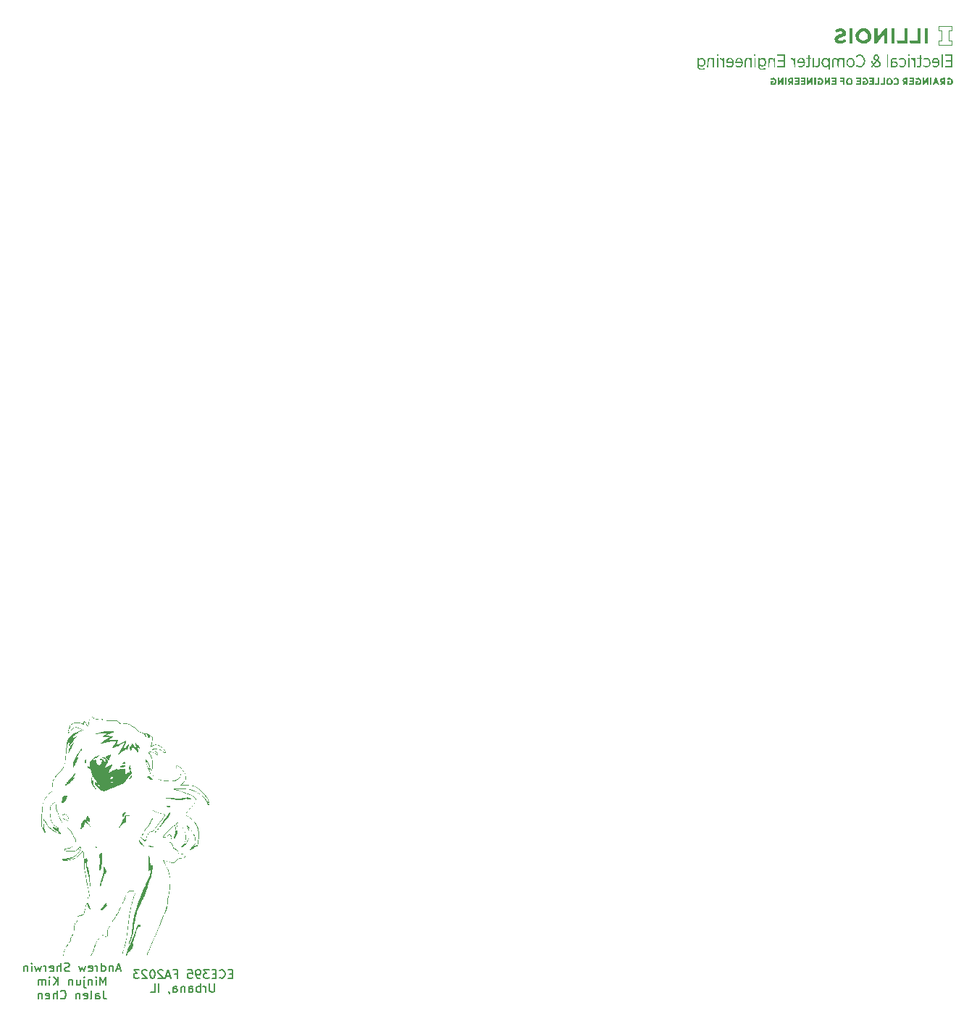
<source format=gbr>
%TF.GenerationSoftware,KiCad,Pcbnew,(6.0.11-0)*%
%TF.CreationDate,2023-11-18T02:56:02-06:00*%
%TF.ProjectId,ECE395_Digital_Target,45434533-3935-45f4-9469-676974616c5f,rev?*%
%TF.SameCoordinates,Original*%
%TF.FileFunction,Legend,Bot*%
%TF.FilePolarity,Positive*%
%FSLAX46Y46*%
G04 Gerber Fmt 4.6, Leading zero omitted, Abs format (unit mm)*
G04 Created by KiCad (PCBNEW (6.0.11-0)) date 2023-11-18 02:56:02*
%MOMM*%
%LPD*%
G01*
G04 APERTURE LIST*
%ADD10C,0.150000*%
%ADD11C,0.300000*%
G04 APERTURE END LIST*
D10*
X63466666Y-144556666D02*
X62990476Y-144556666D01*
X63561904Y-144842380D02*
X63228571Y-143842380D01*
X62895238Y-144842380D01*
X62561904Y-144175714D02*
X62561904Y-144842380D01*
X62561904Y-144270952D02*
X62514285Y-144223333D01*
X62419047Y-144175714D01*
X62276190Y-144175714D01*
X62180952Y-144223333D01*
X62133333Y-144318571D01*
X62133333Y-144842380D01*
X61228571Y-144842380D02*
X61228571Y-143842380D01*
X61228571Y-144794761D02*
X61323809Y-144842380D01*
X61514285Y-144842380D01*
X61609523Y-144794761D01*
X61657142Y-144747142D01*
X61704761Y-144651904D01*
X61704761Y-144366190D01*
X61657142Y-144270952D01*
X61609523Y-144223333D01*
X61514285Y-144175714D01*
X61323809Y-144175714D01*
X61228571Y-144223333D01*
X60752380Y-144842380D02*
X60752380Y-144175714D01*
X60752380Y-144366190D02*
X60704761Y-144270952D01*
X60657142Y-144223333D01*
X60561904Y-144175714D01*
X60466666Y-144175714D01*
X59752380Y-144794761D02*
X59847619Y-144842380D01*
X60038095Y-144842380D01*
X60133333Y-144794761D01*
X60180952Y-144699523D01*
X60180952Y-144318571D01*
X60133333Y-144223333D01*
X60038095Y-144175714D01*
X59847619Y-144175714D01*
X59752380Y-144223333D01*
X59704761Y-144318571D01*
X59704761Y-144413809D01*
X60180952Y-144509047D01*
X59371428Y-144175714D02*
X59180952Y-144842380D01*
X58990476Y-144366190D01*
X58800000Y-144842380D01*
X58609523Y-144175714D01*
X57514285Y-144794761D02*
X57371428Y-144842380D01*
X57133333Y-144842380D01*
X57038095Y-144794761D01*
X56990476Y-144747142D01*
X56942857Y-144651904D01*
X56942857Y-144556666D01*
X56990476Y-144461428D01*
X57038095Y-144413809D01*
X57133333Y-144366190D01*
X57323809Y-144318571D01*
X57419047Y-144270952D01*
X57466666Y-144223333D01*
X57514285Y-144128095D01*
X57514285Y-144032857D01*
X57466666Y-143937619D01*
X57419047Y-143890000D01*
X57323809Y-143842380D01*
X57085714Y-143842380D01*
X56942857Y-143890000D01*
X56514285Y-144842380D02*
X56514285Y-143842380D01*
X56085714Y-144842380D02*
X56085714Y-144318571D01*
X56133333Y-144223333D01*
X56228571Y-144175714D01*
X56371428Y-144175714D01*
X56466666Y-144223333D01*
X56514285Y-144270952D01*
X55228571Y-144794761D02*
X55323809Y-144842380D01*
X55514285Y-144842380D01*
X55609523Y-144794761D01*
X55657142Y-144699523D01*
X55657142Y-144318571D01*
X55609523Y-144223333D01*
X55514285Y-144175714D01*
X55323809Y-144175714D01*
X55228571Y-144223333D01*
X55180952Y-144318571D01*
X55180952Y-144413809D01*
X55657142Y-144509047D01*
X54752380Y-144842380D02*
X54752380Y-144175714D01*
X54752380Y-144366190D02*
X54704761Y-144270952D01*
X54657142Y-144223333D01*
X54561904Y-144175714D01*
X54466666Y-144175714D01*
X54228571Y-144175714D02*
X54038095Y-144842380D01*
X53847619Y-144366190D01*
X53657142Y-144842380D01*
X53466666Y-144175714D01*
X53085714Y-144842380D02*
X53085714Y-144175714D01*
X53085714Y-143842380D02*
X53133333Y-143890000D01*
X53085714Y-143937619D01*
X53038095Y-143890000D01*
X53085714Y-143842380D01*
X53085714Y-143937619D01*
X52609523Y-144175714D02*
X52609523Y-144842380D01*
X52609523Y-144270952D02*
X52561904Y-144223333D01*
X52466666Y-144175714D01*
X52323809Y-144175714D01*
X52228571Y-144223333D01*
X52180952Y-144318571D01*
X52180952Y-144842380D01*
X61752380Y-146452380D02*
X61752380Y-145452380D01*
X61419047Y-146166666D01*
X61085714Y-145452380D01*
X61085714Y-146452380D01*
X60609523Y-146452380D02*
X60609523Y-145785714D01*
X60609523Y-145452380D02*
X60657142Y-145500000D01*
X60609523Y-145547619D01*
X60561904Y-145500000D01*
X60609523Y-145452380D01*
X60609523Y-145547619D01*
X60133333Y-145785714D02*
X60133333Y-146452380D01*
X60133333Y-145880952D02*
X60085714Y-145833333D01*
X59990476Y-145785714D01*
X59847619Y-145785714D01*
X59752380Y-145833333D01*
X59704761Y-145928571D01*
X59704761Y-146452380D01*
X59228571Y-145785714D02*
X59228571Y-146642857D01*
X59276190Y-146738095D01*
X59371428Y-146785714D01*
X59419047Y-146785714D01*
X59228571Y-145452380D02*
X59276190Y-145500000D01*
X59228571Y-145547619D01*
X59180952Y-145500000D01*
X59228571Y-145452380D01*
X59228571Y-145547619D01*
X58323809Y-145785714D02*
X58323809Y-146452380D01*
X58752380Y-145785714D02*
X58752380Y-146309523D01*
X58704761Y-146404761D01*
X58609523Y-146452380D01*
X58466666Y-146452380D01*
X58371428Y-146404761D01*
X58323809Y-146357142D01*
X57847619Y-145785714D02*
X57847619Y-146452380D01*
X57847619Y-145880952D02*
X57800000Y-145833333D01*
X57704761Y-145785714D01*
X57561904Y-145785714D01*
X57466666Y-145833333D01*
X57419047Y-145928571D01*
X57419047Y-146452380D01*
X56180952Y-146452380D02*
X56180952Y-145452380D01*
X55609523Y-146452380D02*
X56038095Y-145880952D01*
X55609523Y-145452380D02*
X56180952Y-146023809D01*
X55180952Y-146452380D02*
X55180952Y-145785714D01*
X55180952Y-145452380D02*
X55228571Y-145500000D01*
X55180952Y-145547619D01*
X55133333Y-145500000D01*
X55180952Y-145452380D01*
X55180952Y-145547619D01*
X54704761Y-146452380D02*
X54704761Y-145785714D01*
X54704761Y-145880952D02*
X54657142Y-145833333D01*
X54561904Y-145785714D01*
X54419047Y-145785714D01*
X54323809Y-145833333D01*
X54276190Y-145928571D01*
X54276190Y-146452380D01*
X54276190Y-145928571D02*
X54228571Y-145833333D01*
X54133333Y-145785714D01*
X53990476Y-145785714D01*
X53895238Y-145833333D01*
X53847619Y-145928571D01*
X53847619Y-146452380D01*
X61466666Y-147062380D02*
X61466666Y-147776666D01*
X61514285Y-147919523D01*
X61609523Y-148014761D01*
X61752380Y-148062380D01*
X61847619Y-148062380D01*
X60561904Y-148062380D02*
X60561904Y-147538571D01*
X60609523Y-147443333D01*
X60704761Y-147395714D01*
X60895238Y-147395714D01*
X60990476Y-147443333D01*
X60561904Y-148014761D02*
X60657142Y-148062380D01*
X60895238Y-148062380D01*
X60990476Y-148014761D01*
X61038095Y-147919523D01*
X61038095Y-147824285D01*
X60990476Y-147729047D01*
X60895238Y-147681428D01*
X60657142Y-147681428D01*
X60561904Y-147633809D01*
X59942857Y-148062380D02*
X60038095Y-148014761D01*
X60085714Y-147919523D01*
X60085714Y-147062380D01*
X59180952Y-148014761D02*
X59276190Y-148062380D01*
X59466666Y-148062380D01*
X59561904Y-148014761D01*
X59609523Y-147919523D01*
X59609523Y-147538571D01*
X59561904Y-147443333D01*
X59466666Y-147395714D01*
X59276190Y-147395714D01*
X59180952Y-147443333D01*
X59133333Y-147538571D01*
X59133333Y-147633809D01*
X59609523Y-147729047D01*
X58704761Y-147395714D02*
X58704761Y-148062380D01*
X58704761Y-147490952D02*
X58657142Y-147443333D01*
X58561904Y-147395714D01*
X58419047Y-147395714D01*
X58323809Y-147443333D01*
X58276190Y-147538571D01*
X58276190Y-148062380D01*
X56466666Y-147967142D02*
X56514285Y-148014761D01*
X56657142Y-148062380D01*
X56752380Y-148062380D01*
X56895238Y-148014761D01*
X56990476Y-147919523D01*
X57038095Y-147824285D01*
X57085714Y-147633809D01*
X57085714Y-147490952D01*
X57038095Y-147300476D01*
X56990476Y-147205238D01*
X56895238Y-147110000D01*
X56752380Y-147062380D01*
X56657142Y-147062380D01*
X56514285Y-147110000D01*
X56466666Y-147157619D01*
X56038095Y-148062380D02*
X56038095Y-147062380D01*
X55609523Y-148062380D02*
X55609523Y-147538571D01*
X55657142Y-147443333D01*
X55752380Y-147395714D01*
X55895238Y-147395714D01*
X55990476Y-147443333D01*
X56038095Y-147490952D01*
X54752380Y-148014761D02*
X54847619Y-148062380D01*
X55038095Y-148062380D01*
X55133333Y-148014761D01*
X55180952Y-147919523D01*
X55180952Y-147538571D01*
X55133333Y-147443333D01*
X55038095Y-147395714D01*
X54847619Y-147395714D01*
X54752380Y-147443333D01*
X54704761Y-147538571D01*
X54704761Y-147633809D01*
X55180952Y-147729047D01*
X54276190Y-147395714D02*
X54276190Y-148062380D01*
X54276190Y-147490952D02*
X54228571Y-147443333D01*
X54133333Y-147395714D01*
X53990476Y-147395714D01*
X53895238Y-147443333D01*
X53847619Y-147538571D01*
X53847619Y-148062380D01*
X76538095Y-145123571D02*
X76204761Y-145123571D01*
X76061904Y-145647380D02*
X76538095Y-145647380D01*
X76538095Y-144647380D01*
X76061904Y-144647380D01*
X75061904Y-145552142D02*
X75109523Y-145599761D01*
X75252380Y-145647380D01*
X75347619Y-145647380D01*
X75490476Y-145599761D01*
X75585714Y-145504523D01*
X75633333Y-145409285D01*
X75680952Y-145218809D01*
X75680952Y-145075952D01*
X75633333Y-144885476D01*
X75585714Y-144790238D01*
X75490476Y-144695000D01*
X75347619Y-144647380D01*
X75252380Y-144647380D01*
X75109523Y-144695000D01*
X75061904Y-144742619D01*
X74633333Y-145123571D02*
X74300000Y-145123571D01*
X74157142Y-145647380D02*
X74633333Y-145647380D01*
X74633333Y-144647380D01*
X74157142Y-144647380D01*
X73823809Y-144647380D02*
X73204761Y-144647380D01*
X73538095Y-145028333D01*
X73395238Y-145028333D01*
X73300000Y-145075952D01*
X73252380Y-145123571D01*
X73204761Y-145218809D01*
X73204761Y-145456904D01*
X73252380Y-145552142D01*
X73300000Y-145599761D01*
X73395238Y-145647380D01*
X73680952Y-145647380D01*
X73776190Y-145599761D01*
X73823809Y-145552142D01*
X72728571Y-145647380D02*
X72538095Y-145647380D01*
X72442857Y-145599761D01*
X72395238Y-145552142D01*
X72300000Y-145409285D01*
X72252380Y-145218809D01*
X72252380Y-144837857D01*
X72300000Y-144742619D01*
X72347619Y-144695000D01*
X72442857Y-144647380D01*
X72633333Y-144647380D01*
X72728571Y-144695000D01*
X72776190Y-144742619D01*
X72823809Y-144837857D01*
X72823809Y-145075952D01*
X72776190Y-145171190D01*
X72728571Y-145218809D01*
X72633333Y-145266428D01*
X72442857Y-145266428D01*
X72347619Y-145218809D01*
X72300000Y-145171190D01*
X72252380Y-145075952D01*
X71347619Y-144647380D02*
X71823809Y-144647380D01*
X71871428Y-145123571D01*
X71823809Y-145075952D01*
X71728571Y-145028333D01*
X71490476Y-145028333D01*
X71395238Y-145075952D01*
X71347619Y-145123571D01*
X71300000Y-145218809D01*
X71300000Y-145456904D01*
X71347619Y-145552142D01*
X71395238Y-145599761D01*
X71490476Y-145647380D01*
X71728571Y-145647380D01*
X71823809Y-145599761D01*
X71871428Y-145552142D01*
X69776190Y-145123571D02*
X70109523Y-145123571D01*
X70109523Y-145647380D02*
X70109523Y-144647380D01*
X69633333Y-144647380D01*
X69300000Y-145361666D02*
X68823809Y-145361666D01*
X69395238Y-145647380D02*
X69061904Y-144647380D01*
X68728571Y-145647380D01*
X68442857Y-144742619D02*
X68395238Y-144695000D01*
X68300000Y-144647380D01*
X68061904Y-144647380D01*
X67966666Y-144695000D01*
X67919047Y-144742619D01*
X67871428Y-144837857D01*
X67871428Y-144933095D01*
X67919047Y-145075952D01*
X68490476Y-145647380D01*
X67871428Y-145647380D01*
X67252380Y-144647380D02*
X67157142Y-144647380D01*
X67061904Y-144695000D01*
X67014285Y-144742619D01*
X66966666Y-144837857D01*
X66919047Y-145028333D01*
X66919047Y-145266428D01*
X66966666Y-145456904D01*
X67014285Y-145552142D01*
X67061904Y-145599761D01*
X67157142Y-145647380D01*
X67252380Y-145647380D01*
X67347619Y-145599761D01*
X67395238Y-145552142D01*
X67442857Y-145456904D01*
X67490476Y-145266428D01*
X67490476Y-145028333D01*
X67442857Y-144837857D01*
X67395238Y-144742619D01*
X67347619Y-144695000D01*
X67252380Y-144647380D01*
X66538095Y-144742619D02*
X66490476Y-144695000D01*
X66395238Y-144647380D01*
X66157142Y-144647380D01*
X66061904Y-144695000D01*
X66014285Y-144742619D01*
X65966666Y-144837857D01*
X65966666Y-144933095D01*
X66014285Y-145075952D01*
X66585714Y-145647380D01*
X65966666Y-145647380D01*
X65633333Y-144647380D02*
X65014285Y-144647380D01*
X65347619Y-145028333D01*
X65204761Y-145028333D01*
X65109523Y-145075952D01*
X65061904Y-145123571D01*
X65014285Y-145218809D01*
X65014285Y-145456904D01*
X65061904Y-145552142D01*
X65109523Y-145599761D01*
X65204761Y-145647380D01*
X65490476Y-145647380D01*
X65585714Y-145599761D01*
X65633333Y-145552142D01*
X74466666Y-146257380D02*
X74466666Y-147066904D01*
X74419047Y-147162142D01*
X74371428Y-147209761D01*
X74276190Y-147257380D01*
X74085714Y-147257380D01*
X73990476Y-147209761D01*
X73942857Y-147162142D01*
X73895238Y-147066904D01*
X73895238Y-146257380D01*
X73419047Y-147257380D02*
X73419047Y-146590714D01*
X73419047Y-146781190D02*
X73371428Y-146685952D01*
X73323809Y-146638333D01*
X73228571Y-146590714D01*
X73133333Y-146590714D01*
X72800000Y-147257380D02*
X72800000Y-146257380D01*
X72800000Y-146638333D02*
X72704761Y-146590714D01*
X72514285Y-146590714D01*
X72419047Y-146638333D01*
X72371428Y-146685952D01*
X72323809Y-146781190D01*
X72323809Y-147066904D01*
X72371428Y-147162142D01*
X72419047Y-147209761D01*
X72514285Y-147257380D01*
X72704761Y-147257380D01*
X72800000Y-147209761D01*
X71466666Y-147257380D02*
X71466666Y-146733571D01*
X71514285Y-146638333D01*
X71609523Y-146590714D01*
X71800000Y-146590714D01*
X71895238Y-146638333D01*
X71466666Y-147209761D02*
X71561904Y-147257380D01*
X71800000Y-147257380D01*
X71895238Y-147209761D01*
X71942857Y-147114523D01*
X71942857Y-147019285D01*
X71895238Y-146924047D01*
X71800000Y-146876428D01*
X71561904Y-146876428D01*
X71466666Y-146828809D01*
X70990476Y-146590714D02*
X70990476Y-147257380D01*
X70990476Y-146685952D02*
X70942857Y-146638333D01*
X70847619Y-146590714D01*
X70704761Y-146590714D01*
X70609523Y-146638333D01*
X70561904Y-146733571D01*
X70561904Y-147257380D01*
X69657142Y-147257380D02*
X69657142Y-146733571D01*
X69704761Y-146638333D01*
X69800000Y-146590714D01*
X69990476Y-146590714D01*
X70085714Y-146638333D01*
X69657142Y-147209761D02*
X69752380Y-147257380D01*
X69990476Y-147257380D01*
X70085714Y-147209761D01*
X70133333Y-147114523D01*
X70133333Y-147019285D01*
X70085714Y-146924047D01*
X69990476Y-146876428D01*
X69752380Y-146876428D01*
X69657142Y-146828809D01*
X69133333Y-147209761D02*
X69133333Y-147257380D01*
X69180952Y-147352619D01*
X69228571Y-147400238D01*
X67942857Y-147257380D02*
X67942857Y-146257380D01*
X66990476Y-147257380D02*
X67466666Y-147257380D01*
X67466666Y-146257380D01*
D11*
%TO.C,*%
G36*
X152312433Y-38940577D02*
G01*
X152270288Y-39034839D01*
X152198952Y-39114600D01*
X152129631Y-39162404D01*
X152020711Y-39203322D01*
X151903070Y-39214259D01*
X151782396Y-39195601D01*
X151664373Y-39147732D01*
X151554686Y-39071036D01*
X151489389Y-39013704D01*
X151432836Y-39078114D01*
X151418373Y-39094720D01*
X151375334Y-39145359D01*
X151341343Y-39186943D01*
X151306403Y-39231363D01*
X151254728Y-39194567D01*
X151249836Y-39191044D01*
X151213482Y-39162325D01*
X151193321Y-39142023D01*
X151193772Y-39135548D01*
X151210169Y-39105735D01*
X151243528Y-39059596D01*
X151289071Y-39004020D01*
X151383720Y-38894323D01*
X151591861Y-38894323D01*
X151642867Y-38948025D01*
X151647708Y-38952978D01*
X151701899Y-38998591D01*
X151760238Y-39035864D01*
X151807265Y-39055783D01*
X151899399Y-39071418D01*
X151984783Y-39058160D01*
X152058614Y-39020173D01*
X152116091Y-38961625D01*
X152152412Y-38886683D01*
X152162775Y-38799514D01*
X152142378Y-38704283D01*
X152115265Y-38653126D01*
X152073948Y-38597831D01*
X152026801Y-38547815D01*
X151981852Y-38511574D01*
X151947127Y-38497606D01*
X151941999Y-38499649D01*
X151915101Y-38522194D01*
X151872250Y-38565717D01*
X151818161Y-38625284D01*
X151757546Y-38695964D01*
X151591861Y-38894323D01*
X151383720Y-38894323D01*
X151394555Y-38881765D01*
X151331969Y-38757621D01*
X151330176Y-38754055D01*
X151296054Y-38683459D01*
X151265847Y-38616396D01*
X151245909Y-38566941D01*
X151222433Y-38500405D01*
X151288224Y-38473776D01*
X151303728Y-38467577D01*
X151339261Y-38456435D01*
X151357587Y-38461923D01*
X151370722Y-38485792D01*
X151416010Y-38589352D01*
X151450046Y-38664132D01*
X151474272Y-38712929D01*
X151490480Y-38739350D01*
X151500462Y-38747004D01*
X151515726Y-38734669D01*
X151548832Y-38699706D01*
X151594525Y-38647641D01*
X151647806Y-38584006D01*
X151674292Y-38551426D01*
X151723328Y-38488268D01*
X151751543Y-38445885D01*
X151761341Y-38420321D01*
X151755130Y-38407623D01*
X151734956Y-38395662D01*
X151655206Y-38338843D01*
X151583140Y-38274060D01*
X151531365Y-38212318D01*
X151507763Y-38171460D01*
X151489143Y-38113031D01*
X151483949Y-38043873D01*
X151633590Y-38043873D01*
X151648582Y-38118781D01*
X151696118Y-38192927D01*
X151700489Y-38197951D01*
X151751901Y-38244799D01*
X151808817Y-38282283D01*
X151874542Y-38315814D01*
X151931412Y-38232308D01*
X151940158Y-38219179D01*
X151986364Y-38130824D01*
X152002473Y-38051032D01*
X151990026Y-37972996D01*
X151968834Y-37928983D01*
X151919363Y-37879872D01*
X151857031Y-37854280D01*
X151789989Y-37851982D01*
X151726390Y-37872754D01*
X151674385Y-37916370D01*
X151642128Y-37982605D01*
X151633590Y-38043873D01*
X151483949Y-38043873D01*
X151483491Y-38037779D01*
X151483733Y-38013854D01*
X151498486Y-37915842D01*
X151538484Y-37837150D01*
X151607497Y-37769622D01*
X151612386Y-37765921D01*
X151649816Y-37741204D01*
X151687314Y-37727190D01*
X151736767Y-37720938D01*
X151810059Y-37719507D01*
X151873626Y-37720641D01*
X151929457Y-37726624D01*
X151971467Y-37740164D01*
X152011730Y-37763919D01*
X152032109Y-37778968D01*
X152102857Y-37856212D01*
X152144353Y-37949261D01*
X152155640Y-38051032D01*
X152155887Y-38053259D01*
X152136752Y-38163351D01*
X152086238Y-38274682D01*
X152056734Y-38328072D01*
X152040189Y-38369487D01*
X152042521Y-38387249D01*
X152062185Y-38396456D01*
X152111672Y-38430531D01*
X152168604Y-38478917D01*
X152223028Y-38532835D01*
X152264988Y-38583502D01*
X152266523Y-38585695D01*
X152298945Y-38640943D01*
X152316948Y-38698909D01*
X152325710Y-38776005D01*
X152326353Y-38799514D01*
X152327111Y-38827212D01*
X152312433Y-38940577D01*
G37*
G36*
X149040826Y-40960315D02*
G01*
X149014887Y-41073652D01*
X148965621Y-41162906D01*
X148891060Y-41231318D01*
X148789239Y-41282127D01*
X148748727Y-41292530D01*
X148663957Y-41297307D01*
X148575530Y-41286417D01*
X148500844Y-41261124D01*
X148468611Y-41241783D01*
X148393467Y-41170529D01*
X148337925Y-41077468D01*
X148303685Y-40969561D01*
X148292446Y-40853767D01*
X148294098Y-40839446D01*
X148486295Y-40839446D01*
X148490876Y-40944963D01*
X148518368Y-41030414D01*
X148567298Y-41090988D01*
X148584848Y-41103238D01*
X148652904Y-41126712D01*
X148721922Y-41118354D01*
X148784913Y-41080168D01*
X148834892Y-41014161D01*
X148835051Y-41013855D01*
X148857965Y-40940893D01*
X148864537Y-40853161D01*
X148855023Y-40766319D01*
X148829680Y-40696026D01*
X148801807Y-40658848D01*
X148743680Y-40616062D01*
X148678461Y-40598795D01*
X148616078Y-40610997D01*
X148555286Y-40654973D01*
X148508763Y-40729242D01*
X148487054Y-40829155D01*
X148486295Y-40839446D01*
X148294098Y-40839446D01*
X148305910Y-40737047D01*
X148345776Y-40626361D01*
X148360246Y-40600698D01*
X148429181Y-40520358D01*
X148516825Y-40464492D01*
X148616135Y-40434499D01*
X148720068Y-40431773D01*
X148821581Y-40457714D01*
X148913633Y-40513717D01*
X148966780Y-40567212D01*
X149012529Y-40643976D01*
X149038046Y-40738698D01*
X149045780Y-40853161D01*
X149046157Y-40858733D01*
X149040826Y-40960315D01*
G37*
G36*
X160753802Y-39195212D02*
G01*
X159841549Y-39195212D01*
X159841549Y-39052113D01*
X160592817Y-39052113D01*
X160592817Y-38533381D01*
X159930986Y-38533381D01*
X159930986Y-38390282D01*
X160592817Y-38390282D01*
X160592817Y-37889437D01*
X159859436Y-37889437D01*
X159859436Y-37728451D01*
X160753802Y-37728451D01*
X160753802Y-39195212D01*
G37*
G36*
X133350422Y-37889437D02*
G01*
X133171549Y-37889437D01*
X133171549Y-37710564D01*
X133350422Y-37710564D01*
X133350422Y-37889437D01*
G37*
G36*
X145302298Y-40435294D02*
G01*
X145404390Y-40466737D01*
X145497208Y-40531113D01*
X145556270Y-40598865D01*
X145604403Y-40694236D01*
X145628277Y-40798760D01*
X145629174Y-40906510D01*
X145608377Y-41011557D01*
X145567169Y-41107971D01*
X145506830Y-41189825D01*
X145428645Y-41251190D01*
X145333895Y-41286137D01*
X145280178Y-41293643D01*
X145153459Y-41287111D01*
X145030845Y-41245152D01*
X144950352Y-41205488D01*
X144945294Y-41005279D01*
X144940236Y-40805071D01*
X145263380Y-40805071D01*
X145263380Y-40966057D01*
X145191831Y-40966057D01*
X145167496Y-40966224D01*
X145134381Y-40971313D01*
X145122085Y-40991119D01*
X145120281Y-41035692D01*
X145121465Y-41063315D01*
X145134399Y-41102858D01*
X145167541Y-41122031D01*
X145228227Y-41127043D01*
X145285916Y-41119934D01*
X145356426Y-41083542D01*
X145407913Y-41016906D01*
X145433346Y-40943745D01*
X145441391Y-40854281D01*
X145429286Y-40766670D01*
X145398556Y-40691030D01*
X145350726Y-40637479D01*
X145331638Y-40626711D01*
X145264635Y-40610490D01*
X145188044Y-40613891D01*
X145116789Y-40636947D01*
X145095478Y-40647647D01*
X145067804Y-40655260D01*
X145045446Y-40642769D01*
X145014825Y-40606059D01*
X145003927Y-40591674D01*
X144978429Y-40553305D01*
X144968239Y-40529985D01*
X144980907Y-40510876D01*
X145020003Y-40486378D01*
X145076198Y-40462602D01*
X145139927Y-40443517D01*
X145201629Y-40433095D01*
X145302298Y-40435294D01*
G37*
G36*
X133629195Y-38095871D02*
G01*
X133722253Y-38135940D01*
X133808361Y-38203336D01*
X133887042Y-38282017D01*
X133887042Y-38104085D01*
X134048028Y-38104085D01*
X134048028Y-39195212D01*
X133887042Y-39195212D01*
X133886649Y-38868768D01*
X133886627Y-38854321D01*
X133885911Y-38737358D01*
X133883918Y-38649562D01*
X133880146Y-38584969D01*
X133874092Y-38537617D01*
X133865254Y-38501540D01*
X133853130Y-38470775D01*
X133812087Y-38401709D01*
X133741973Y-38329349D01*
X133659808Y-38282028D01*
X133572849Y-38265071D01*
X133556076Y-38264262D01*
X133538235Y-38255252D01*
X133530790Y-38228751D01*
X133529295Y-38175634D01*
X133529315Y-38168468D01*
X133532085Y-38117286D01*
X133541553Y-38092636D01*
X133560598Y-38086297D01*
X133629195Y-38095871D01*
G37*
G36*
X132412872Y-38086200D02*
G01*
X132521477Y-38100692D01*
X132615376Y-38141181D01*
X132686900Y-38204378D01*
X132724366Y-38252008D01*
X132724366Y-38104085D01*
X132885352Y-38104085D01*
X132885352Y-39195212D01*
X132724366Y-39195212D01*
X132724338Y-38815106D01*
X132724337Y-38808287D01*
X132723636Y-38667431D01*
X132720892Y-38557265D01*
X132714992Y-38472923D01*
X132704820Y-38409541D01*
X132689265Y-38362253D01*
X132667211Y-38326195D01*
X132637546Y-38296501D01*
X132599155Y-38268306D01*
X132556215Y-38243960D01*
X132508057Y-38232364D01*
X132442918Y-38233623D01*
X132434638Y-38234367D01*
X132360732Y-38249312D01*
X132310766Y-38275463D01*
X132291857Y-38293643D01*
X132269003Y-38322845D01*
X132251825Y-38358864D01*
X132239536Y-38406524D01*
X132231349Y-38470650D01*
X132226475Y-38556065D01*
X132224128Y-38667593D01*
X132223521Y-38810060D01*
X132223521Y-39195212D01*
X132060786Y-39195212D01*
X132066132Y-38751141D01*
X132071479Y-38307071D01*
X132120689Y-38232762D01*
X132128896Y-38220879D01*
X132203378Y-38146235D01*
X132297703Y-38101252D01*
X132411338Y-38086198D01*
X132412872Y-38086200D01*
G37*
G36*
X157015352Y-36423140D02*
G01*
X156393767Y-36418436D01*
X155772183Y-36413733D01*
X155767063Y-36239331D01*
X155761944Y-36064930D01*
X156621831Y-36064930D01*
X156621831Y-34687606D01*
X157015352Y-34687606D01*
X157015352Y-36423140D01*
G37*
G36*
X147703892Y-38089182D02*
G01*
X147762485Y-38103712D01*
X147816678Y-38135538D01*
X147879401Y-38190323D01*
X147946479Y-38254444D01*
X147946479Y-38104085D01*
X148089577Y-38104085D01*
X148089577Y-39195212D01*
X147950037Y-39195212D01*
X147943302Y-38815106D01*
X147940534Y-38681965D01*
X147936711Y-38574680D01*
X147930830Y-38492922D01*
X147921804Y-38431487D01*
X147908546Y-38385168D01*
X147889966Y-38348762D01*
X147864978Y-38317061D01*
X147832494Y-38284860D01*
X147782103Y-38252769D01*
X147698650Y-38233588D01*
X147665801Y-38231003D01*
X147621907Y-38233717D01*
X147585922Y-38250958D01*
X147541552Y-38288413D01*
X147472464Y-38351695D01*
X147467074Y-38773454D01*
X147461683Y-39195212D01*
X147305609Y-39195212D01*
X147299524Y-38815106D01*
X147297999Y-38728624D01*
X147295266Y-38618157D01*
X147291730Y-38534866D01*
X147286928Y-38473488D01*
X147280398Y-38428760D01*
X147271679Y-38395420D01*
X147260308Y-38368205D01*
X147259319Y-38366235D01*
X147208760Y-38298994D01*
X147140936Y-38252844D01*
X147064461Y-38230357D01*
X146987948Y-38234102D01*
X146920012Y-38266650D01*
X146915393Y-38270308D01*
X146885475Y-38296454D01*
X146862511Y-38324358D01*
X146845585Y-38358880D01*
X146833786Y-38404877D01*
X146826199Y-38467209D01*
X146821911Y-38550734D01*
X146820008Y-38660313D01*
X146819577Y-38800802D01*
X146819577Y-39195212D01*
X146656324Y-39195212D01*
X146661929Y-38749520D01*
X146667535Y-38303829D01*
X146721197Y-38228167D01*
X146732429Y-38212936D01*
X146805656Y-38140412D01*
X146892261Y-38099307D01*
X146998171Y-38086590D01*
X147110725Y-38101073D01*
X147210381Y-38142608D01*
X147288197Y-38208260D01*
X147334984Y-38263864D01*
X147380355Y-38204379D01*
X147440316Y-38145324D01*
X147531169Y-38101040D01*
X147641801Y-38086198D01*
X147703892Y-38089182D01*
G37*
G36*
X143904573Y-40921338D02*
G01*
X144060680Y-40684331D01*
X144216788Y-40447324D01*
X144386901Y-40447324D01*
X144386901Y-41288029D01*
X144208028Y-41288029D01*
X144207764Y-41042078D01*
X144207499Y-40796127D01*
X144045206Y-41042078D01*
X143882912Y-41288029D01*
X143725070Y-41288029D01*
X143725070Y-40447324D01*
X143903943Y-40447324D01*
X143904573Y-40921338D01*
G37*
G36*
X144762535Y-41288029D02*
G01*
X144583662Y-41288029D01*
X144583662Y-40447324D01*
X144762535Y-40447324D01*
X144762535Y-41288029D01*
G37*
G36*
X156794427Y-40439661D02*
G01*
X156896614Y-40481057D01*
X156985531Y-40552701D01*
X157056428Y-40653029D01*
X157076452Y-40702783D01*
X157094805Y-40799470D01*
X157096537Y-40905315D01*
X157081823Y-41006615D01*
X157050838Y-41089669D01*
X157047056Y-41096257D01*
X156978041Y-41186131D01*
X156893310Y-41250892D01*
X156799669Y-41285240D01*
X156748140Y-41292114D01*
X156619749Y-41285767D01*
X156496619Y-41244281D01*
X156416126Y-41205038D01*
X156411069Y-41005055D01*
X156406011Y-40805071D01*
X156729155Y-40805071D01*
X156729155Y-40966057D01*
X156657605Y-40966057D01*
X156633271Y-40966224D01*
X156600156Y-40971313D01*
X156587860Y-40991119D01*
X156586056Y-41035692D01*
X156587444Y-41065319D01*
X156600825Y-41103689D01*
X156634472Y-41122224D01*
X156695731Y-41127043D01*
X156728240Y-41124961D01*
X156804389Y-41098759D01*
X156860852Y-41044191D01*
X156895955Y-40963372D01*
X156908028Y-40858419D01*
X156907390Y-40833743D01*
X156889658Y-40738415D01*
X156848925Y-40667601D01*
X156786971Y-40623499D01*
X156705575Y-40608310D01*
X156700512Y-40608389D01*
X156638199Y-40618255D01*
X156583316Y-40639605D01*
X156575849Y-40644001D01*
X156542280Y-40660349D01*
X156520694Y-40655223D01*
X156495083Y-40626190D01*
X156470938Y-40595146D01*
X156444183Y-40553874D01*
X156442207Y-40526284D01*
X156466412Y-40503256D01*
X156518198Y-40475666D01*
X156569234Y-40453875D01*
X156683717Y-40430079D01*
X156794427Y-40439661D01*
G37*
G36*
X157856056Y-35547336D02*
G01*
X157855803Y-35718748D01*
X157855099Y-35879075D01*
X157853993Y-36024792D01*
X157852534Y-36152370D01*
X157850770Y-36258282D01*
X157848749Y-36339001D01*
X157846520Y-36391000D01*
X157844131Y-36410752D01*
X157831880Y-36414350D01*
X157789605Y-36418649D01*
X157725401Y-36421588D01*
X157647371Y-36422676D01*
X157462535Y-36422676D01*
X157462535Y-34687606D01*
X157856056Y-34687606D01*
X157856056Y-35547336D01*
G37*
G36*
X155709577Y-37889437D02*
G01*
X155530704Y-37889437D01*
X155530704Y-37710564D01*
X155709577Y-37710564D01*
X155709577Y-37889437D01*
G37*
G36*
X159626901Y-39195212D02*
G01*
X159465915Y-39195212D01*
X159465915Y-37674789D01*
X159626901Y-37674789D01*
X159626901Y-39195212D01*
G37*
G36*
X140473530Y-40683119D02*
G01*
X140478521Y-40918913D01*
X140630563Y-40683120D01*
X140782605Y-40447326D01*
X140952535Y-40447324D01*
X140952535Y-41288029D01*
X140773662Y-41288029D01*
X140773662Y-40796831D01*
X140453210Y-41288029D01*
X140290704Y-41288029D01*
X140290704Y-40447324D01*
X140468539Y-40447324D01*
X140473530Y-40683119D01*
G37*
G36*
X139835342Y-40439589D02*
G01*
X139938526Y-40480468D01*
X140027938Y-40552094D01*
X140099245Y-40653029D01*
X140119269Y-40702783D01*
X140137622Y-40799470D01*
X140139354Y-40905315D01*
X140124640Y-41006615D01*
X140093655Y-41089669D01*
X140091355Y-41093705D01*
X140022391Y-41184559D01*
X139937139Y-41250498D01*
X139842486Y-41286137D01*
X139790198Y-41293407D01*
X139663581Y-41286593D01*
X139539436Y-41244258D01*
X139458943Y-41205038D01*
X139453886Y-41005055D01*
X139448828Y-40805071D01*
X139771971Y-40805071D01*
X139771971Y-40966057D01*
X139700422Y-40966057D01*
X139676088Y-40966224D01*
X139642973Y-40971313D01*
X139630677Y-40991119D01*
X139628873Y-41035692D01*
X139630261Y-41065319D01*
X139643642Y-41103689D01*
X139677289Y-41122224D01*
X139738548Y-41127043D01*
X139815787Y-41112110D01*
X139881962Y-41070932D01*
X139925423Y-41010162D01*
X139944654Y-40943805D01*
X139950391Y-40853303D01*
X139936879Y-40765308D01*
X139905921Y-40689980D01*
X139859318Y-40637479D01*
X139840258Y-40626720D01*
X139773205Y-40610485D01*
X139696522Y-40613939D01*
X139625072Y-40637107D01*
X139619291Y-40640085D01*
X139583167Y-40655522D01*
X139560666Y-40650850D01*
X139536015Y-40623691D01*
X139511421Y-40592101D01*
X139484694Y-40550640D01*
X139483053Y-40523036D01*
X139507976Y-40500415D01*
X139560938Y-40473904D01*
X139604978Y-40455841D01*
X139722716Y-40430900D01*
X139835342Y-40439589D01*
G37*
G36*
X154295478Y-39033549D02*
G01*
X154236719Y-39116523D01*
X154153211Y-39179913D01*
X154083412Y-39203928D01*
X153978369Y-39213099D01*
X153971846Y-39213072D01*
X153867205Y-39202377D01*
X153781124Y-39169282D01*
X153701725Y-39109330D01*
X153652535Y-39063307D01*
X153652535Y-39195212D01*
X153491549Y-39195212D01*
X153491549Y-38811180D01*
X153491716Y-38782640D01*
X153652535Y-38782640D01*
X153665191Y-38882020D01*
X153707084Y-38967486D01*
X153780885Y-39039551D01*
X153794104Y-39047880D01*
X153850329Y-39069886D01*
X153915040Y-39082048D01*
X153986597Y-39080557D01*
X154068531Y-39054788D01*
X154128050Y-39004431D01*
X154161800Y-38932678D01*
X154166431Y-38842719D01*
X154161145Y-38811533D01*
X154127150Y-38734611D01*
X154066808Y-38680351D01*
X153981635Y-38649407D01*
X153873145Y-38642430D01*
X153742852Y-38660074D01*
X153652535Y-38679444D01*
X153652535Y-38782640D01*
X153491716Y-38782640D01*
X153492444Y-38657812D01*
X153495727Y-38535395D01*
X153502360Y-38439205D01*
X153513305Y-38364522D01*
X153529525Y-38306623D01*
X153551984Y-38260787D01*
X153581643Y-38222291D01*
X153619465Y-38186413D01*
X153701401Y-38134704D01*
X153811285Y-38100404D01*
X153934726Y-38090485D01*
X154064651Y-38105447D01*
X154193988Y-38145791D01*
X154261428Y-38174111D01*
X154236935Y-38233007D01*
X154233461Y-38241305D01*
X154219603Y-38268692D01*
X154201941Y-38282946D01*
X154172788Y-38285029D01*
X154124457Y-38275906D01*
X154049262Y-38256541D01*
X154042186Y-38254701D01*
X153924935Y-38236611D01*
X153827669Y-38247487D01*
X153749274Y-38287445D01*
X153704827Y-38336045D01*
X153666734Y-38414129D01*
X153652535Y-38499118D01*
X153654094Y-38530577D01*
X153664925Y-38547531D01*
X153692781Y-38543771D01*
X153729553Y-38536561D01*
X153789583Y-38528492D01*
X153859128Y-38521486D01*
X153928467Y-38518420D01*
X154057824Y-38531714D01*
X154164310Y-38572010D01*
X154248539Y-38639494D01*
X154257596Y-38649947D01*
X154310547Y-38739189D01*
X154333663Y-38837675D01*
X154333390Y-38842719D01*
X154328216Y-38938197D01*
X154295478Y-39033549D01*
G37*
G36*
X149037605Y-36422676D02*
G01*
X148661971Y-36422676D01*
X148661971Y-34687606D01*
X149037605Y-34687606D01*
X149037605Y-36422676D01*
G37*
G36*
X142830704Y-41288029D02*
G01*
X142276197Y-41288029D01*
X142276197Y-41128294D01*
X142459542Y-41123197D01*
X142642887Y-41118099D01*
X142653791Y-40948169D01*
X142329859Y-40948169D01*
X142329859Y-40769296D01*
X142651831Y-40769296D01*
X142651831Y-40608310D01*
X142276197Y-40608310D01*
X142276197Y-40447324D01*
X142830704Y-40447324D01*
X142830704Y-41288029D01*
G37*
G36*
X159130933Y-41133190D02*
G01*
X159156300Y-41206341D01*
X159172836Y-41255383D01*
X159178879Y-41275548D01*
X159171977Y-41280656D01*
X159138558Y-41285044D01*
X159086613Y-41284492D01*
X158993508Y-41279085D01*
X158940486Y-41107817D01*
X158656724Y-41118099D01*
X158627128Y-41198592D01*
X158608721Y-41244759D01*
X158589479Y-41269526D01*
X158557994Y-41280089D01*
X158502529Y-41284544D01*
X158458328Y-41286564D01*
X158425669Y-41284438D01*
X158415212Y-41274182D01*
X158419306Y-41252887D01*
X158422737Y-41242637D01*
X158437500Y-41200115D01*
X158461445Y-41131987D01*
X158492699Y-41043564D01*
X158529385Y-40940156D01*
X158535967Y-40921662D01*
X158721116Y-40921662D01*
X158722891Y-40939484D01*
X158744513Y-40946772D01*
X158793935Y-40948169D01*
X158819063Y-40947468D01*
X158859625Y-40942300D01*
X158875633Y-40933755D01*
X158870429Y-40911150D01*
X158856498Y-40864674D01*
X158836900Y-40804644D01*
X158798166Y-40689947D01*
X158767967Y-40778812D01*
X158757389Y-40810088D01*
X158738205Y-40867507D01*
X158725003Y-40907923D01*
X158721116Y-40921662D01*
X158535967Y-40921662D01*
X158569630Y-40827075D01*
X158708173Y-40438381D01*
X158882668Y-40438381D01*
X159030354Y-40849789D01*
X159060364Y-40933638D01*
X159060406Y-40933755D01*
X159098400Y-41040700D01*
X159130933Y-41133190D01*
G37*
G36*
X141921468Y-38088609D02*
G01*
X142002422Y-38113787D01*
X142084413Y-38162965D01*
X142156456Y-38230086D01*
X142222535Y-38307285D01*
X142222535Y-38104085D01*
X142383521Y-38104085D01*
X142383521Y-39195212D01*
X142222535Y-39195212D01*
X142222535Y-38903317D01*
X142221479Y-38793553D01*
X142216104Y-38669247D01*
X142205341Y-38571369D01*
X142188263Y-38494619D01*
X142163940Y-38433695D01*
X142131445Y-38383299D01*
X142109488Y-38359625D01*
X142044835Y-38312388D01*
X141970278Y-38278224D01*
X141901276Y-38265071D01*
X141874120Y-38264062D01*
X141855257Y-38254974D01*
X141848055Y-38228575D01*
X141846901Y-38175634D01*
X141847427Y-38134869D01*
X141852418Y-38101736D01*
X141866952Y-38088698D01*
X141896091Y-38086590D01*
X141921468Y-38088609D01*
G37*
G36*
X141328169Y-41288029D02*
G01*
X141149295Y-41288029D01*
X141149295Y-40447324D01*
X141328169Y-40447324D01*
X141328169Y-41288029D01*
G37*
G36*
X159220681Y-38781415D02*
G01*
X159187635Y-38901537D01*
X159133566Y-39009494D01*
X159058660Y-39099561D01*
X158963105Y-39166010D01*
X158916674Y-39185566D01*
X158806403Y-39210140D01*
X158690603Y-39211276D01*
X158578335Y-39190249D01*
X158478662Y-39148335D01*
X158400645Y-39086811D01*
X158393603Y-39078931D01*
X158379002Y-39056381D01*
X158385497Y-39035607D01*
X158415441Y-39003329D01*
X158418350Y-39000429D01*
X158450022Y-38972434D01*
X158471353Y-38967962D01*
X158494849Y-38983964D01*
X158523984Y-39006283D01*
X158606151Y-39047400D01*
X158697291Y-39070099D01*
X158785836Y-39072237D01*
X158860215Y-39051668D01*
X158932121Y-39001961D01*
X159002006Y-38921973D01*
X159046053Y-38830235D01*
X159055523Y-38797362D01*
X159067650Y-38751224D01*
X159072394Y-38726895D01*
X159071018Y-38725630D01*
X159044960Y-38721372D01*
X158989871Y-38717696D01*
X158911022Y-38714812D01*
X158813682Y-38712928D01*
X158703122Y-38712254D01*
X158333850Y-38712254D01*
X158343320Y-38587043D01*
X158496018Y-38587043D01*
X159075236Y-38587043D01*
X159063455Y-38528909D01*
X159047860Y-38469269D01*
X159002549Y-38370174D01*
X158940149Y-38294524D01*
X158864410Y-38246271D01*
X158779080Y-38229363D01*
X158744697Y-38231751D01*
X158661534Y-38260465D01*
X158592844Y-38319720D01*
X158540934Y-38407045D01*
X158508109Y-38519965D01*
X158496018Y-38587043D01*
X158343320Y-38587043D01*
X158344299Y-38574099D01*
X158363972Y-38451938D01*
X158407571Y-38329106D01*
X158470914Y-38226069D01*
X158550731Y-38149556D01*
X158570012Y-38136336D01*
X158608818Y-38114059D01*
X158648208Y-38101659D01*
X158699905Y-38096298D01*
X158775628Y-38095141D01*
X158793379Y-38095182D01*
X158864952Y-38097249D01*
X158914838Y-38104313D01*
X158954755Y-38118954D01*
X158996422Y-38143753D01*
X159064029Y-38198773D01*
X159138899Y-38293817D01*
X159191813Y-38405330D01*
X159222956Y-38527585D01*
X159227423Y-38587043D01*
X159232517Y-38654855D01*
X159220681Y-38781415D01*
G37*
G36*
X136893811Y-38095034D02*
G01*
X136984712Y-38127030D01*
X137063222Y-38186951D01*
X137124648Y-38248376D01*
X137124648Y-38104085D01*
X137285633Y-38104085D01*
X137285633Y-39195212D01*
X137124648Y-39195212D01*
X137124648Y-38823368D01*
X137124625Y-38772079D01*
X137124188Y-38658591D01*
X137122811Y-38573209D01*
X137119996Y-38510365D01*
X137115245Y-38464493D01*
X137108060Y-38430025D01*
X137097945Y-38401395D01*
X137084401Y-38373037D01*
X137080581Y-38365820D01*
X137021016Y-38290928D01*
X136941000Y-38244943D01*
X136842939Y-38229296D01*
X136802558Y-38231777D01*
X136753570Y-38248461D01*
X136703087Y-38287430D01*
X136680369Y-38309951D01*
X136655793Y-38342035D01*
X136637302Y-38380632D01*
X136624044Y-38430618D01*
X136615170Y-38496867D01*
X136609828Y-38584254D01*
X136607169Y-38697652D01*
X136606342Y-38841937D01*
X136605915Y-39195212D01*
X136442092Y-39195212D01*
X136447982Y-38770388D01*
X136449273Y-38682692D01*
X136451486Y-38566333D01*
X136454222Y-38477671D01*
X136457914Y-38411712D01*
X136462996Y-38363458D01*
X136469900Y-38327913D01*
X136479059Y-38300082D01*
X136490907Y-38274968D01*
X136503754Y-38252051D01*
X136572735Y-38167231D01*
X136659754Y-38113245D01*
X136765280Y-38089778D01*
X136783545Y-38088686D01*
X136893811Y-38095034D01*
G37*
G36*
X136225687Y-38727668D02*
G01*
X136201186Y-38871001D01*
X136149363Y-38991473D01*
X136070298Y-39088911D01*
X135964074Y-39163144D01*
X135913733Y-39185071D01*
X135803787Y-39210136D01*
X135688147Y-39211623D01*
X135575862Y-39190752D01*
X135475980Y-39148742D01*
X135397546Y-39086811D01*
X135390505Y-39078931D01*
X135375903Y-39056381D01*
X135382398Y-39035607D01*
X135412343Y-39003329D01*
X135415252Y-39000429D01*
X135446923Y-38972434D01*
X135468254Y-38967962D01*
X135491750Y-38983964D01*
X135503142Y-38993487D01*
X135593374Y-39044766D01*
X135695280Y-39068695D01*
X135798884Y-39064135D01*
X135894213Y-39029946D01*
X135906783Y-39022334D01*
X135975614Y-38959634D01*
X136029525Y-38874874D01*
X136061010Y-38779331D01*
X136073277Y-38712254D01*
X135335915Y-38712254D01*
X135336195Y-38636233D01*
X135338674Y-38587043D01*
X135495280Y-38587043D01*
X136073277Y-38587043D01*
X136060849Y-38520797D01*
X136042484Y-38454088D01*
X135996969Y-38359545D01*
X135937019Y-38284441D01*
X135925936Y-38274909D01*
X135872026Y-38246797D01*
X135795825Y-38233338D01*
X135772971Y-38231665D01*
X135720796Y-38232388D01*
X135682721Y-38245198D01*
X135642861Y-38274352D01*
X135600278Y-38317577D01*
X135541896Y-38411300D01*
X135507453Y-38519965D01*
X135495280Y-38587043D01*
X135338674Y-38587043D01*
X135339450Y-38571642D01*
X135364034Y-38441631D01*
X135409870Y-38322558D01*
X135473564Y-38222118D01*
X135551717Y-38148003D01*
X135641204Y-38105473D01*
X135746143Y-38086194D01*
X135853749Y-38091160D01*
X135951459Y-38121213D01*
X135987599Y-38140623D01*
X136084685Y-38218503D01*
X136156843Y-38321964D01*
X136203997Y-38450874D01*
X136223489Y-38587043D01*
X136226074Y-38605101D01*
X136225687Y-38727668D01*
G37*
G36*
X159107343Y-36726761D02*
G01*
X159108719Y-36637324D01*
X159215493Y-36637324D01*
X160664366Y-36637324D01*
X160664366Y-36190141D01*
X160504394Y-36190141D01*
X160452240Y-36189867D01*
X160392870Y-36187525D01*
X160355936Y-36181321D01*
X160333238Y-36169520D01*
X160316577Y-36150387D01*
X160315217Y-36148348D01*
X160307596Y-36131637D01*
X160301553Y-36105613D01*
X160296914Y-36066496D01*
X160293507Y-36010507D01*
X160291158Y-35933864D01*
X160289695Y-35832788D01*
X160288944Y-35703499D01*
X160288732Y-35542218D01*
X160288732Y-35536488D01*
X160288560Y-35369192D01*
X160288890Y-35234124D01*
X160290920Y-35127851D01*
X160295850Y-35046938D01*
X160304879Y-34987952D01*
X160319208Y-34947461D01*
X160340036Y-34922031D01*
X160368562Y-34908229D01*
X160405985Y-34902620D01*
X160453506Y-34901773D01*
X160512324Y-34902254D01*
X160664366Y-34902254D01*
X160664366Y-34455071D01*
X159215493Y-34455071D01*
X159215493Y-34902254D01*
X159364763Y-34902254D01*
X159373890Y-34902229D01*
X159426746Y-34901632D01*
X159469369Y-34902722D01*
X159502854Y-34908908D01*
X159528297Y-34923598D01*
X159546793Y-34950199D01*
X159559439Y-34992121D01*
X159567328Y-35052769D01*
X159571557Y-35135554D01*
X159573222Y-35243882D01*
X159573417Y-35381161D01*
X159573239Y-35550800D01*
X159573205Y-35628085D01*
X159572826Y-35775661D01*
X159571891Y-35892792D01*
X159570230Y-35983152D01*
X159567675Y-36050418D01*
X159564056Y-36098264D01*
X159559205Y-36130365D01*
X159552953Y-36150396D01*
X159545130Y-36162033D01*
X159536591Y-36168936D01*
X159503923Y-36181438D01*
X159449441Y-36188146D01*
X159366257Y-36190141D01*
X159215493Y-36190141D01*
X159215493Y-36637324D01*
X159108719Y-36637324D01*
X159112228Y-36409261D01*
X159117112Y-36091761D01*
X159300457Y-36086663D01*
X159483802Y-36081566D01*
X159483802Y-35009578D01*
X159108169Y-35009578D01*
X159108169Y-34365634D01*
X160753802Y-34365634D01*
X160753802Y-35009578D01*
X160396056Y-35009578D01*
X160396056Y-36082817D01*
X160753802Y-36082817D01*
X160753802Y-36726761D01*
X159107343Y-36726761D01*
G37*
G36*
X153744839Y-40986303D02*
G01*
X153706340Y-41090420D01*
X153645695Y-41179446D01*
X153564901Y-41247770D01*
X153465959Y-41289783D01*
X153431025Y-41295439D01*
X153351984Y-41295385D01*
X153270643Y-41283243D01*
X153205587Y-41261063D01*
X153205140Y-41260829D01*
X153120642Y-41198111D01*
X153057856Y-41114243D01*
X153016686Y-41015496D01*
X152997032Y-40908140D01*
X152997674Y-40868214D01*
X153189159Y-40868214D01*
X153196492Y-40964545D01*
X153223768Y-41037199D01*
X153272791Y-41091874D01*
X153317916Y-41115656D01*
X153373714Y-41127043D01*
X153395269Y-41125871D01*
X153465432Y-41101757D01*
X153518241Y-41048755D01*
X153551521Y-40969842D01*
X153563098Y-40867990D01*
X153561607Y-40822348D01*
X153544062Y-40726240D01*
X153506207Y-40658079D01*
X153447324Y-40616307D01*
X153444458Y-40615126D01*
X153373270Y-40598904D01*
X153310291Y-40614538D01*
X153248386Y-40663730D01*
X153233960Y-40679731D01*
X153210578Y-40716395D01*
X153197620Y-40762979D01*
X153190669Y-40832393D01*
X153189159Y-40868214D01*
X152997674Y-40868214D01*
X152998797Y-40798446D01*
X153021883Y-40692683D01*
X153066191Y-40597123D01*
X153131624Y-40518036D01*
X153218084Y-40461693D01*
X153235743Y-40454400D01*
X153344052Y-40430184D01*
X153451558Y-40437769D01*
X153551512Y-40474831D01*
X153637162Y-40539050D01*
X153701758Y-40628101D01*
X153707456Y-40639516D01*
X153747396Y-40755241D01*
X153758716Y-40867990D01*
X153759190Y-40872707D01*
X153744839Y-40986303D01*
G37*
G36*
X144064929Y-38104085D02*
G01*
X144127535Y-38104085D01*
X144146008Y-38104245D01*
X144176543Y-38109465D01*
X144188245Y-38129824D01*
X144190140Y-38175634D01*
X144190008Y-38195942D01*
X144185553Y-38231282D01*
X144168159Y-38244926D01*
X144129023Y-38247184D01*
X144067905Y-38247184D01*
X144061945Y-38646011D01*
X144061005Y-38706059D01*
X144058273Y-38833515D01*
X144054084Y-38931872D01*
X144047295Y-39005901D01*
X144036761Y-39060373D01*
X144021336Y-39100059D01*
X143999877Y-39129730D01*
X143971238Y-39154157D01*
X143934274Y-39178111D01*
X143900447Y-39193749D01*
X143822991Y-39210442D01*
X143738504Y-39211437D01*
X143663629Y-39195654D01*
X143637826Y-39182297D01*
X143621655Y-39155961D01*
X143617746Y-39107148D01*
X143617746Y-39036087D01*
X143671857Y-39054950D01*
X143672653Y-39055224D01*
X143729297Y-39064805D01*
X143789483Y-39061898D01*
X143812955Y-39056258D01*
X143843193Y-39041814D01*
X143865990Y-39016886D01*
X143882363Y-38977265D01*
X143893329Y-38918738D01*
X143899903Y-38837096D01*
X143903103Y-38728126D01*
X143903943Y-38587617D01*
X143903943Y-38247184D01*
X143617746Y-38247184D01*
X143617746Y-38104085D01*
X143903943Y-38104085D01*
X143903943Y-37782113D01*
X144064929Y-37782113D01*
X144064929Y-38104085D01*
G37*
G36*
X159734225Y-41288029D02*
G01*
X159734225Y-41019719D01*
X159681816Y-41019719D01*
X159668941Y-41020225D01*
X159643939Y-41027362D01*
X159620582Y-41047870D01*
X159593006Y-41087968D01*
X159555352Y-41153874D01*
X159481297Y-41288029D01*
X159267647Y-41288029D01*
X159311905Y-41212007D01*
X159321921Y-41194751D01*
X159362153Y-41124822D01*
X159400006Y-41058291D01*
X159443849Y-40980596D01*
X159379559Y-40921679D01*
X159373235Y-40915848D01*
X159341185Y-40882731D01*
X159322981Y-40850540D01*
X159313883Y-40807044D01*
X159309147Y-40740008D01*
X159308398Y-40722820D01*
X159483802Y-40722820D01*
X159491644Y-40769545D01*
X159516514Y-40811242D01*
X159563365Y-40833128D01*
X159641725Y-40840845D01*
X159734225Y-40840845D01*
X159734225Y-40608310D01*
X159648768Y-40608310D01*
X159611902Y-40609849D01*
X159540271Y-40627392D01*
X159497804Y-40664888D01*
X159483802Y-40722820D01*
X159308398Y-40722820D01*
X159308242Y-40719238D01*
X159308857Y-40650903D01*
X159318002Y-40602627D01*
X159337640Y-40562160D01*
X159344993Y-40550979D01*
X159382602Y-40508630D01*
X159431421Y-40478978D01*
X159497500Y-40460134D01*
X159586885Y-40450212D01*
X159705625Y-40447324D01*
X159913098Y-40447324D01*
X159913098Y-41288029D01*
X159734225Y-41288029D01*
G37*
G36*
X143489604Y-38724334D02*
G01*
X143463497Y-38868987D01*
X143410666Y-38990822D01*
X143331484Y-39089116D01*
X143226327Y-39163144D01*
X143175987Y-39185071D01*
X143066040Y-39210136D01*
X142950401Y-39211623D01*
X142838116Y-39190752D01*
X142738233Y-39148742D01*
X142659800Y-39086811D01*
X142654694Y-39081129D01*
X142638297Y-39057519D01*
X142643455Y-39036982D01*
X142672313Y-39005613D01*
X142717455Y-38960471D01*
X142807167Y-39016239D01*
X142860361Y-39044085D01*
X142962456Y-39071153D01*
X143061631Y-39066515D01*
X143152608Y-39032592D01*
X143230109Y-38971807D01*
X143288856Y-38886579D01*
X143323571Y-38779331D01*
X143335530Y-38712254D01*
X142593031Y-38712254D01*
X142604494Y-38591515D01*
X142604963Y-38587043D01*
X142757534Y-38587043D01*
X143335530Y-38587043D01*
X143323103Y-38520797D01*
X143303216Y-38449353D01*
X143254107Y-38352182D01*
X143187862Y-38276265D01*
X143162683Y-38257241D01*
X143112068Y-38235279D01*
X143045352Y-38229296D01*
X143008584Y-38230689D01*
X142952263Y-38243971D01*
X142902841Y-38276265D01*
X142858650Y-38322019D01*
X142802928Y-38414006D01*
X142769706Y-38519965D01*
X142757534Y-38587043D01*
X142604963Y-38587043D01*
X142607468Y-38563149D01*
X142633256Y-38422274D01*
X142676199Y-38308578D01*
X142738590Y-38217354D01*
X142822726Y-38143893D01*
X142830291Y-38138730D01*
X142869573Y-38115674D01*
X142909426Y-38102496D01*
X142961567Y-38096537D01*
X143037714Y-38095141D01*
X143051412Y-38095166D01*
X143123510Y-38097150D01*
X143173773Y-38104249D01*
X143214245Y-38119184D01*
X143256972Y-38144676D01*
X143273150Y-38155837D01*
X143368140Y-38245603D01*
X143436808Y-38358771D01*
X143478493Y-38493924D01*
X143486890Y-38587043D01*
X143492535Y-38649648D01*
X143489604Y-38724334D01*
G37*
G36*
X131822600Y-38765373D02*
G01*
X131780065Y-38881694D01*
X131712662Y-38984373D01*
X131626463Y-39060101D01*
X131524770Y-39106782D01*
X131410888Y-39122319D01*
X131288117Y-39104616D01*
X131253226Y-39090094D01*
X131194758Y-39053744D01*
X131138654Y-39007589D01*
X131057061Y-38929409D01*
X131063727Y-39061403D01*
X131072038Y-39144931D01*
X131093157Y-39217023D01*
X131131705Y-39274512D01*
X131192945Y-39328261D01*
X131217873Y-39343976D01*
X131255840Y-39356993D01*
X131309405Y-39363413D01*
X131388600Y-39365127D01*
X131446832Y-39364202D01*
X131516161Y-39357898D01*
X131574784Y-39343104D01*
X131637753Y-39316907D01*
X131740648Y-39268701D01*
X131767436Y-39320505D01*
X131768339Y-39322259D01*
X131786652Y-39362458D01*
X131794225Y-39388026D01*
X131793966Y-39389580D01*
X131774887Y-39407295D01*
X131732060Y-39431269D01*
X131674652Y-39457302D01*
X131611826Y-39481191D01*
X131552746Y-39498735D01*
X131550925Y-39499159D01*
X131495679Y-39506642D01*
X131421104Y-39510281D01*
X131342801Y-39509292D01*
X131300909Y-39506327D01*
X131172602Y-39481541D01*
X131071149Y-39434005D01*
X130995657Y-39363346D01*
X130983689Y-39347389D01*
X130960449Y-39313102D01*
X130942036Y-39277758D01*
X130927881Y-39237017D01*
X130917419Y-39186541D01*
X130910082Y-39121989D01*
X130905303Y-39039022D01*
X130902515Y-38933300D01*
X130901151Y-38800483D01*
X130900644Y-38636233D01*
X130900609Y-38612411D01*
X131054230Y-38612411D01*
X131067544Y-38713047D01*
X131103727Y-38806134D01*
X131162651Y-38884913D01*
X131244185Y-38942622D01*
X131335457Y-38973610D01*
X131426974Y-38973542D01*
X131512092Y-38938404D01*
X131591834Y-38867977D01*
X131602297Y-38855274D01*
X131649819Y-38767812D01*
X131674681Y-38663950D01*
X131676536Y-38553586D01*
X131655038Y-38446621D01*
X131609841Y-38352956D01*
X131582634Y-38319081D01*
X131507183Y-38262395D01*
X131418348Y-38234215D01*
X131323824Y-38236226D01*
X131231303Y-38270109D01*
X131152800Y-38332805D01*
X131096728Y-38415530D01*
X131063915Y-38510985D01*
X131054230Y-38612411D01*
X130900609Y-38612411D01*
X130899859Y-38104085D01*
X131060845Y-38104085D01*
X131060845Y-38273044D01*
X131111997Y-38217039D01*
X131158759Y-38172969D01*
X131254697Y-38115597D01*
X131358554Y-38088227D01*
X131464808Y-38089706D01*
X131567935Y-38118886D01*
X131662415Y-38174615D01*
X131742726Y-38255742D01*
X131803346Y-38361117D01*
X131821633Y-38416243D01*
X131839994Y-38529009D01*
X131840107Y-38553586D01*
X131840550Y-38650285D01*
X131822600Y-38765373D01*
G37*
G36*
X139632038Y-38096343D02*
G01*
X139726576Y-38134956D01*
X139807637Y-38205074D01*
X139861408Y-38266316D01*
X139861408Y-38104085D01*
X140004507Y-38104085D01*
X140004507Y-39195212D01*
X139864966Y-39195212D01*
X139858715Y-38815106D01*
X139858400Y-38796153D01*
X139856016Y-38672566D01*
X139853248Y-38578783D01*
X139849583Y-38509532D01*
X139844510Y-38459544D01*
X139837517Y-38423549D01*
X139828092Y-38396276D01*
X139815723Y-38372456D01*
X139779558Y-38322670D01*
X139707551Y-38264055D01*
X139624530Y-38233619D01*
X139537483Y-38233423D01*
X139453395Y-38265529D01*
X139420468Y-38288287D01*
X139394231Y-38315195D01*
X139374591Y-38350333D01*
X139360613Y-38398288D01*
X139351366Y-38463650D01*
X139345916Y-38551007D01*
X139343330Y-38664947D01*
X139342676Y-38810060D01*
X139342676Y-39195212D01*
X139179422Y-39195212D01*
X139185028Y-38751140D01*
X139190633Y-38307069D01*
X139241007Y-38231004D01*
X139250621Y-38217260D01*
X139325007Y-38145626D01*
X139421011Y-38101761D01*
X139536733Y-38086590D01*
X139632038Y-38096343D01*
G37*
G36*
X154226732Y-40450407D02*
G01*
X154267407Y-40466911D01*
X154359245Y-40528890D01*
X154426451Y-40615835D01*
X154467996Y-40726111D01*
X154482854Y-40858082D01*
X154471784Y-40984748D01*
X154435265Y-41097640D01*
X154375029Y-41187796D01*
X154292886Y-41252547D01*
X154190647Y-41289221D01*
X154106796Y-41295176D01*
X154010287Y-41280794D01*
X153923195Y-41247248D01*
X153857560Y-41197841D01*
X153846439Y-41184808D01*
X153838213Y-41164713D01*
X153848837Y-41140864D01*
X153881067Y-41102039D01*
X153935336Y-41040229D01*
X153994171Y-41083636D01*
X154049395Y-41115317D01*
X154115946Y-41124634D01*
X154187631Y-41101000D01*
X154196140Y-41096223D01*
X154247936Y-41045831D01*
X154281492Y-40974147D01*
X154296173Y-40889874D01*
X154291344Y-40801716D01*
X154266371Y-40718375D01*
X154220620Y-40648557D01*
X154181287Y-40621688D01*
X154116306Y-40607497D01*
X154046502Y-40615597D01*
X153984921Y-40646124D01*
X153979398Y-40650403D01*
X153947709Y-40672067D01*
X153932420Y-40677427D01*
X153929585Y-40673660D01*
X153909988Y-40648962D01*
X153879171Y-40610781D01*
X153870570Y-40599836D01*
X153847356Y-40558899D01*
X153850677Y-40526279D01*
X153883221Y-40496172D01*
X153947676Y-40462770D01*
X154013387Y-40440865D01*
X154121657Y-40431184D01*
X154226732Y-40450407D01*
G37*
G36*
X153138274Y-37678232D02*
G01*
X153214295Y-37683733D01*
X153218961Y-38439472D01*
X153223627Y-39195212D01*
X153062253Y-39195212D01*
X153062253Y-37672732D01*
X153138274Y-37678232D01*
G37*
G36*
X146220352Y-39508240D02*
G01*
X146211408Y-39266761D01*
X146208984Y-39204759D01*
X146205138Y-39128023D01*
X146200900Y-39080155D01*
X146195571Y-39056853D01*
X146188449Y-39053812D01*
X146178833Y-39066729D01*
X146165018Y-39084889D01*
X146124135Y-39123078D01*
X146072479Y-39160638D01*
X146057041Y-39170198D01*
X146003369Y-39197118D01*
X145948886Y-39209875D01*
X145876278Y-39213099D01*
X145816581Y-39209553D01*
X145703053Y-39179211D01*
X145607666Y-39118912D01*
X145531686Y-39029950D01*
X145476379Y-38913616D01*
X145443011Y-38771199D01*
X145437284Y-38721708D01*
X145436797Y-38641663D01*
X145603239Y-38641663D01*
X145603348Y-38657300D01*
X145615984Y-38793749D01*
X145650108Y-38902768D01*
X145706439Y-38985945D01*
X145785696Y-39044869D01*
X145850075Y-39065899D01*
X145938835Y-39065925D01*
X146027992Y-39038859D01*
X146107356Y-38986547D01*
X146130531Y-38961998D01*
X146177895Y-38879968D01*
X146208041Y-38773796D01*
X146218925Y-38649648D01*
X146218928Y-38648889D01*
X146217494Y-38570895D01*
X146210404Y-38514566D01*
X146194641Y-38466002D01*
X146167189Y-38411302D01*
X146159486Y-38397861D01*
X146094460Y-38315481D01*
X146016523Y-38259460D01*
X145931391Y-38231799D01*
X145844778Y-38234499D01*
X145762398Y-38269561D01*
X145742017Y-38285698D01*
X145694244Y-38339678D01*
X145652429Y-38406924D01*
X145635202Y-38442965D01*
X145615284Y-38499415D01*
X145605710Y-38560491D01*
X145603239Y-38641663D01*
X145436797Y-38641663D01*
X145436381Y-38573187D01*
X145459862Y-38438332D01*
X145505643Y-38320489D01*
X145571636Y-38223008D01*
X145655754Y-38149234D01*
X145755911Y-38102514D01*
X145870021Y-38086198D01*
X145872180Y-38086202D01*
X145977033Y-38099322D01*
X146066253Y-38140388D01*
X146148382Y-38213299D01*
X146211408Y-38283061D01*
X146211408Y-38104085D01*
X146372394Y-38104085D01*
X146372394Y-39519240D01*
X146220352Y-39508240D01*
G37*
G36*
X137732817Y-39195212D02*
G01*
X137571831Y-39195212D01*
X137571831Y-38104085D01*
X137732817Y-38104085D01*
X137732817Y-39195212D01*
G37*
G36*
X152829718Y-41288029D02*
G01*
X152309025Y-41288029D01*
X152319929Y-41118099D01*
X152650845Y-41107813D01*
X152650845Y-40447324D01*
X152829718Y-40447324D01*
X152829718Y-41288029D01*
G37*
G36*
X158285352Y-41288029D02*
G01*
X158106479Y-41288029D01*
X158106479Y-40447324D01*
X158285352Y-40447324D01*
X158285352Y-41288029D01*
G37*
G36*
X135156294Y-38795360D02*
G01*
X135115384Y-38922364D01*
X135051024Y-39033873D01*
X134966049Y-39124217D01*
X134863291Y-39187727D01*
X134830479Y-39198043D01*
X134756199Y-39208813D01*
X134668944Y-39211554D01*
X134582399Y-39206089D01*
X134510250Y-39192245D01*
X134493238Y-39186238D01*
X134431963Y-39155131D01*
X134375756Y-39115298D01*
X134343417Y-39086653D01*
X134323786Y-39062391D01*
X134324697Y-39040979D01*
X134342490Y-39010941D01*
X134365896Y-38979482D01*
X134390485Y-38965987D01*
X134422209Y-38976338D01*
X134470864Y-39010502D01*
X134516042Y-39036288D01*
X134598511Y-39061620D01*
X134688739Y-39071402D01*
X134771310Y-39062945D01*
X134833016Y-39036066D01*
X134902147Y-38972402D01*
X134959998Y-38877284D01*
X135005220Y-38752500D01*
X135016354Y-38712254D01*
X134280563Y-38712254D01*
X134280563Y-38608177D01*
X134280759Y-38591129D01*
X134281260Y-38587043D01*
X134436977Y-38587043D01*
X135013049Y-38587043D01*
X135002212Y-38528909D01*
X134985994Y-38465084D01*
X134941370Y-38368606D01*
X134879465Y-38294178D01*
X134804483Y-38246273D01*
X134720629Y-38229363D01*
X134684531Y-38231939D01*
X134600210Y-38260971D01*
X134530775Y-38319746D01*
X134479256Y-38405096D01*
X134448680Y-38513852D01*
X134436977Y-38587043D01*
X134281260Y-38587043D01*
X134297424Y-38455249D01*
X134338468Y-38336444D01*
X134400407Y-38237386D01*
X134479760Y-38160746D01*
X134573044Y-38109195D01*
X134676776Y-38085404D01*
X134787472Y-38092046D01*
X134901651Y-38131790D01*
X134908870Y-38135473D01*
X135006889Y-38206441D01*
X135082955Y-38305025D01*
X135136435Y-38430148D01*
X135166694Y-38580738D01*
X135167037Y-38587043D01*
X135170923Y-38658527D01*
X135156294Y-38795360D01*
G37*
G36*
X154981648Y-38113538D02*
G01*
X155083174Y-38162385D01*
X155166369Y-38235159D01*
X155212006Y-38298903D01*
X155268653Y-38420439D01*
X155301875Y-38555369D01*
X155310613Y-38694674D01*
X155293807Y-38829334D01*
X155250397Y-38950330D01*
X155217005Y-39003478D01*
X155156048Y-39075319D01*
X155086805Y-39137947D01*
X155020915Y-39179727D01*
X155010217Y-39184373D01*
X154907897Y-39211039D01*
X154796710Y-39213906D01*
X154686713Y-39194622D01*
X154587964Y-39154833D01*
X154510519Y-39096185D01*
X154468198Y-39051136D01*
X154514200Y-39005135D01*
X154560201Y-38959133D01*
X154635121Y-39008713D01*
X154681065Y-39034508D01*
X154778939Y-39063876D01*
X154876988Y-39062607D01*
X154966850Y-39030160D01*
X155036059Y-38973158D01*
X155093777Y-38885577D01*
X155130248Y-38777189D01*
X155142744Y-38653828D01*
X155142627Y-38641635D01*
X155129647Y-38516811D01*
X155093889Y-38414861D01*
X155033382Y-38329945D01*
X154972681Y-38278432D01*
X154883935Y-38239274D01*
X154790204Y-38233408D01*
X154696338Y-38260927D01*
X154607188Y-38321920D01*
X154591808Y-38335555D01*
X154571914Y-38345466D01*
X154552362Y-38333850D01*
X154521851Y-38297469D01*
X154474606Y-38238240D01*
X154537133Y-38183073D01*
X154552067Y-38170652D01*
X154647000Y-38117176D01*
X154755569Y-38090272D01*
X154869783Y-38089280D01*
X154981648Y-38113538D01*
G37*
G36*
X144532692Y-38484191D02*
G01*
X144533008Y-38503143D01*
X144535392Y-38626730D01*
X144538160Y-38720514D01*
X144541825Y-38789764D01*
X144546898Y-38839752D01*
X144553891Y-38875747D01*
X144563316Y-38903020D01*
X144575685Y-38926841D01*
X144587647Y-38945998D01*
X144653537Y-39018347D01*
X144733800Y-39058075D01*
X144829335Y-39065673D01*
X144837615Y-39064929D01*
X144911521Y-39049984D01*
X144961487Y-39023833D01*
X144980396Y-39005654D01*
X145003250Y-38976452D01*
X145020427Y-38940433D01*
X145032717Y-38892772D01*
X145040904Y-38828647D01*
X145045778Y-38743232D01*
X145048125Y-38631703D01*
X145048732Y-38489237D01*
X145048732Y-38104085D01*
X145209718Y-38104085D01*
X145209718Y-38512824D01*
X145209158Y-38629230D01*
X145206757Y-38761396D01*
X145202577Y-38866162D01*
X145196738Y-38940746D01*
X145189360Y-38982366D01*
X145157362Y-39052958D01*
X145098471Y-39130516D01*
X145027632Y-39183017D01*
X144978863Y-39198772D01*
X144905728Y-39209488D01*
X144826328Y-39212397D01*
X144754286Y-39207074D01*
X144703225Y-39193097D01*
X144687175Y-39183306D01*
X144643995Y-39150491D01*
X144597077Y-39108974D01*
X144530000Y-39044853D01*
X144530000Y-39195212D01*
X144369014Y-39195212D01*
X144369014Y-38104085D01*
X144526441Y-38104085D01*
X144532692Y-38484191D01*
G37*
G36*
X155691690Y-39195212D02*
G01*
X155530704Y-39195212D01*
X155530704Y-38104085D01*
X155691690Y-38104085D01*
X155691690Y-39195212D01*
G37*
G36*
X150061886Y-37735393D02*
G01*
X150121452Y-37756789D01*
X150239666Y-37825495D01*
X150343183Y-37921953D01*
X150427336Y-38041301D01*
X150487457Y-38178678D01*
X150502136Y-38227773D01*
X150514109Y-38282832D01*
X150520256Y-38341778D01*
X150521578Y-38415201D01*
X150519074Y-38513696D01*
X150516868Y-38571158D01*
X150512366Y-38647890D01*
X150505105Y-38705038D01*
X150492900Y-38752848D01*
X150473565Y-38801565D01*
X150444916Y-38861438D01*
X150432353Y-38885915D01*
X150347352Y-39013273D01*
X150244215Y-39110071D01*
X150122354Y-39176883D01*
X150083296Y-39190777D01*
X150026460Y-39203623D01*
X149959347Y-39208698D01*
X149869366Y-39207529D01*
X149793357Y-39202198D01*
X149678048Y-39179097D01*
X149576686Y-39134783D01*
X149477255Y-39064886D01*
X149425004Y-39021979D01*
X149474901Y-38956560D01*
X149524799Y-38891140D01*
X149588458Y-38947033D01*
X149671519Y-39007050D01*
X149770904Y-39045733D01*
X149887253Y-39057934D01*
X149946390Y-39054226D01*
X150059809Y-39022495D01*
X150158357Y-38960001D01*
X150239972Y-38868773D01*
X150302592Y-38750839D01*
X150344158Y-38608228D01*
X150351577Y-38562781D01*
X150356680Y-38424387D01*
X150337539Y-38289465D01*
X150296532Y-38164037D01*
X150236041Y-38054123D01*
X150158446Y-37965744D01*
X150066126Y-37904921D01*
X150047028Y-37896888D01*
X149936007Y-37871827D01*
X149818147Y-37877020D01*
X149701711Y-37911266D01*
X149594965Y-37973363D01*
X149533286Y-38020408D01*
X149483395Y-37959394D01*
X149433505Y-37898381D01*
X149471573Y-37857746D01*
X149499759Y-37831496D01*
X149589510Y-37776213D01*
X149699675Y-37737080D01*
X149821176Y-37715978D01*
X149944939Y-37714789D01*
X150061886Y-37735393D01*
G37*
G36*
X148143239Y-41288029D02*
G01*
X147946479Y-41288029D01*
X147946479Y-40948169D01*
X147624507Y-40948169D01*
X147624507Y-40787184D01*
X147946479Y-40787184D01*
X147946479Y-40608310D01*
X147588732Y-40608310D01*
X147588732Y-40447324D01*
X148143239Y-40447324D01*
X148143239Y-41288029D01*
G37*
G36*
X153133802Y-36422676D02*
G01*
X152758686Y-36422676D01*
X152753955Y-35880577D01*
X152749225Y-35338477D01*
X152337817Y-35880110D01*
X151926408Y-36421743D01*
X151760950Y-36422210D01*
X151595493Y-36422676D01*
X151595493Y-34687606D01*
X151988465Y-34687606D01*
X151993211Y-35199604D01*
X151997957Y-35711601D01*
X152384026Y-35204075D01*
X152770094Y-34696550D01*
X152951948Y-34691452D01*
X153133802Y-34686355D01*
X153133802Y-36422676D01*
G37*
G36*
X138911700Y-38863873D02*
G01*
X138847609Y-38966847D01*
X138764159Y-39046716D01*
X138668043Y-39099005D01*
X138564400Y-39122564D01*
X138458368Y-39116248D01*
X138355089Y-39078910D01*
X138259701Y-39009402D01*
X138180000Y-38933034D01*
X138180000Y-39037866D01*
X138180039Y-39045370D01*
X138193205Y-39159219D01*
X138230771Y-39247748D01*
X138293922Y-39312806D01*
X138383840Y-39356242D01*
X138442403Y-39368349D01*
X138545197Y-39369181D01*
X138655375Y-39350676D01*
X138760332Y-39314241D01*
X138859803Y-39268701D01*
X138886591Y-39320505D01*
X138887494Y-39322259D01*
X138905807Y-39362458D01*
X138913380Y-39388026D01*
X138913121Y-39389580D01*
X138894041Y-39407295D01*
X138851215Y-39431269D01*
X138793807Y-39457302D01*
X138730981Y-39481191D01*
X138671901Y-39498735D01*
X138670080Y-39499159D01*
X138614833Y-39506642D01*
X138540259Y-39510281D01*
X138461955Y-39509292D01*
X138420064Y-39506327D01*
X138291757Y-39481541D01*
X138190304Y-39434005D01*
X138114812Y-39363346D01*
X138102844Y-39347389D01*
X138079604Y-39313102D01*
X138061191Y-39277758D01*
X138047036Y-39237017D01*
X138036574Y-39186541D01*
X138029237Y-39121989D01*
X138024458Y-39039022D01*
X138021670Y-38933300D01*
X138020306Y-38800483D01*
X138019810Y-38639823D01*
X138182988Y-38639823D01*
X138186331Y-38678800D01*
X138210441Y-38779420D01*
X138258600Y-38859437D01*
X138334711Y-38926219D01*
X138358717Y-38940510D01*
X138439379Y-38968061D01*
X138525132Y-38974010D01*
X138600684Y-38956611D01*
X138669981Y-38911615D01*
X138732587Y-38836969D01*
X138774866Y-38745242D01*
X138796203Y-38643499D01*
X138795982Y-38538806D01*
X138773587Y-38438226D01*
X138728405Y-38348826D01*
X138659818Y-38277670D01*
X138618008Y-38254378D01*
X138535148Y-38234271D01*
X138445817Y-38236779D01*
X138363718Y-38262599D01*
X138347003Y-38271571D01*
X138267088Y-38332801D01*
X138214113Y-38412499D01*
X138186580Y-38513796D01*
X138182988Y-38639823D01*
X138019810Y-38639823D01*
X138019799Y-38636233D01*
X138019014Y-38104085D01*
X138180000Y-38104085D01*
X138180000Y-38271862D01*
X138237187Y-38213370D01*
X138266885Y-38185438D01*
X138364203Y-38121724D01*
X138467720Y-38089311D01*
X138572642Y-38086544D01*
X138674175Y-38111769D01*
X138767524Y-38163331D01*
X138847896Y-38239577D01*
X138910495Y-38338852D01*
X138950528Y-38459502D01*
X138959252Y-38515380D01*
X138962194Y-38638684D01*
X138961545Y-38643499D01*
X138945871Y-38759777D01*
X138911700Y-38863873D01*
G37*
G36*
X153974507Y-36422676D02*
G01*
X153580986Y-36422676D01*
X153580986Y-34687606D01*
X153974507Y-34687606D01*
X153974507Y-36422676D01*
G37*
G36*
X157051126Y-38104085D02*
G01*
X157194225Y-38104085D01*
X157194225Y-38247184D01*
X157051126Y-38247184D01*
X157051060Y-38645176D01*
X157051009Y-38710349D01*
X157050499Y-38825971D01*
X157049108Y-38913262D01*
X157046437Y-38977296D01*
X157042085Y-39023145D01*
X157035651Y-39055883D01*
X157026734Y-39080582D01*
X157014933Y-39102315D01*
X157011978Y-39106953D01*
X156970074Y-39153611D01*
X156921091Y-39186579D01*
X156880588Y-39199541D01*
X156800578Y-39210733D01*
X156717649Y-39209639D01*
X156649826Y-39195654D01*
X156629544Y-39186046D01*
X156609082Y-39160678D01*
X156603943Y-39113874D01*
X156603943Y-39049539D01*
X156697981Y-39061288D01*
X156711301Y-39062881D01*
X156766991Y-39065879D01*
X156805336Y-39057322D01*
X156841080Y-39034446D01*
X156890140Y-38995855D01*
X156890140Y-38247184D01*
X156603943Y-38247184D01*
X156603943Y-38104085D01*
X156890140Y-38104085D01*
X156890140Y-37782113D01*
X157051126Y-37782113D01*
X157051126Y-38104085D01*
G37*
G36*
X150500823Y-40438398D02*
G01*
X150570865Y-40440370D01*
X150619591Y-40447858D01*
X150659741Y-40464056D01*
X150704057Y-40492153D01*
X150754557Y-40534788D01*
X150821048Y-40624785D01*
X150864115Y-40732179D01*
X150882127Y-40849660D01*
X150873453Y-40969919D01*
X150836463Y-41085645D01*
X150830381Y-41098061D01*
X150766363Y-41186497D01*
X150680144Y-41252077D01*
X150579508Y-41288652D01*
X150532525Y-41294737D01*
X150410759Y-41286607D01*
X150289718Y-41246027D01*
X150209225Y-41207536D01*
X150204167Y-41006303D01*
X150199110Y-40805071D01*
X150522253Y-40805071D01*
X150522253Y-40966057D01*
X150441760Y-40966057D01*
X150406258Y-40966438D01*
X150374773Y-40971919D01*
X150363021Y-40989952D01*
X150361267Y-41028033D01*
X150362680Y-41050875D01*
X150381108Y-41095235D01*
X150424168Y-41119602D01*
X150496035Y-41127043D01*
X150556417Y-41114596D01*
X150618800Y-41072655D01*
X150666330Y-41007653D01*
X150692361Y-40926382D01*
X150697041Y-40829041D01*
X150675924Y-40745010D01*
X150626011Y-40669587D01*
X150623533Y-40666777D01*
X150584431Y-40629027D01*
X150545363Y-40612172D01*
X150488606Y-40608310D01*
X150479160Y-40608458D01*
X150412158Y-40617714D01*
X150362189Y-40638298D01*
X150345417Y-40649542D01*
X150322894Y-40657026D01*
X150301161Y-40644279D01*
X150268611Y-40607478D01*
X150255076Y-40590308D01*
X150230745Y-40552125D01*
X150223915Y-40528464D01*
X150226122Y-40524437D01*
X150250552Y-40501594D01*
X150291154Y-40474319D01*
X150298090Y-40470384D01*
X150345340Y-40451235D01*
X150405335Y-40441252D01*
X150489409Y-40438381D01*
X150500823Y-40438398D01*
G37*
G36*
X157435704Y-40921338D02*
G01*
X157739788Y-40447706D01*
X157909718Y-40447324D01*
X157909718Y-41288029D01*
X157730845Y-41288029D01*
X157730845Y-40799285D01*
X157570469Y-41043657D01*
X157410094Y-41288029D01*
X157265774Y-41288029D01*
X157265774Y-40447324D01*
X157425722Y-40447324D01*
X157435704Y-40921338D01*
G37*
G36*
X151234266Y-35670028D02*
G01*
X151197044Y-35840115D01*
X151129505Y-35995599D01*
X151034069Y-36133243D01*
X150913154Y-36249811D01*
X150769180Y-36342065D01*
X150604566Y-36406769D01*
X150575191Y-36414231D01*
X150464985Y-36431424D01*
X150340183Y-36438545D01*
X150215901Y-36435165D01*
X150107253Y-36420857D01*
X149972752Y-36379775D01*
X149824911Y-36303323D01*
X149691564Y-36200727D01*
X149579207Y-36077109D01*
X149494337Y-35937591D01*
X149492915Y-35934573D01*
X149432258Y-35767068D01*
X149405070Y-35599770D01*
X149406430Y-35546198D01*
X149816260Y-35546198D01*
X149817028Y-35584697D01*
X149838374Y-35724489D01*
X149888879Y-35843666D01*
X149968458Y-35942071D01*
X150077025Y-36019549D01*
X150139968Y-36049170D01*
X150210151Y-36068046D01*
X150297460Y-36076295D01*
X150415523Y-36073504D01*
X150514560Y-36050418D01*
X150601674Y-36003110D01*
X150686828Y-35927778D01*
X150705859Y-35907169D01*
X150777939Y-35802463D01*
X150819904Y-35683941D01*
X150833837Y-35546198D01*
X150831136Y-35477815D01*
X150805753Y-35353014D01*
X150751475Y-35244435D01*
X150665636Y-35145730D01*
X150579499Y-35080629D01*
X150463669Y-35030034D01*
X150341158Y-35010992D01*
X150217592Y-35023524D01*
X150098598Y-35067648D01*
X149989800Y-35143383D01*
X149937393Y-35196025D01*
X149868688Y-35296564D01*
X149829218Y-35411182D01*
X149816260Y-35546198D01*
X149406430Y-35546198D01*
X149409226Y-35436003D01*
X149442602Y-35279094D01*
X149503070Y-35132369D01*
X149588507Y-34999152D01*
X149696788Y-34882769D01*
X149825786Y-34786547D01*
X149973376Y-34713810D01*
X150137435Y-34667885D01*
X150315835Y-34652096D01*
X150379460Y-34654047D01*
X150560526Y-34680838D01*
X150725707Y-34737110D01*
X150872463Y-34820387D01*
X150998258Y-34928191D01*
X151100553Y-35058045D01*
X151176810Y-35207473D01*
X151224492Y-35373997D01*
X151240243Y-35546198D01*
X151241061Y-35555141D01*
X151234266Y-35670028D01*
G37*
G36*
X143546197Y-41288029D02*
G01*
X142991690Y-41288029D01*
X142991690Y-41128294D01*
X143175035Y-41123197D01*
X143358380Y-41118099D01*
X143369284Y-40948169D01*
X143045352Y-40948169D01*
X143045352Y-40769296D01*
X143367324Y-40769296D01*
X143367324Y-40608310D01*
X142991690Y-40608310D01*
X142991690Y-40447324D01*
X143546197Y-40447324D01*
X143546197Y-41288029D01*
G37*
G36*
X155494929Y-36423140D02*
G01*
X154873345Y-36418436D01*
X154251760Y-36413733D01*
X154246641Y-36239331D01*
X154241521Y-36064930D01*
X155119295Y-36064930D01*
X155119295Y-34687606D01*
X155494929Y-34687606D01*
X155494929Y-36423140D01*
G37*
G36*
X155963645Y-38093649D02*
G01*
X156031970Y-38111493D01*
X156130113Y-38166450D01*
X156212133Y-38252383D01*
X156264084Y-38324100D01*
X156264084Y-38104085D01*
X156407183Y-38104085D01*
X156407183Y-39195212D01*
X156268522Y-39195212D01*
X156260310Y-38877712D01*
X156256729Y-38766122D01*
X156250446Y-38655915D01*
X156240849Y-38570893D01*
X156226593Y-38505210D01*
X156206329Y-38453019D01*
X156178713Y-38408471D01*
X156142396Y-38365720D01*
X156088259Y-38319918D01*
X156010275Y-38279942D01*
X155933743Y-38265071D01*
X155913979Y-38264031D01*
X155896816Y-38254470D01*
X155889797Y-38227260D01*
X155888450Y-38173348D01*
X155888450Y-38081625D01*
X155963645Y-38093649D01*
G37*
G36*
X149253555Y-38892515D02*
G01*
X149197881Y-39004047D01*
X149120444Y-39097954D01*
X149021916Y-39168361D01*
X148928757Y-39201106D01*
X148819503Y-39213986D01*
X148710188Y-39205803D01*
X148615094Y-39176279D01*
X148589198Y-39162238D01*
X148504359Y-39096567D01*
X148427875Y-39009329D01*
X148369636Y-38911204D01*
X148351538Y-38864719D01*
X148339469Y-38811155D01*
X148333271Y-38742972D01*
X148332101Y-38684456D01*
X148486274Y-38684456D01*
X148504928Y-38798356D01*
X148545101Y-38900932D01*
X148604567Y-38985109D01*
X148681101Y-39043812D01*
X148708211Y-39055086D01*
X148787280Y-39068682D01*
X148869936Y-39062340D01*
X148939225Y-39036539D01*
X149011330Y-38980231D01*
X149076314Y-38892345D01*
X149114535Y-38782872D01*
X149127042Y-38649648D01*
X149126761Y-38630262D01*
X149111022Y-38508985D01*
X149073605Y-38405826D01*
X149017920Y-38323723D01*
X148947373Y-38265616D01*
X148865375Y-38234445D01*
X148775332Y-38233148D01*
X148680653Y-38264666D01*
X148621522Y-38304067D01*
X148554669Y-38383959D01*
X148507789Y-38492801D01*
X148491365Y-38566309D01*
X148486274Y-38684456D01*
X148332101Y-38684456D01*
X148331405Y-38649648D01*
X148331730Y-38587087D01*
X148334806Y-38518553D01*
X148342754Y-38466789D01*
X148357571Y-38420541D01*
X148381250Y-38368559D01*
X148423770Y-38297358D01*
X148495254Y-38213230D01*
X148576489Y-38147040D01*
X148658516Y-38107233D01*
X148666101Y-38105021D01*
X148794328Y-38085327D01*
X148918375Y-38098208D01*
X149032458Y-38142327D01*
X149130789Y-38216348D01*
X149181968Y-38276098D01*
X149245186Y-38387633D01*
X149283282Y-38510917D01*
X149296927Y-38640075D01*
X149296176Y-38649648D01*
X149286794Y-38769233D01*
X149253555Y-38892515D01*
G37*
G36*
X147159436Y-41288029D02*
G01*
X146604929Y-41288029D01*
X146604929Y-41127043D01*
X146980563Y-41127043D01*
X146980563Y-40948169D01*
X146658591Y-40948169D01*
X146658591Y-40769296D01*
X146980563Y-40769296D01*
X146980563Y-40608310D01*
X146604929Y-40608310D01*
X146604929Y-40447324D01*
X147159436Y-40447324D01*
X147159436Y-41288029D01*
G37*
G36*
X145964923Y-40675388D02*
G01*
X145969929Y-40903451D01*
X146121971Y-40675837D01*
X146274014Y-40448222D01*
X146358979Y-40447773D01*
X146443943Y-40447324D01*
X146443943Y-41288029D01*
X146265070Y-41288029D01*
X146264310Y-40796127D01*
X146103684Y-41042078D01*
X145943059Y-41288029D01*
X145782112Y-41288029D01*
X145782112Y-40447324D01*
X145959917Y-40447324D01*
X145964923Y-40675388D01*
G37*
G36*
X156228309Y-41288029D02*
G01*
X155673802Y-41288029D01*
X155673802Y-41127043D01*
X156049436Y-41127043D01*
X156049436Y-40948169D01*
X155727464Y-40948169D01*
X155727464Y-40769296D01*
X156049436Y-40769296D01*
X156049436Y-40608310D01*
X155691690Y-40608310D01*
X155691690Y-40447324D01*
X156228309Y-40447324D01*
X156228309Y-41288029D01*
G37*
G36*
X160489642Y-40444534D02*
G01*
X160590938Y-40487952D01*
X160676041Y-40559250D01*
X160687409Y-40572684D01*
X160740513Y-40657563D01*
X160770169Y-40756426D01*
X160779123Y-40877753D01*
X160766781Y-40988575D01*
X160727791Y-41096393D01*
X160665475Y-41185067D01*
X160583230Y-41249886D01*
X160484458Y-41286137D01*
X160430741Y-41293643D01*
X160304022Y-41287111D01*
X160181408Y-41245152D01*
X160100915Y-41205488D01*
X160095857Y-41005279D01*
X160090800Y-40805071D01*
X160413943Y-40805071D01*
X160413943Y-40966057D01*
X160342394Y-40966057D01*
X160318059Y-40966224D01*
X160284944Y-40971313D01*
X160272649Y-40991119D01*
X160270845Y-41035692D01*
X160272233Y-41065319D01*
X160285614Y-41103689D01*
X160319261Y-41122224D01*
X160380520Y-41127043D01*
X160408575Y-41125320D01*
X160484567Y-41099523D01*
X160542655Y-41045689D01*
X160579764Y-40967558D01*
X160592817Y-40868870D01*
X160592778Y-40863162D01*
X160580571Y-40769073D01*
X160548914Y-40690913D01*
X160501289Y-40637479D01*
X160482229Y-40626720D01*
X160415177Y-40610485D01*
X160338493Y-40613939D01*
X160267044Y-40637107D01*
X160261263Y-40640085D01*
X160225138Y-40655522D01*
X160202638Y-40650850D01*
X160177987Y-40623691D01*
X160139810Y-40572544D01*
X160123198Y-40539032D01*
X160127313Y-40516409D01*
X160150454Y-40496832D01*
X160161132Y-40490180D01*
X160267484Y-40444787D01*
X160379406Y-40429859D01*
X160489642Y-40444534D01*
G37*
G36*
X137732817Y-37889437D02*
G01*
X137553943Y-37889437D01*
X137553943Y-37710564D01*
X137732817Y-37710564D01*
X137732817Y-37889437D01*
G37*
G36*
X151541831Y-41288029D02*
G01*
X151005211Y-41288029D01*
X151005211Y-41127043D01*
X151362957Y-41127043D01*
X151362957Y-40949562D01*
X151049929Y-40939226D01*
X151049929Y-40778240D01*
X151206443Y-40773072D01*
X151362957Y-40767903D01*
X151362957Y-40608310D01*
X151005211Y-40608310D01*
X151005211Y-40447324D01*
X151541831Y-40447324D01*
X151541831Y-41288029D01*
G37*
G36*
X141936338Y-41288029D02*
G01*
X141936338Y-41019719D01*
X141878204Y-41020058D01*
X141861142Y-41020729D01*
X141835014Y-41027575D01*
X141811765Y-41047101D01*
X141784997Y-41085695D01*
X141748314Y-41149742D01*
X141676558Y-41279085D01*
X141573913Y-41284449D01*
X141529341Y-41285714D01*
X141487445Y-41284030D01*
X141471267Y-41279144D01*
X141473455Y-41272907D01*
X141489393Y-41241054D01*
X141517395Y-41189591D01*
X141553440Y-41126011D01*
X141635613Y-40983548D01*
X141580626Y-40932183D01*
X141548921Y-40897441D01*
X141504255Y-40814550D01*
X141490785Y-40735911D01*
X141677354Y-40735911D01*
X141689455Y-40787762D01*
X141722571Y-40823430D01*
X141737765Y-40829001D01*
X141786225Y-40837499D01*
X141845725Y-40840845D01*
X141936338Y-40840845D01*
X141936338Y-40608310D01*
X141842429Y-40608584D01*
X141807243Y-40609571D01*
X141756947Y-40614456D01*
X141728839Y-40622000D01*
X141714645Y-40633596D01*
X141685881Y-40680362D01*
X141677354Y-40735911D01*
X141490785Y-40735911D01*
X141488833Y-40724514D01*
X141502106Y-40634971D01*
X141543524Y-40553562D01*
X141612539Y-40487927D01*
X141624091Y-40480470D01*
X141652899Y-40465572D01*
X141686602Y-40455920D01*
X141732920Y-40450403D01*
X141799568Y-40447909D01*
X141894265Y-40447324D01*
X142115211Y-40447324D01*
X142115211Y-41288029D01*
X141936338Y-41288029D01*
G37*
G36*
X141131408Y-39195212D02*
G01*
X140219155Y-39195212D01*
X140219155Y-39052113D01*
X140970422Y-39052113D01*
X140970422Y-38533381D01*
X140308591Y-38533381D01*
X140308591Y-38390282D01*
X140970422Y-38390282D01*
X140970422Y-37889437D01*
X140237042Y-37889437D01*
X140237042Y-37728451D01*
X141131408Y-37728451D01*
X141131408Y-39195212D01*
G37*
G36*
X157777296Y-38090949D02*
G01*
X157825576Y-38104423D01*
X157882725Y-38130053D01*
X157893895Y-38135716D01*
X157996068Y-38208998D01*
X158077830Y-38309182D01*
X158135396Y-38431749D01*
X158137729Y-38438972D01*
X158159023Y-38543525D01*
X158165744Y-38663422D01*
X158157892Y-38782660D01*
X158135463Y-38885234D01*
X158112294Y-38940092D01*
X158051333Y-39034655D01*
X157973093Y-39116972D01*
X157887581Y-39175331D01*
X157872066Y-39182505D01*
X157770552Y-39210438D01*
X157660009Y-39214451D01*
X157550437Y-39196048D01*
X157451839Y-39156736D01*
X157374216Y-39098021D01*
X157370571Y-39094135D01*
X157346448Y-39064552D01*
X157345659Y-39041955D01*
X157366775Y-39009305D01*
X157367570Y-39008218D01*
X157394310Y-38976641D01*
X157412724Y-38963239D01*
X157425373Y-38967717D01*
X157461561Y-38986969D01*
X157510134Y-39016338D01*
X157564062Y-39044624D01*
X157660948Y-39068203D01*
X157754905Y-39058966D01*
X157841150Y-39018623D01*
X157914900Y-38948883D01*
X157971375Y-38851455D01*
X157983018Y-38814633D01*
X157995617Y-38730353D01*
X157997924Y-38633769D01*
X157989931Y-38538925D01*
X157971629Y-38459862D01*
X157958178Y-38426265D01*
X157901432Y-38336266D01*
X157827662Y-38273336D01*
X157742219Y-38238946D01*
X157650454Y-38234568D01*
X157557717Y-38261673D01*
X157469360Y-38321732D01*
X157455566Y-38334033D01*
X157434997Y-38345298D01*
X157415230Y-38335074D01*
X157384395Y-38300380D01*
X157374095Y-38287846D01*
X157347855Y-38252462D01*
X157337358Y-38232396D01*
X157347022Y-38220389D01*
X157379379Y-38193571D01*
X157426612Y-38159544D01*
X157468425Y-38132835D01*
X157517582Y-38110008D01*
X157573112Y-38097301D01*
X157649711Y-38090144D01*
X157722993Y-38087081D01*
X157777296Y-38090949D01*
G37*
G36*
X147782270Y-34664989D02*
G01*
X147918510Y-34698799D01*
X148036606Y-34755420D01*
X148133604Y-34833090D01*
X148206548Y-34930047D01*
X148252482Y-35044529D01*
X148268450Y-35174773D01*
X148260955Y-35281751D01*
X148233564Y-35383583D01*
X148183575Y-35470281D01*
X148108372Y-35544363D01*
X148005338Y-35608343D01*
X147871854Y-35664737D01*
X147705305Y-35716062D01*
X147597930Y-35746804D01*
X147500644Y-35780487D01*
X147431676Y-35813605D01*
X147387178Y-35848557D01*
X147363301Y-35887738D01*
X147356197Y-35933547D01*
X147360665Y-35970595D01*
X147390844Y-36026624D01*
X147445496Y-36065927D01*
X147519927Y-36088420D01*
X147609445Y-36094015D01*
X147709354Y-36082629D01*
X147814962Y-36054175D01*
X147921574Y-36008568D01*
X148024497Y-35945723D01*
X148065412Y-35918934D01*
X148104269Y-35899634D01*
X148124024Y-35897994D01*
X148125744Y-35900062D01*
X148146304Y-35924689D01*
X148181968Y-35967351D01*
X148226186Y-36020212D01*
X148234712Y-36030431D01*
X148278123Y-36083412D01*
X148311748Y-36125962D01*
X148328905Y-36149661D01*
X148330732Y-36156700D01*
X148315559Y-36184121D01*
X148274031Y-36219212D01*
X148211755Y-36259089D01*
X148134343Y-36300866D01*
X148047401Y-36341656D01*
X147956540Y-36378574D01*
X147867367Y-36408734D01*
X147785493Y-36429250D01*
X147761578Y-36432889D01*
X147675496Y-36437231D01*
X147572673Y-36433633D01*
X147466199Y-36423230D01*
X147369161Y-36407162D01*
X147294649Y-36386567D01*
X147208835Y-36345133D01*
X147105393Y-36264211D01*
X147027996Y-36161762D01*
X146979478Y-36041871D01*
X146962676Y-35908618D01*
X146962683Y-35905081D01*
X146972578Y-35792092D01*
X147002925Y-35694844D01*
X147056273Y-35610967D01*
X147135170Y-35538090D01*
X147242164Y-35473845D01*
X147379804Y-35415859D01*
X147550637Y-35361764D01*
X147555478Y-35360397D01*
X147643699Y-35333747D01*
X147722656Y-35306849D01*
X147783892Y-35282769D01*
X147818947Y-35264570D01*
X147855169Y-35220931D01*
X147872974Y-35162134D01*
X147868828Y-35102861D01*
X147841318Y-35056254D01*
X147775684Y-35018560D01*
X147686999Y-35003390D01*
X147582096Y-35012081D01*
X147465889Y-35044206D01*
X147343296Y-35099340D01*
X147214127Y-35168527D01*
X147112406Y-35024184D01*
X147010684Y-34879841D01*
X147053758Y-34846178D01*
X147130538Y-34796768D01*
X147229101Y-34748409D01*
X147335717Y-34707111D01*
X147436690Y-34678858D01*
X147467187Y-34672854D01*
X147630844Y-34655754D01*
X147782270Y-34664989D01*
G37*
G36*
X155333943Y-41288029D02*
G01*
X155333943Y-41019719D01*
X155283840Y-41019719D01*
X155274458Y-41020045D01*
X155249215Y-41026947D01*
X155225128Y-41047483D01*
X155196443Y-41087757D01*
X155157409Y-41153874D01*
X155081080Y-41288029D01*
X154983920Y-41288029D01*
X154944581Y-41286872D01*
X154902983Y-41282000D01*
X154886893Y-41274613D01*
X154889025Y-41267908D01*
X154904818Y-41235020D01*
X154932633Y-41182703D01*
X154968447Y-41118652D01*
X155049867Y-40976106D01*
X155003588Y-40942394D01*
X154985193Y-40927351D01*
X154934658Y-40859967D01*
X154908068Y-40778246D01*
X154906667Y-40739409D01*
X155084134Y-40739409D01*
X155111366Y-40801091D01*
X155114474Y-40805374D01*
X155138844Y-40827518D01*
X155175706Y-40838123D01*
X155236577Y-40840845D01*
X155333943Y-40840845D01*
X155333943Y-40608310D01*
X155244507Y-40608310D01*
X155184272Y-40614839D01*
X155123825Y-40641594D01*
X155089367Y-40684681D01*
X155084134Y-40739409D01*
X154906667Y-40739409D01*
X154904912Y-40690787D01*
X154924682Y-40606194D01*
X154966868Y-40533068D01*
X155030962Y-40480009D01*
X155045599Y-40472833D01*
X155083567Y-40460261D01*
X155133805Y-40452446D01*
X155204130Y-40448448D01*
X155302361Y-40447324D01*
X155512817Y-40447324D01*
X155512817Y-41288029D01*
X155333943Y-41288029D01*
G37*
G36*
X152185774Y-41288029D02*
G01*
X151665082Y-41288029D01*
X151675986Y-41118099D01*
X151841443Y-41112956D01*
X152006901Y-41107813D01*
X152006901Y-40447324D01*
X152185774Y-40447324D01*
X152185774Y-41288029D01*
G37*
G36*
X150021408Y-41288029D02*
G01*
X149466901Y-41288029D01*
X149466901Y-41127043D01*
X149842535Y-41127043D01*
X149842535Y-40948169D01*
X149520563Y-40948169D01*
X149520563Y-40769296D01*
X149842535Y-40769296D01*
X149842535Y-40608310D01*
X149466901Y-40608310D01*
X149466901Y-40447324D01*
X150021408Y-40447324D01*
X150021408Y-41288029D01*
G37*
G36*
X133332535Y-39195212D02*
G01*
X133171549Y-39195212D01*
X133171549Y-38104085D01*
X133332535Y-38104085D01*
X133332535Y-39195212D01*
G37*
G36*
X61205461Y-120005605D02*
G01*
X61274437Y-120011563D01*
X61304194Y-120032000D01*
X61310589Y-120075137D01*
X61306390Y-120122026D01*
X61290667Y-120164784D01*
X61268385Y-120178119D01*
X61202075Y-120178722D01*
X61127565Y-120150503D01*
X61066781Y-120103698D01*
X61041647Y-120048541D01*
X61045983Y-120032558D01*
X61086238Y-120011718D01*
X61176118Y-120005412D01*
X61205461Y-120005605D01*
G37*
G36*
X57142500Y-126496684D02*
G01*
X57207878Y-126538553D01*
X57293577Y-126614087D01*
X57378547Y-126742121D01*
X57415807Y-126897351D01*
X57421549Y-126964939D01*
X57421784Y-127010231D01*
X57410279Y-127008804D01*
X57383697Y-126968000D01*
X57353466Y-126902999D01*
X57337295Y-126831031D01*
X57325913Y-126793233D01*
X57282052Y-126720028D01*
X57216702Y-126639290D01*
X57180512Y-126598615D01*
X57129175Y-126530807D01*
X57116385Y-126495466D01*
X57142500Y-126496684D01*
G37*
G36*
X62211175Y-116776365D02*
G01*
X62367908Y-116781203D01*
X62502005Y-116789057D01*
X62601111Y-116799830D01*
X62652870Y-116813421D01*
X62657368Y-116816273D01*
X62713946Y-116868928D01*
X62712677Y-116914443D01*
X62655221Y-116950388D01*
X62543236Y-116974326D01*
X62481027Y-116984526D01*
X62343151Y-117019024D01*
X62222000Y-117062617D01*
X62165143Y-117087443D01*
X62068248Y-117126942D01*
X61997883Y-117152166D01*
X61941403Y-117173648D01*
X61866586Y-117213789D01*
X61860256Y-117218092D01*
X61836762Y-117234234D01*
X61829604Y-117246281D01*
X61847184Y-117257647D01*
X61897902Y-117271745D01*
X61990158Y-117291991D01*
X62132353Y-117321798D01*
X62181645Y-117332995D01*
X62279897Y-117359793D01*
X62349000Y-117384475D01*
X62407370Y-117400063D01*
X62488092Y-117377290D01*
X62547582Y-117356356D01*
X62604007Y-117368172D01*
X62625412Y-117420998D01*
X62625041Y-117424835D01*
X62592664Y-117458153D01*
X62520824Y-117482325D01*
X62506490Y-117485216D01*
X62442311Y-117504396D01*
X62416236Y-117523470D01*
X62415182Y-117526707D01*
X62382837Y-117558025D01*
X62315529Y-117608087D01*
X62227126Y-117667497D01*
X62131494Y-117726854D01*
X62042500Y-117776762D01*
X62023771Y-117788266D01*
X62020728Y-117799059D01*
X62046326Y-117806042D01*
X62106782Y-117809517D01*
X62208311Y-117809786D01*
X62357129Y-117807153D01*
X62559452Y-117801918D01*
X62588567Y-117801130D01*
X62771600Y-117797210D01*
X62934394Y-117795432D01*
X63067079Y-117795783D01*
X63159780Y-117798249D01*
X63202625Y-117802816D01*
X63223278Y-117819292D01*
X63234052Y-117869044D01*
X63215967Y-117920091D01*
X63174750Y-117943529D01*
X63150105Y-117955818D01*
X63133412Y-118005444D01*
X63120588Y-118058829D01*
X63083717Y-118145125D01*
X63033920Y-118239724D01*
X62982464Y-118321393D01*
X62940612Y-118368895D01*
X62934202Y-118382956D01*
X62970818Y-118391307D01*
X63018920Y-118382900D01*
X63090348Y-118347892D01*
X63135979Y-118321277D01*
X63201053Y-118303068D01*
X63234149Y-118298821D01*
X63305641Y-118273756D01*
X63309683Y-118271590D01*
X63367076Y-118243126D01*
X63458704Y-118199607D01*
X63566706Y-118149534D01*
X63636509Y-118116323D01*
X63801752Y-118026686D01*
X63933955Y-117938428D01*
X64020976Y-117859310D01*
X64039101Y-117842447D01*
X64092513Y-117830291D01*
X64133600Y-117860345D01*
X64140911Y-117921489D01*
X64121005Y-117995538D01*
X64075113Y-118128685D01*
X64006517Y-118298661D01*
X63912208Y-118513258D01*
X63892367Y-118559787D01*
X63862390Y-118643632D01*
X63850589Y-118698259D01*
X63847276Y-118722463D01*
X63820706Y-118765294D01*
X63807925Y-118777903D01*
X63792303Y-118826077D01*
X63796944Y-118876461D01*
X63821644Y-118899765D01*
X63838581Y-118894111D01*
X63870092Y-118853828D01*
X63872715Y-118848392D01*
X63916738Y-118805686D01*
X63988683Y-118765706D01*
X64061849Y-118721660D01*
X64089647Y-118662231D01*
X64098046Y-118625977D01*
X64134070Y-118600941D01*
X64142031Y-118599497D01*
X64183187Y-118564167D01*
X64222192Y-118496353D01*
X64230054Y-118478972D01*
X64270584Y-118416870D01*
X64309043Y-118391765D01*
X64330919Y-118386670D01*
X64369395Y-118346941D01*
X64382496Y-118326293D01*
X64432357Y-118302118D01*
X64462256Y-118314878D01*
X64476465Y-118364355D01*
X64461454Y-118435457D01*
X64418353Y-118511294D01*
X64376968Y-118575329D01*
X64359253Y-118624903D01*
X64357857Y-118635416D01*
X64337631Y-118695601D01*
X64301162Y-118774315D01*
X64292547Y-118791068D01*
X64247533Y-118883223D01*
X64213538Y-118959529D01*
X64204255Y-118981446D01*
X64190472Y-119000634D01*
X64183866Y-118973087D01*
X64181317Y-118892294D01*
X64179042Y-118845369D01*
X64167823Y-118777164D01*
X64150860Y-118750353D01*
X64136135Y-118757408D01*
X64083788Y-118797655D01*
X64006236Y-118865589D01*
X63914214Y-118952059D01*
X63829967Y-119032908D01*
X63685028Y-119167788D01*
X63565956Y-119272710D01*
X63477871Y-119343238D01*
X63425897Y-119374938D01*
X63388222Y-119396154D01*
X63330846Y-119442173D01*
X63311109Y-119459254D01*
X63239483Y-119495732D01*
X63185275Y-119479549D01*
X63176033Y-119444613D01*
X63198556Y-119399518D01*
X63241197Y-119377882D01*
X63265482Y-119366582D01*
X63282824Y-119318118D01*
X63291055Y-119283228D01*
X63326293Y-119258353D01*
X63328312Y-119258269D01*
X63364046Y-119228098D01*
X63389384Y-119153765D01*
X63392301Y-119139551D01*
X63413319Y-119075289D01*
X63436045Y-119049177D01*
X63443717Y-119046124D01*
X63476666Y-119006967D01*
X63514896Y-118937118D01*
X63526620Y-118912454D01*
X63562784Y-118844361D01*
X63587434Y-118809395D01*
X63593658Y-118802722D01*
X63625235Y-118753031D01*
X63671997Y-118668116D01*
X63727762Y-118560546D01*
X63786348Y-118442889D01*
X63841571Y-118327711D01*
X63887248Y-118227581D01*
X63917199Y-118155065D01*
X63925238Y-118122733D01*
X63923721Y-118121513D01*
X63887343Y-118128598D01*
X63815781Y-118157127D01*
X63723515Y-118199843D01*
X63625029Y-118249488D01*
X63534804Y-118298803D01*
X63467321Y-118340529D01*
X63437064Y-118367408D01*
X63424482Y-118380245D01*
X63369392Y-118413893D01*
X63287652Y-118453217D01*
X63244463Y-118472370D01*
X63144964Y-118518863D01*
X63069037Y-118557349D01*
X63002296Y-118587145D01*
X62943618Y-118600941D01*
X62917303Y-118606048D01*
X62845286Y-118633104D01*
X62757013Y-118675647D01*
X62755108Y-118676659D01*
X62635613Y-118732543D01*
X62557816Y-118749839D01*
X62517730Y-118728424D01*
X62511368Y-118668177D01*
X62528726Y-118612202D01*
X62563157Y-118586000D01*
X62564417Y-118585961D01*
X62602322Y-118558787D01*
X62634668Y-118496353D01*
X62648660Y-118460435D01*
X62693797Y-118371534D01*
X62753336Y-118272399D01*
X62816842Y-118178876D01*
X62873884Y-118106810D01*
X62914028Y-118072048D01*
X62930282Y-118062430D01*
X62954118Y-118017528D01*
X62956748Y-118002078D01*
X62991471Y-117963320D01*
X62991200Y-117956490D01*
X62946743Y-117949442D01*
X62864471Y-117945719D01*
X62813896Y-117947130D01*
X62687494Y-117958379D01*
X62522549Y-117979067D01*
X62331651Y-118007183D01*
X62127393Y-118040720D01*
X61922367Y-118077669D01*
X61729164Y-118116020D01*
X61560377Y-118153765D01*
X61538715Y-118158870D01*
X61404884Y-118185909D01*
X61279378Y-118204730D01*
X61186848Y-118211520D01*
X61148013Y-118211039D01*
X61092120Y-118206746D01*
X61083846Y-118193743D01*
X61114594Y-118166697D01*
X61160459Y-118140294D01*
X61226653Y-118122824D01*
X61256154Y-118115510D01*
X61280706Y-118078000D01*
X61286405Y-118056497D01*
X61326888Y-118033177D01*
X61329744Y-118033051D01*
X61383078Y-118010496D01*
X61445386Y-117960860D01*
X61447860Y-117958410D01*
X61513526Y-117905436D01*
X61571028Y-117876909D01*
X61598966Y-117864715D01*
X61616883Y-117829696D01*
X61623715Y-117808849D01*
X61668125Y-117794118D01*
X61709527Y-117782229D01*
X61758824Y-117734353D01*
X61789750Y-117698708D01*
X61850460Y-117674588D01*
X61886456Y-117667918D01*
X61924905Y-117636036D01*
X61941305Y-117617391D01*
X62001856Y-117579126D01*
X62088320Y-117539811D01*
X62146198Y-117515631D01*
X62211521Y-117482418D01*
X62236941Y-117460474D01*
X62233350Y-117457793D01*
X62186892Y-117452371D01*
X62095167Y-117450318D01*
X61968843Y-117451730D01*
X61818589Y-117456703D01*
X61677707Y-117462338D01*
X61553780Y-117465522D01*
X61473083Y-117464044D01*
X61426603Y-117457217D01*
X61405325Y-117444351D01*
X61400236Y-117424759D01*
X61407562Y-117399224D01*
X61449817Y-117338110D01*
X61513902Y-117272288D01*
X61581572Y-117219465D01*
X61634581Y-117197347D01*
X61635015Y-117197334D01*
X61685638Y-117178957D01*
X61750670Y-117136706D01*
X61751864Y-117135770D01*
X61815960Y-117094189D01*
X61864245Y-117076941D01*
X61884818Y-117070977D01*
X61919854Y-117030000D01*
X61923322Y-117015194D01*
X61912040Y-116999616D01*
X61871347Y-116992815D01*
X61791206Y-116993667D01*
X61661581Y-117001045D01*
X61635107Y-117002731D01*
X61468663Y-117012090D01*
X61294483Y-117020239D01*
X61146236Y-117025575D01*
X61032846Y-117031666D01*
X60927057Y-117047458D01*
X60876305Y-117071373D01*
X60862060Y-117081850D01*
X60802895Y-117096944D01*
X60721801Y-117101924D01*
X60639075Y-117097371D01*
X60575011Y-117083869D01*
X60549908Y-117062000D01*
X60569881Y-117045770D01*
X60634859Y-117024956D01*
X60729061Y-117007282D01*
X60809446Y-116994055D01*
X60892821Y-116975168D01*
X60936918Y-116958298D01*
X60940370Y-116956008D01*
X60990650Y-116936511D01*
X61079806Y-116910500D01*
X61191059Y-116882948D01*
X61199465Y-116881024D01*
X61322176Y-116852033D01*
X61432473Y-116824531D01*
X61507388Y-116804234D01*
X61520436Y-116800900D01*
X61605008Y-116789166D01*
X61728724Y-116780945D01*
X61879227Y-116776137D01*
X62044163Y-116774643D01*
X62211175Y-116776365D01*
G37*
G36*
X65270568Y-118168628D02*
G01*
X65321764Y-118212692D01*
X65398714Y-118283384D01*
X65490904Y-118371182D01*
X65537623Y-118417203D01*
X65635461Y-118523315D01*
X65694149Y-118607021D01*
X65720550Y-118677476D01*
X65727509Y-118738677D01*
X65712906Y-118775276D01*
X65668066Y-118763959D01*
X65589215Y-118705529D01*
X65572806Y-118692030D01*
X65513419Y-118648413D01*
X65478272Y-118630824D01*
X65477269Y-118630902D01*
X65466669Y-118659841D01*
X65470747Y-118731415D01*
X65487242Y-118831709D01*
X65513893Y-118946808D01*
X65548441Y-119062798D01*
X65571026Y-119136219D01*
X65587797Y-119209565D01*
X65587741Y-119244416D01*
X65578102Y-119251786D01*
X65523476Y-119254498D01*
X65460262Y-119218638D01*
X65407469Y-119153765D01*
X65352565Y-119069489D01*
X65284587Y-118987152D01*
X65262422Y-118964139D01*
X65128708Y-118821920D01*
X65023437Y-118703755D01*
X64951550Y-118615369D01*
X64917990Y-118562485D01*
X64891139Y-118516469D01*
X64864060Y-118517345D01*
X64844335Y-118567120D01*
X64836706Y-118660101D01*
X64831257Y-118747753D01*
X64809367Y-118861808D01*
X64775587Y-118958442D01*
X64735181Y-119023583D01*
X64693415Y-119043160D01*
X64693104Y-119043098D01*
X64652818Y-119010304D01*
X64620350Y-118944588D01*
X64594085Y-118867808D01*
X64561763Y-118790008D01*
X64546365Y-118735521D01*
X64548670Y-118658969D01*
X64571759Y-118596740D01*
X64610668Y-118571059D01*
X64628175Y-118573953D01*
X64664156Y-118606232D01*
X64664299Y-118606658D01*
X64687371Y-118632893D01*
X64714742Y-118613395D01*
X64737684Y-118560643D01*
X64747467Y-118487119D01*
X64749478Y-118416330D01*
X64765143Y-118314443D01*
X64799211Y-118259067D01*
X64855133Y-118242353D01*
X64900572Y-118251010D01*
X64926353Y-118287177D01*
X64929725Y-118307797D01*
X64956236Y-118332000D01*
X64964379Y-118333199D01*
X64986118Y-118363563D01*
X64986210Y-118364770D01*
X65008297Y-118402591D01*
X65061700Y-118467760D01*
X65135530Y-118546914D01*
X65284941Y-118698701D01*
X65284941Y-118606042D01*
X65283737Y-118581221D01*
X65268021Y-118483940D01*
X65239930Y-118380803D01*
X65220436Y-118308284D01*
X65212475Y-118224528D01*
X65224852Y-118170151D01*
X65256538Y-118158914D01*
X65270568Y-118168628D01*
G37*
G36*
X66827198Y-131371346D02*
G01*
X66858273Y-131446636D01*
X66887605Y-131558188D01*
X66912522Y-131696924D01*
X66930351Y-131853765D01*
X66937369Y-131930798D01*
X66952612Y-132063946D01*
X66969010Y-132173819D01*
X66984051Y-132242235D01*
X67007776Y-132321950D01*
X67030893Y-132413004D01*
X67038869Y-132439013D01*
X67073892Y-132477248D01*
X67115255Y-132464246D01*
X67147633Y-132401515D01*
X67164123Y-132368446D01*
X67195401Y-132360522D01*
X67204364Y-132371028D01*
X67220191Y-132433737D01*
X67226565Y-132538732D01*
X67223929Y-132674099D01*
X67212723Y-132827923D01*
X67193391Y-132988290D01*
X67166373Y-133143287D01*
X67153136Y-133207853D01*
X67122915Y-133359350D01*
X67095878Y-133499939D01*
X67076638Y-133605844D01*
X67037880Y-133783845D01*
X66976543Y-133966657D01*
X66903377Y-134104386D01*
X66880788Y-134143911D01*
X66841084Y-134240457D01*
X66809244Y-134348941D01*
X66794804Y-134409090D01*
X66762814Y-134531619D01*
X66733406Y-134632824D01*
X66721157Y-134672886D01*
X66690617Y-134777997D01*
X66653359Y-134910546D01*
X66614865Y-135051177D01*
X66587417Y-135151026D01*
X66496848Y-135450424D01*
X66399244Y-135721981D01*
X66285305Y-135990035D01*
X66145732Y-136278921D01*
X66130046Y-136309935D01*
X65989502Y-136588031D01*
X65873525Y-136818077D01*
X65779811Y-137004813D01*
X65706061Y-137152974D01*
X65649972Y-137267301D01*
X65609242Y-137352529D01*
X65581570Y-137413399D01*
X65564654Y-137454647D01*
X65556192Y-137481011D01*
X65553883Y-137497230D01*
X65551348Y-137518271D01*
X65527588Y-137559077D01*
X65526442Y-137559854D01*
X65500609Y-137601573D01*
X65464927Y-137696745D01*
X65418819Y-137847096D01*
X65361706Y-138054353D01*
X65355743Y-138076800D01*
X65314226Y-138234595D01*
X65283415Y-138356285D01*
X65258766Y-138461079D01*
X65235738Y-138568188D01*
X65209789Y-138696824D01*
X65209303Y-138699267D01*
X65179566Y-138844388D01*
X65147177Y-138995431D01*
X65119064Y-139120081D01*
X65101071Y-139206527D01*
X65082831Y-139323666D01*
X65075765Y-139413149D01*
X65075609Y-139427896D01*
X65066286Y-139560597D01*
X65044299Y-139734859D01*
X65012076Y-139936529D01*
X64972045Y-140151456D01*
X64926633Y-140365488D01*
X64878269Y-140564471D01*
X64869600Y-140597460D01*
X64827956Y-140754661D01*
X64796486Y-140870043D01*
X64771259Y-140957285D01*
X64748344Y-141030067D01*
X64723811Y-141102070D01*
X64708484Y-141142057D01*
X64653858Y-141259916D01*
X64592431Y-141369391D01*
X64563514Y-141419174D01*
X64523642Y-141506912D01*
X64508000Y-141571380D01*
X64501012Y-141614861D01*
X64477089Y-141640235D01*
X64468965Y-141633366D01*
X64461356Y-141585519D01*
X64463713Y-141508323D01*
X64474117Y-141421138D01*
X64490650Y-141343321D01*
X64511390Y-141294233D01*
X64535824Y-141251429D01*
X64575612Y-141159233D01*
X64620912Y-141038324D01*
X64666105Y-140904659D01*
X64705571Y-140774194D01*
X64733693Y-140662887D01*
X64745759Y-140599151D01*
X64766791Y-140463009D01*
X64787320Y-140304300D01*
X64804242Y-140145775D01*
X64815926Y-140030252D01*
X64830110Y-139911522D01*
X64842912Y-139825689D01*
X64852542Y-139786083D01*
X64852854Y-139785530D01*
X64862878Y-139744146D01*
X64877052Y-139656377D01*
X64893535Y-139534747D01*
X64910486Y-139391782D01*
X64914839Y-139353167D01*
X64986898Y-138840585D01*
X65085902Y-138336010D01*
X65215140Y-137826363D01*
X65377904Y-137298562D01*
X65577480Y-136739529D01*
X65596935Y-136688057D01*
X65662704Y-136513330D01*
X65726621Y-136342564D01*
X65782223Y-136193060D01*
X65823047Y-136082118D01*
X65881004Y-135924999D01*
X65973952Y-135681216D01*
X66062659Y-135458179D01*
X66144104Y-135263050D01*
X66215268Y-135102988D01*
X66273129Y-134985153D01*
X66314667Y-134916706D01*
X66338341Y-134876878D01*
X66382433Y-134782989D01*
X66438379Y-134649766D01*
X66502141Y-134486909D01*
X66569681Y-134304118D01*
X66600746Y-134224651D01*
X66658568Y-134096497D01*
X66714869Y-133990353D01*
X66771689Y-133892403D01*
X66816917Y-133801873D01*
X66852987Y-133707955D01*
X66886900Y-133592251D01*
X66925654Y-133436365D01*
X66937263Y-133387988D01*
X66969598Y-133255229D01*
X66998495Y-133139165D01*
X67018814Y-133060533D01*
X67036108Y-132982144D01*
X67046653Y-132889102D01*
X67043286Y-132821293D01*
X67025589Y-132795060D01*
X67004160Y-132807176D01*
X66956109Y-132856370D01*
X66898332Y-132928535D01*
X66843516Y-133007500D01*
X66804347Y-133077091D01*
X66775155Y-133129629D01*
X66750312Y-133153647D01*
X66748135Y-133150064D01*
X66743206Y-133102896D01*
X66740086Y-133007967D01*
X66738623Y-132874143D01*
X66738663Y-132710295D01*
X66740054Y-132525291D01*
X66742642Y-132328001D01*
X66746275Y-132127293D01*
X66750800Y-131932037D01*
X66756064Y-131751101D01*
X66761914Y-131593355D01*
X66768197Y-131467668D01*
X66774759Y-131382908D01*
X66781449Y-131347945D01*
X66797052Y-131341397D01*
X66827198Y-131371346D01*
G37*
G36*
X58202824Y-121715455D02*
G01*
X58192235Y-121787427D01*
X58143059Y-121866125D01*
X58104383Y-121910031D01*
X58083294Y-121962413D01*
X58080136Y-121983273D01*
X58055601Y-122007529D01*
X58052058Y-122008169D01*
X58019306Y-122038977D01*
X57980895Y-122101768D01*
X57962152Y-122140037D01*
X57938067Y-122197509D01*
X57943150Y-122211536D01*
X57977142Y-122188122D01*
X58006088Y-122171475D01*
X58071323Y-122180718D01*
X58099655Y-122202637D01*
X58092763Y-122230297D01*
X58043005Y-122278114D01*
X58035302Y-122284976D01*
X57984532Y-122340285D01*
X57963765Y-122381669D01*
X57951367Y-122412748D01*
X57899877Y-122479454D01*
X57817435Y-122566348D01*
X57713867Y-122664574D01*
X57598999Y-122765273D01*
X57482656Y-122859590D01*
X57374665Y-122938667D01*
X57284851Y-122993647D01*
X57266125Y-123003386D01*
X57171134Y-123055247D01*
X57101888Y-123097099D01*
X57072275Y-123120647D01*
X57069427Y-123126498D01*
X57042449Y-123145549D01*
X57018112Y-123118151D01*
X57007530Y-123055490D01*
X57007964Y-123037136D01*
X57024698Y-122980115D01*
X57074765Y-122958342D01*
X57088202Y-122955965D01*
X57129410Y-122929882D01*
X57136375Y-122866617D01*
X57139724Y-122810103D01*
X57156915Y-122784471D01*
X57165579Y-122780391D01*
X57208272Y-122742375D01*
X57274064Y-122672990D01*
X57352731Y-122582765D01*
X57359608Y-122574608D01*
X57469402Y-122447749D01*
X57593560Y-122308949D01*
X57706511Y-122186824D01*
X57716981Y-122175743D01*
X57828975Y-122053967D01*
X57946846Y-121921199D01*
X58046733Y-121804272D01*
X58202824Y-121615956D01*
X58202824Y-121715455D01*
G37*
G36*
X63787613Y-122868408D02*
G01*
X63684157Y-122934582D01*
X63566706Y-122994705D01*
X63429377Y-123058064D01*
X63206661Y-123156237D01*
X62993790Y-123244852D01*
X62805191Y-123317973D01*
X62655294Y-123369664D01*
X62585170Y-123392905D01*
X62505134Y-123423816D01*
X62462553Y-123446202D01*
X62440075Y-123459254D01*
X62377590Y-123471765D01*
X62365509Y-123473269D01*
X62299939Y-123494112D01*
X62203259Y-123534342D01*
X62091706Y-123587391D01*
X62060887Y-123602696D01*
X61942709Y-123657536D01*
X61837895Y-123700780D01*
X61766130Y-123724160D01*
X61762170Y-123725052D01*
X61690981Y-123748870D01*
X61650779Y-123776181D01*
X61644014Y-123783594D01*
X61588337Y-123795749D01*
X61496012Y-123782270D01*
X61379497Y-123745869D01*
X61251253Y-123689255D01*
X61189924Y-123653213D01*
X61068032Y-123563233D01*
X60933090Y-123446831D01*
X60797473Y-123316181D01*
X60673560Y-123183458D01*
X60573728Y-123060837D01*
X60510355Y-122960492D01*
X60469297Y-122850155D01*
X60445568Y-122676609D01*
X60447135Y-122530471D01*
X60497862Y-122605177D01*
X60647286Y-122817705D01*
X60807353Y-123030258D01*
X60964626Y-123224892D01*
X61114178Y-123396219D01*
X61251080Y-123538851D01*
X61370404Y-123647401D01*
X61467221Y-123716482D01*
X61536603Y-123740706D01*
X61575968Y-123739880D01*
X61593381Y-123731548D01*
X61569923Y-123706523D01*
X61501837Y-123655610D01*
X61432856Y-123599064D01*
X61314653Y-123485474D01*
X61179147Y-123340887D01*
X61035867Y-123175990D01*
X60894339Y-123001471D01*
X60764089Y-122828017D01*
X60699072Y-122736029D01*
X62373123Y-122736029D01*
X62386353Y-122754588D01*
X62418165Y-122768585D01*
X62483450Y-122781185D01*
X62550783Y-122783052D01*
X62599883Y-122774186D01*
X62610471Y-122754588D01*
X62602709Y-122747636D01*
X62548800Y-122731423D01*
X62466766Y-122725163D01*
X62410813Y-122726915D01*
X62373123Y-122736029D01*
X60699072Y-122736029D01*
X60646545Y-122661711D01*
X60531662Y-122493971D01*
X60434592Y-122346638D01*
X60430387Y-122339894D01*
X62266824Y-122339894D01*
X62286428Y-122357176D01*
X62345521Y-122363431D01*
X62424068Y-122355588D01*
X62501533Y-122334150D01*
X62543049Y-122311305D01*
X62561247Y-122270695D01*
X62555519Y-122194103D01*
X62532145Y-122051433D01*
X62509411Y-121955401D01*
X62485607Y-121903541D01*
X62458237Y-121888000D01*
X62451782Y-121888327D01*
X62428895Y-121900013D01*
X62410704Y-121936851D01*
X62393192Y-122010227D01*
X62372343Y-122131527D01*
X62370257Y-122143235D01*
X62344894Y-122224345D01*
X62310857Y-122277127D01*
X62287252Y-122300831D01*
X62266824Y-122339894D01*
X60430387Y-122339894D01*
X60359767Y-122226621D01*
X60311622Y-122140830D01*
X60294589Y-122096175D01*
X60279768Y-122076052D01*
X60219883Y-122079565D01*
X60168312Y-122085354D01*
X60146123Y-122064830D01*
X60176109Y-122018433D01*
X60183056Y-122008167D01*
X60183071Y-121950168D01*
X60148091Y-121849974D01*
X60116483Y-121766728D01*
X60075213Y-121638072D01*
X60040150Y-121508871D01*
X60016623Y-121412264D01*
X59982185Y-121279095D01*
X59955571Y-121192738D01*
X59933789Y-121145701D01*
X59913850Y-121130493D01*
X59892765Y-121139623D01*
X59865419Y-121144996D01*
X59803088Y-121122610D01*
X59727615Y-121075211D01*
X59654507Y-121014557D01*
X59599270Y-120952405D01*
X59577412Y-120900514D01*
X59590741Y-120862541D01*
X59640691Y-120842334D01*
X59713687Y-120855480D01*
X59794743Y-120901882D01*
X59798116Y-120904522D01*
X59855149Y-120944957D01*
X59889023Y-120961647D01*
X59892948Y-120952930D01*
X59896164Y-120898027D01*
X59894415Y-120803814D01*
X59887760Y-120683328D01*
X59868197Y-120405009D01*
X60068474Y-120175372D01*
X60117501Y-120120732D01*
X60222134Y-120012340D01*
X60321413Y-119918887D01*
X60399110Y-119856046D01*
X60425440Y-119838593D01*
X60519225Y-119782751D01*
X60627705Y-119724658D01*
X60737552Y-119670675D01*
X60835438Y-119627163D01*
X60908032Y-119600480D01*
X60942008Y-119596988D01*
X60936346Y-119627733D01*
X60889402Y-119679085D01*
X60812045Y-119742493D01*
X60715377Y-119809636D01*
X60610502Y-119872195D01*
X60508522Y-119921847D01*
X60444038Y-119949097D01*
X60362567Y-119987290D01*
X60320657Y-120017560D01*
X60307894Y-120048925D01*
X60313861Y-120090405D01*
X60323097Y-120124104D01*
X60359645Y-120219962D01*
X60403591Y-120302296D01*
X60443788Y-120348928D01*
X60452353Y-120350053D01*
X60468164Y-120314832D01*
X60473883Y-120231293D01*
X60477777Y-120148470D01*
X60493823Y-120106030D01*
X60527671Y-120095059D01*
X60567987Y-120101442D01*
X60629838Y-120149713D01*
X60653177Y-120234035D01*
X60654798Y-120262694D01*
X60666286Y-120349368D01*
X60685169Y-120450470D01*
X60709745Y-120539695D01*
X60749817Y-120607416D01*
X60815950Y-120657932D01*
X60839542Y-120671199D01*
X60930965Y-120712519D01*
X61015371Y-120737760D01*
X61077330Y-120743273D01*
X61101412Y-120725411D01*
X61108895Y-120700443D01*
X61140812Y-120634885D01*
X61189291Y-120550782D01*
X61217689Y-120500313D01*
X61274345Y-120375669D01*
X61312899Y-120258980D01*
X61325621Y-120206328D01*
X61346832Y-120120304D01*
X61360270Y-120068171D01*
X61365820Y-120055556D01*
X61392614Y-120053513D01*
X61445839Y-120095791D01*
X61451208Y-120100915D01*
X61499803Y-120156106D01*
X61519765Y-120195459D01*
X61535450Y-120234103D01*
X61582819Y-120291959D01*
X61641028Y-120342413D01*
X61688580Y-120364000D01*
X61693947Y-120363610D01*
X61714667Y-120338160D01*
X61708691Y-120266882D01*
X61706952Y-120257851D01*
X61698137Y-120199421D01*
X61709675Y-120190288D01*
X61749144Y-120222059D01*
X61797300Y-120255848D01*
X61849888Y-120274353D01*
X61860664Y-120267623D01*
X61845002Y-120232998D01*
X61797499Y-120176792D01*
X61727877Y-120107902D01*
X61645857Y-120035223D01*
X61561163Y-119967652D01*
X61483515Y-119914083D01*
X61422637Y-119883413D01*
X61300978Y-119843263D01*
X61396454Y-119804304D01*
X61444081Y-119787774D01*
X61503365Y-119783400D01*
X61562379Y-119807614D01*
X61633609Y-119866481D01*
X61729543Y-119966066D01*
X61798042Y-120037563D01*
X61874091Y-120110951D01*
X61928538Y-120156792D01*
X61977918Y-120198675D01*
X62007378Y-120250433D01*
X62009013Y-120316416D01*
X61981221Y-120405315D01*
X61922403Y-120525822D01*
X61830956Y-120686629D01*
X61815434Y-120713099D01*
X61745110Y-120836294D01*
X61690002Y-120938222D01*
X61655339Y-121008920D01*
X61646348Y-121038426D01*
X61674875Y-121033969D01*
X61742686Y-121009135D01*
X61834415Y-120970205D01*
X61934998Y-120923872D01*
X62029371Y-120876827D01*
X62102471Y-120835765D01*
X62117742Y-120826244D01*
X62276116Y-120729293D01*
X62389362Y-120665904D01*
X62461743Y-120636477D01*
X62497521Y-120641416D01*
X62500961Y-120681123D01*
X62476323Y-120755998D01*
X62427873Y-120866444D01*
X62391288Y-120946501D01*
X62350194Y-121037357D01*
X62324131Y-121096118D01*
X62306627Y-121132046D01*
X62263079Y-121212302D01*
X62209302Y-121305294D01*
X62144707Y-121415933D01*
X62075220Y-121544207D01*
X62037959Y-121628010D01*
X62033998Y-121665135D01*
X62035775Y-121666425D01*
X62049492Y-121666652D01*
X62077952Y-121657072D01*
X62126502Y-121634920D01*
X62200487Y-121597426D01*
X62305250Y-121541824D01*
X62446137Y-121465348D01*
X62628493Y-121365229D01*
X62857663Y-121238700D01*
X62949336Y-121192128D01*
X63051998Y-121157154D01*
X63113158Y-121164112D01*
X63133412Y-121212946D01*
X63134671Y-121232339D01*
X63151372Y-121262971D01*
X63194948Y-121270150D01*
X63274784Y-121253928D01*
X63400268Y-121214353D01*
X63506708Y-121182047D01*
X63692579Y-121147040D01*
X63844463Y-121149333D01*
X63956228Y-121189202D01*
X63967393Y-121196690D01*
X63996778Y-121222128D01*
X64015137Y-121257266D01*
X64025051Y-121314618D01*
X64029105Y-121406699D01*
X64029883Y-121546026D01*
X64031219Y-121640175D01*
X64037060Y-121754906D01*
X64046476Y-121836701D01*
X64058298Y-121872152D01*
X64058312Y-121872161D01*
X64087352Y-121857971D01*
X64136137Y-121803964D01*
X64194113Y-121721823D01*
X64213425Y-121692110D01*
X64272288Y-121611850D01*
X64315805Y-121575396D01*
X64352462Y-121574874D01*
X64378263Y-121584919D01*
X64449572Y-121598611D01*
X64488551Y-121568182D01*
X64508000Y-121486347D01*
X64523426Y-121409725D01*
X64556291Y-121367445D01*
X64623336Y-121342702D01*
X64634628Y-121339872D01*
X64701268Y-121326864D01*
X64733899Y-121326997D01*
X64741212Y-121356492D01*
X64751712Y-121429958D01*
X64762707Y-121530406D01*
X64781345Y-121723647D01*
X64641138Y-121871898D01*
X64586518Y-121932731D01*
X64492894Y-122044338D01*
X64389017Y-122174273D01*
X64315342Y-122270695D01*
X64288983Y-122305193D01*
X64234396Y-122378144D01*
X64100467Y-122551051D01*
X63987123Y-122684896D01*
X63918534Y-122754588D01*
X63885720Y-122787930D01*
X63787613Y-122868408D01*
G37*
G36*
X57219997Y-124316145D02*
G01*
X57246589Y-124331012D01*
X57246471Y-124332936D01*
X57234468Y-124378361D01*
X57207207Y-124460189D01*
X57171028Y-124561136D01*
X57132271Y-124663921D01*
X57097277Y-124751260D01*
X57072386Y-124805870D01*
X57057373Y-124828627D01*
X56996649Y-124899026D01*
X56912342Y-124982653D01*
X56821060Y-125063554D01*
X56739410Y-125125774D01*
X56681636Y-125159954D01*
X56642292Y-125175059D01*
X56640725Y-125174565D01*
X56630031Y-125140533D01*
X56622911Y-125063533D01*
X56620835Y-124958412D01*
X56629146Y-124824186D01*
X56658284Y-124660870D01*
X56704115Y-124518255D01*
X56762234Y-124409330D01*
X56828236Y-124347081D01*
X56878246Y-124331119D01*
X56963419Y-124317575D01*
X57060626Y-124310110D01*
X57152081Y-124309405D01*
X57219997Y-124316145D01*
G37*
G36*
X56803294Y-126955790D02*
G01*
X56867303Y-126985394D01*
X56972598Y-127037650D01*
X56985475Y-127043955D01*
X57059358Y-127074924D01*
X57108828Y-127087529D01*
X57143936Y-127096951D01*
X57203524Y-127131403D01*
X57215327Y-127140699D01*
X57240728Y-127170883D01*
X57220174Y-127178601D01*
X57160847Y-127165297D01*
X57069931Y-127132413D01*
X56954607Y-127081392D01*
X56926050Y-127067792D01*
X56825290Y-127019527D01*
X56766573Y-126989771D01*
X56740196Y-126972466D01*
X56736452Y-126961557D01*
X56745639Y-126950988D01*
X56751428Y-126946322D01*
X56768645Y-126944284D01*
X56803294Y-126955790D01*
G37*
G36*
X68605491Y-126686711D02*
G01*
X68523293Y-126829118D01*
X68401826Y-127011306D01*
X68240540Y-127234090D01*
X68038888Y-127498285D01*
X67796321Y-127804706D01*
X67775661Y-127830498D01*
X67667368Y-127967114D01*
X67553918Y-128112065D01*
X67456746Y-128238000D01*
X67430314Y-128272540D01*
X67345666Y-128380015D01*
X67282962Y-128450439D01*
X67231823Y-128492898D01*
X67181865Y-128516472D01*
X67122706Y-128530247D01*
X67074386Y-128540496D01*
X66954759Y-128576723D01*
X66844174Y-128622599D01*
X66767589Y-128668413D01*
X66740910Y-128701053D01*
X66718751Y-128772071D01*
X66713053Y-128802240D01*
X66680853Y-128879219D01*
X66629812Y-128966089D01*
X66602102Y-129010907D01*
X66551688Y-129114901D01*
X66523806Y-129205148D01*
X66518371Y-129235081D01*
X66493765Y-129343293D01*
X66463333Y-129453850D01*
X66450146Y-129499222D01*
X66428868Y-129585502D01*
X66420471Y-129640615D01*
X66410043Y-129667782D01*
X66360706Y-129687294D01*
X66324574Y-129678824D01*
X66300941Y-129633244D01*
X66294191Y-129614155D01*
X66247541Y-129556151D01*
X66162699Y-129475528D01*
X66046941Y-129379555D01*
X65963432Y-129312049D01*
X65875229Y-129235731D01*
X65815142Y-129177539D01*
X65792941Y-129146442D01*
X65793140Y-129144480D01*
X65800981Y-129130295D01*
X65866382Y-129130295D01*
X65876584Y-129180157D01*
X65927412Y-129220915D01*
X65966447Y-129246473D01*
X66008299Y-129286395D01*
X66023706Y-129303042D01*
X66079972Y-129349149D01*
X66157711Y-129404364D01*
X66202487Y-129435269D01*
X66276499Y-129491145D01*
X66320981Y-129531319D01*
X66340126Y-129548125D01*
X66365772Y-129545827D01*
X66391717Y-129507555D01*
X66420393Y-129427571D01*
X66454235Y-129300141D01*
X66495675Y-129119529D01*
X66499428Y-129100609D01*
X66507832Y-129037155D01*
X66507997Y-129035494D01*
X66532489Y-128990102D01*
X66584824Y-128934649D01*
X66632313Y-128877927D01*
X66659530Y-128786644D01*
X66677982Y-128718467D01*
X66730762Y-128639672D01*
X66800204Y-128577048D01*
X66868401Y-128550814D01*
X66907972Y-128541097D01*
X66971535Y-128505991D01*
X67037971Y-128475760D01*
X67125109Y-128462118D01*
X67129808Y-128462110D01*
X67171470Y-128459590D01*
X67207811Y-128447308D01*
X67247067Y-128417652D01*
X67297473Y-128363015D01*
X67367267Y-128275785D01*
X67464682Y-128148353D01*
X67465109Y-128147792D01*
X67531392Y-128063008D01*
X67617641Y-127955906D01*
X67705299Y-127849529D01*
X67718839Y-127833248D01*
X67791429Y-127743121D01*
X67847499Y-127668939D01*
X67875854Y-127625412D01*
X67876700Y-127623639D01*
X67912546Y-127570290D01*
X67967686Y-127505882D01*
X67976959Y-127495814D01*
X68037591Y-127422463D01*
X68115377Y-127320723D01*
X68197281Y-127208389D01*
X68270271Y-127103253D01*
X68321314Y-127023109D01*
X68360492Y-126966570D01*
X68418432Y-126897719D01*
X68418921Y-126897197D01*
X68463737Y-126842046D01*
X68482353Y-126804542D01*
X68484557Y-126795680D01*
X68511449Y-126746729D01*
X68559115Y-126678766D01*
X68600667Y-126619203D01*
X68628415Y-126549960D01*
X68608360Y-126503328D01*
X68536585Y-126473447D01*
X68409176Y-126454459D01*
X68301006Y-126440147D01*
X68175926Y-126416049D01*
X68080834Y-126389614D01*
X68028489Y-126371383D01*
X67910732Y-126333576D01*
X67791498Y-126298339D01*
X67719459Y-126275157D01*
X67634393Y-126238801D01*
X67586133Y-126206302D01*
X67559753Y-126182286D01*
X67506924Y-126161177D01*
X67487531Y-126157216D01*
X67422695Y-126129254D01*
X67341821Y-126083313D01*
X67317514Y-126068116D01*
X67258003Y-126034464D01*
X67236540Y-126032712D01*
X67244644Y-126060901D01*
X67251109Y-126079182D01*
X67265569Y-126163193D01*
X67275530Y-126285416D01*
X67280847Y-126430237D01*
X67281371Y-126582039D01*
X67276958Y-126725206D01*
X67267460Y-126844124D01*
X67252731Y-126923177D01*
X67245306Y-126944092D01*
X67207985Y-127031435D01*
X67153296Y-127146170D01*
X67088365Y-127274712D01*
X67020316Y-127403478D01*
X66956273Y-127518886D01*
X66903361Y-127607352D01*
X66868706Y-127655294D01*
X66846759Y-127684084D01*
X66800972Y-127748772D01*
X66741884Y-127834588D01*
X66675362Y-127925839D01*
X66576213Y-128049665D01*
X66479143Y-128160359D01*
X66369098Y-128294725D01*
X66265234Y-128459236D01*
X66190371Y-128622329D01*
X66153816Y-128766654D01*
X66153444Y-128768082D01*
X66129165Y-128802125D01*
X66074802Y-128864994D01*
X66001041Y-128944265D01*
X65976695Y-128970034D01*
X65899015Y-129063022D01*
X65866382Y-129130295D01*
X65800981Y-129130295D01*
X65815595Y-129103859D01*
X65867998Y-129035157D01*
X65939970Y-128952095D01*
X66017123Y-128858132D01*
X66083992Y-128758674D01*
X66122874Y-128678964D01*
X66129231Y-128659827D01*
X66159397Y-128583631D01*
X66185022Y-128538318D01*
X66196205Y-128521624D01*
X66211294Y-128461759D01*
X66227255Y-128425117D01*
X66275341Y-128352408D01*
X66347837Y-128255895D01*
X66436925Y-128146501D01*
X66500130Y-128070371D01*
X66744010Y-127749069D01*
X66952318Y-127428229D01*
X67116216Y-127121192D01*
X67233628Y-126870971D01*
X67222786Y-126426427D01*
X67221218Y-126349171D01*
X67220167Y-126204027D01*
X67221888Y-126087522D01*
X67226149Y-126010019D01*
X67232720Y-125981882D01*
X67258914Y-125991657D01*
X67323967Y-126022881D01*
X67410302Y-126067135D01*
X67501290Y-126115691D01*
X67580302Y-126159820D01*
X67630706Y-126190792D01*
X67656368Y-126204685D01*
X67741871Y-126237475D01*
X67865108Y-126276358D01*
X68012500Y-126317773D01*
X68170466Y-126358160D01*
X68325425Y-126393959D01*
X68463797Y-126421610D01*
X68572000Y-126437552D01*
X68579829Y-126438470D01*
X68634600Y-126463132D01*
X68656220Y-126527844D01*
X68653327Y-126549960D01*
X68648969Y-126583270D01*
X68605491Y-126686711D01*
G37*
G36*
X57353551Y-127197164D02*
G01*
X57378611Y-127219720D01*
X57364519Y-127269811D01*
X57325373Y-127317735D01*
X57290997Y-127319307D01*
X57276471Y-127271804D01*
X57277707Y-127247081D01*
X57300737Y-127196451D01*
X57353551Y-127197164D01*
G37*
G36*
X60590391Y-130195381D02*
G01*
X60636938Y-130220933D01*
X60687384Y-130276541D01*
X60724886Y-130339726D01*
X60732601Y-130388009D01*
X60695275Y-130428595D01*
X60641962Y-130424997D01*
X60594463Y-130376553D01*
X60581694Y-130347671D01*
X60565757Y-130278126D01*
X60567666Y-130219779D01*
X60588203Y-130195294D01*
X60590391Y-130195381D01*
G37*
G36*
X64819590Y-121960532D02*
G01*
X64836706Y-122020111D01*
X64833902Y-122039710D01*
X64797084Y-122113217D01*
X64729095Y-122198296D01*
X64644642Y-122280114D01*
X64558433Y-122343838D01*
X64485174Y-122374637D01*
X64424753Y-122384084D01*
X64381000Y-122391523D01*
X64355884Y-122387452D01*
X64368842Y-122355492D01*
X64421370Y-122300363D01*
X64508651Y-122228225D01*
X64578097Y-122169774D01*
X64630282Y-122113447D01*
X64645137Y-122078407D01*
X64643623Y-122059633D01*
X64671263Y-122009983D01*
X64725752Y-121966444D01*
X64786765Y-121947765D01*
X64819590Y-121960532D01*
G37*
G36*
X62380540Y-119452043D02*
G01*
X62376416Y-119503937D01*
X62353081Y-119586229D01*
X62314079Y-119686660D01*
X62262957Y-119792971D01*
X62224416Y-119868217D01*
X62190311Y-119941953D01*
X62177177Y-119980787D01*
X62163827Y-120019569D01*
X62128916Y-120081169D01*
X62088551Y-120132418D01*
X62056718Y-120154824D01*
X62030857Y-120141084D01*
X61975449Y-120090521D01*
X61905470Y-120015384D01*
X61832219Y-119929106D01*
X61766996Y-119845118D01*
X61721102Y-119776854D01*
X61705837Y-119737746D01*
X61729279Y-119705852D01*
X61789011Y-119682933D01*
X61813185Y-119679701D01*
X61871822Y-119667018D01*
X61939369Y-119643278D01*
X62030460Y-119602840D01*
X62159729Y-119540065D01*
X62248752Y-119496377D01*
X62324898Y-119459737D01*
X62364587Y-119441577D01*
X62380540Y-119452043D01*
G37*
G36*
X58928135Y-118784739D02*
G01*
X58943522Y-118829676D01*
X58949425Y-118907235D01*
X58944193Y-118989871D01*
X58927666Y-119062714D01*
X58904117Y-119097566D01*
X58877955Y-119083554D01*
X58876747Y-119081712D01*
X58837245Y-119064552D01*
X58792121Y-119082992D01*
X58770589Y-119125595D01*
X58767241Y-119144108D01*
X58732518Y-119189633D01*
X58711860Y-119206508D01*
X58653404Y-119278603D01*
X58587227Y-119385286D01*
X58522917Y-119511816D01*
X58510271Y-119538577D01*
X58466678Y-119620920D01*
X58430660Y-119676169D01*
X58425424Y-119683079D01*
X58391344Y-119748118D01*
X58360395Y-119833588D01*
X58344832Y-119894971D01*
X58345309Y-119935365D01*
X58369974Y-119945647D01*
X58389516Y-119940473D01*
X58412000Y-119900824D01*
X58423093Y-119874685D01*
X58471765Y-119856000D01*
X58506425Y-119859721D01*
X58531530Y-119875943D01*
X58527210Y-119888837D01*
X58501403Y-119947901D01*
X58456222Y-120045320D01*
X58396164Y-120171466D01*
X58325724Y-120316707D01*
X58286968Y-120396406D01*
X58218244Y-120540069D01*
X58160688Y-120663396D01*
X58119428Y-120755317D01*
X58099593Y-120804765D01*
X58080647Y-120847066D01*
X58051799Y-120872000D01*
X58043984Y-120875073D01*
X58010645Y-120914243D01*
X57972050Y-120984059D01*
X57919768Y-121096118D01*
X57910461Y-120891888D01*
X57913118Y-120764868D01*
X57955769Y-120519762D01*
X58045917Y-120243138D01*
X58182766Y-119936921D01*
X58365516Y-119603037D01*
X58593372Y-119243412D01*
X58604216Y-119227261D01*
X58682639Y-119109013D01*
X58756988Y-118994775D01*
X58812475Y-118907235D01*
X58841452Y-118863263D01*
X58888931Y-118803619D01*
X58920375Y-118780235D01*
X58928135Y-118784739D01*
G37*
G36*
X60296046Y-115130193D02*
G01*
X60359945Y-115185804D01*
X60384236Y-115272639D01*
X60385509Y-115289989D01*
X60419827Y-115355681D01*
X60485550Y-115387825D01*
X60561912Y-115374513D01*
X60624426Y-115356251D01*
X60730843Y-115340792D01*
X60863447Y-115329345D01*
X61005296Y-115322698D01*
X61139449Y-115321638D01*
X61248964Y-115326951D01*
X61316899Y-115339427D01*
X61375223Y-115377658D01*
X61423530Y-115469584D01*
X61449144Y-115567882D01*
X61716043Y-115557035D01*
X61767415Y-115554506D01*
X61887518Y-115545068D01*
X61981791Y-115532795D01*
X62033271Y-115519682D01*
X62054880Y-115514066D01*
X62131668Y-115505780D01*
X62249870Y-115499157D01*
X62398080Y-115494766D01*
X62564893Y-115493177D01*
X62667349Y-115493190D01*
X62831638Y-115494880D01*
X62954910Y-115502293D01*
X63049621Y-115519635D01*
X63128229Y-115551109D01*
X63203191Y-115600922D01*
X63286963Y-115673277D01*
X63392003Y-115772380D01*
X63415179Y-115794306D01*
X63491144Y-115861833D01*
X63546176Y-115896625D01*
X63597151Y-115906691D01*
X63660944Y-115900044D01*
X63831405Y-115875976D01*
X64057856Y-115858704D01*
X64237932Y-115865282D01*
X64367433Y-115895737D01*
X64503537Y-115955708D01*
X64643397Y-116024587D01*
X64767004Y-116092344D01*
X64861333Y-116151821D01*
X64913360Y-116195855D01*
X64932243Y-116215508D01*
X64983989Y-116245865D01*
X64993115Y-116248550D01*
X65034413Y-116269587D01*
X65093177Y-116312220D01*
X65175619Y-116381603D01*
X65287948Y-116482891D01*
X65436376Y-116621235D01*
X65540954Y-116716418D01*
X65633960Y-116795074D01*
X65704419Y-116848235D01*
X65742231Y-116867765D01*
X65743281Y-116867775D01*
X65801752Y-116877406D01*
X65894137Y-116900798D01*
X65998817Y-116931602D01*
X66094175Y-116963470D01*
X66158595Y-116990051D01*
X66182987Y-116998689D01*
X66262457Y-117011952D01*
X66360983Y-117017177D01*
X66410512Y-117019359D01*
X66590136Y-117055330D01*
X66777282Y-117128360D01*
X66951533Y-117229200D01*
X67092472Y-117348598D01*
X67227294Y-117492734D01*
X67227294Y-117732444D01*
X67225506Y-117818222D01*
X67203931Y-118005500D01*
X67152589Y-118194698D01*
X67123211Y-118283335D01*
X67090493Y-118392129D01*
X67079762Y-118456181D01*
X67092063Y-118482680D01*
X67128441Y-118478821D01*
X67189941Y-118451796D01*
X67265235Y-118417190D01*
X67450124Y-118354224D01*
X67625316Y-118332785D01*
X67803042Y-118353767D01*
X67995529Y-118418060D01*
X68215008Y-118526556D01*
X68257156Y-118557879D01*
X68332410Y-118625639D01*
X68424517Y-118715556D01*
X68521370Y-118815424D01*
X68610860Y-118913038D01*
X68680879Y-118996191D01*
X68718069Y-119049891D01*
X68765936Y-119139833D01*
X68795844Y-119221958D01*
X68799218Y-119275991D01*
X68777728Y-119302584D01*
X68715590Y-119316593D01*
X68634495Y-119297410D01*
X68551881Y-119247074D01*
X68531268Y-119230678D01*
X68414785Y-119155368D01*
X68261770Y-119075100D01*
X68089335Y-118998295D01*
X67914589Y-118933377D01*
X67878575Y-118922494D01*
X67764124Y-118896932D01*
X67639721Y-118879002D01*
X67519082Y-118869487D01*
X67415927Y-118869170D01*
X67343974Y-118878834D01*
X67316941Y-118899261D01*
X67327977Y-118916239D01*
X67379491Y-118955615D01*
X67458883Y-119001334D01*
X67510157Y-119029976D01*
X67639760Y-119123208D01*
X67751861Y-119231890D01*
X67834065Y-119342837D01*
X67873976Y-119442864D01*
X67874171Y-119444080D01*
X67873876Y-119531184D01*
X67839553Y-119570390D01*
X67774013Y-119560844D01*
X67680067Y-119501694D01*
X67574508Y-119425524D01*
X67449727Y-119358229D01*
X67308165Y-119309913D01*
X67128334Y-119271615D01*
X67073715Y-119262051D01*
X66929154Y-119238270D01*
X66836294Y-119228075D01*
X66789743Y-119233363D01*
X66784109Y-119256031D01*
X66814001Y-119297978D01*
X66874024Y-119361100D01*
X66930394Y-119424747D01*
X67000378Y-119522910D01*
X67043307Y-119607630D01*
X67048902Y-119624059D01*
X67080521Y-119713642D01*
X67106012Y-119781294D01*
X67134363Y-119855355D01*
X67172592Y-119978901D01*
X67199209Y-120109353D01*
X67216005Y-120259885D01*
X67224770Y-120443670D01*
X67227294Y-120673880D01*
X67226703Y-120806567D01*
X67222803Y-120986587D01*
X67214766Y-121119599D01*
X67202021Y-121213546D01*
X67183996Y-121276372D01*
X67182274Y-121280428D01*
X67130964Y-121357982D01*
X67073422Y-121381099D01*
X67017090Y-121353319D01*
X66969407Y-121278184D01*
X66937816Y-121159233D01*
X66918562Y-121080374D01*
X66887081Y-121006471D01*
X66877246Y-120988461D01*
X66843842Y-120909752D01*
X66812093Y-120814959D01*
X66804675Y-120791226D01*
X66759084Y-120676894D01*
X66706073Y-120575900D01*
X66697848Y-120562831D01*
X66654675Y-120490349D01*
X66634674Y-120443482D01*
X66628573Y-120401353D01*
X66626965Y-120395436D01*
X66600147Y-120351789D01*
X66551033Y-120289294D01*
X66474567Y-120199647D01*
X66492430Y-120349429D01*
X66514448Y-120470170D01*
X66572279Y-120664738D01*
X66663683Y-120899775D01*
X66789942Y-121178847D01*
X66835204Y-121275009D01*
X66883487Y-121380911D01*
X66916419Y-121457260D01*
X66928638Y-121491945D01*
X66929159Y-121497699D01*
X66939858Y-121549084D01*
X66959983Y-121626740D01*
X66968517Y-121654365D01*
X67013634Y-121732229D01*
X67093797Y-121781893D01*
X67114679Y-121792413D01*
X67192834Y-121846419D01*
X67288889Y-121926917D01*
X67386697Y-122020742D01*
X67428724Y-122062841D01*
X67514740Y-122141721D01*
X67584614Y-122196310D01*
X67626244Y-122216706D01*
X67650969Y-122219984D01*
X67675530Y-122240837D01*
X67684578Y-122253202D01*
X67738511Y-122285552D01*
X67830517Y-122327390D01*
X67948440Y-122373759D01*
X68080123Y-122419698D01*
X68213412Y-122460250D01*
X68385443Y-122499871D01*
X68591646Y-122533448D01*
X68815461Y-122559197D01*
X69044196Y-122576411D01*
X69265161Y-122584386D01*
X69465664Y-122582417D01*
X69633014Y-122569800D01*
X69754519Y-122545829D01*
X69953912Y-122469772D01*
X70153614Y-122359299D01*
X70307519Y-122231107D01*
X70408939Y-122089855D01*
X70426663Y-122045655D01*
X70451461Y-121915143D01*
X70454008Y-121763298D01*
X70436060Y-121609900D01*
X70399373Y-121474732D01*
X70345704Y-121377575D01*
X70324923Y-121346170D01*
X70322114Y-121313259D01*
X70322990Y-121311798D01*
X70306866Y-121283459D01*
X70260419Y-121236378D01*
X70200083Y-121184739D01*
X70142290Y-121142729D01*
X70103474Y-121124531D01*
X70096281Y-121124008D01*
X70007125Y-121101399D01*
X69960224Y-121044861D01*
X69946589Y-120944052D01*
X69951684Y-120857940D01*
X69973464Y-120808287D01*
X70021173Y-120776971D01*
X70030571Y-120772817D01*
X70094392Y-120759140D01*
X70148173Y-120787631D01*
X70152583Y-120791243D01*
X70219862Y-120833531D01*
X70304695Y-120873599D01*
X70360486Y-120907105D01*
X70442737Y-120970889D01*
X70540517Y-121054972D01*
X70643555Y-121149632D01*
X70741576Y-121245149D01*
X70824310Y-121331801D01*
X70881483Y-121399868D01*
X70902824Y-121439627D01*
X70903941Y-121447215D01*
X70927661Y-121499497D01*
X70972526Y-121568759D01*
X70990751Y-121595179D01*
X71053699Y-121722346D01*
X71098614Y-121885981D01*
X71128775Y-122097177D01*
X71134594Y-122165169D01*
X71134385Y-122265451D01*
X71115501Y-122352416D01*
X71073354Y-122455765D01*
X71052476Y-122495447D01*
X70995566Y-122583038D01*
X70921999Y-122681964D01*
X70841868Y-122780101D01*
X70765267Y-122865327D01*
X70702291Y-122925518D01*
X70663034Y-122948553D01*
X70660012Y-122949248D01*
X70622021Y-122971753D01*
X70561887Y-123016059D01*
X70476411Y-123083294D01*
X71121441Y-123083294D01*
X71140143Y-123083300D01*
X71400614Y-123085167D01*
X71610811Y-123091131D01*
X71779582Y-123102309D01*
X71915779Y-123119816D01*
X72028249Y-123144769D01*
X72125843Y-123178281D01*
X72217410Y-123221470D01*
X72265987Y-123246293D01*
X72338103Y-123279471D01*
X72377615Y-123292471D01*
X72417567Y-123309707D01*
X72493839Y-123364581D01*
X72597041Y-123450422D01*
X72720113Y-123560363D01*
X72855996Y-123687539D01*
X72997632Y-123825083D01*
X73137960Y-123966128D01*
X73269923Y-124103809D01*
X73386461Y-124231259D01*
X73480515Y-124341611D01*
X73545025Y-124428000D01*
X73574104Y-124472992D01*
X73669422Y-124631991D01*
X73746333Y-124778441D01*
X73799019Y-124900589D01*
X73821658Y-124986682D01*
X73829868Y-125031610D01*
X73859263Y-125111717D01*
X73879653Y-125165503D01*
X73886816Y-125261479D01*
X73865628Y-125351390D01*
X73821355Y-125417781D01*
X73759263Y-125443197D01*
X73742603Y-125440984D01*
X73703790Y-125415036D01*
X73662619Y-125351885D01*
X73611748Y-125241491D01*
X73563291Y-125127805D01*
X73490975Y-124963691D01*
X73430426Y-124837749D01*
X73375159Y-124738834D01*
X73318693Y-124655804D01*
X73254546Y-124577514D01*
X73176234Y-124492821D01*
X73151655Y-124467722D01*
X73027556Y-124353067D01*
X72891525Y-124242138D01*
X72768860Y-124155859D01*
X72742642Y-124139523D01*
X72638542Y-124074486D01*
X72552120Y-124020241D01*
X72499918Y-123987164D01*
X72470254Y-123969295D01*
X72396863Y-123929935D01*
X72324039Y-123894996D01*
X72277412Y-123877149D01*
X72263825Y-123872027D01*
X72208217Y-123847071D01*
X72128000Y-123809002D01*
X72107419Y-123799468D01*
X71982082Y-123750980D01*
X71813315Y-123696575D01*
X71613715Y-123640101D01*
X71395883Y-123585406D01*
X71348696Y-123578737D01*
X71244527Y-123570592D01*
X71097977Y-123562804D01*
X70918582Y-123555794D01*
X70715882Y-123549984D01*
X70499412Y-123545795D01*
X70332143Y-123543743D01*
X70132261Y-123542748D01*
X69980601Y-123543969D01*
X69880039Y-123547343D01*
X69833454Y-123552805D01*
X69843724Y-123560292D01*
X69854752Y-123562744D01*
X69949293Y-123587266D01*
X70072786Y-123623122D01*
X70201484Y-123663461D01*
X70236245Y-123674676D01*
X70346382Y-123708337D01*
X70432385Y-123731858D01*
X70478022Y-123740706D01*
X70507725Y-123746928D01*
X70581161Y-123772989D01*
X70673086Y-123812457D01*
X70736933Y-123840913D01*
X70833597Y-123880283D01*
X70902824Y-123903983D01*
X71034194Y-123948333D01*
X71178830Y-124013134D01*
X71215256Y-124026910D01*
X71293843Y-124039529D01*
X71305106Y-124039917D01*
X71344744Y-124046436D01*
X71400210Y-124063378D01*
X71479127Y-124093808D01*
X71589113Y-124140794D01*
X71737789Y-124207403D01*
X71932774Y-124296702D01*
X71979808Y-124322191D01*
X72079723Y-124391673D01*
X72171833Y-124471833D01*
X72228823Y-124531336D01*
X72271017Y-124592186D01*
X72287623Y-124658866D01*
X72289264Y-124757188D01*
X72276418Y-124880550D01*
X72231918Y-125016992D01*
X72149663Y-125159340D01*
X72023412Y-125320828D01*
X71998904Y-125349386D01*
X71894280Y-125470387D01*
X71787748Y-125592384D01*
X71689515Y-125703788D01*
X71609786Y-125793011D01*
X71558765Y-125848463D01*
X71519474Y-125898157D01*
X71500471Y-125942383D01*
X71497427Y-125956399D01*
X71461849Y-125990309D01*
X71452779Y-125996290D01*
X71410065Y-126041961D01*
X71348844Y-126120691D01*
X71279155Y-126219866D01*
X71253323Y-126257661D01*
X71184981Y-126351120D01*
X71128351Y-126419637D01*
X71093659Y-126450499D01*
X71075926Y-126460147D01*
X71052236Y-126495760D01*
X71065123Y-126526095D01*
X71114256Y-126576076D01*
X71179047Y-126619347D01*
X71236708Y-126638300D01*
X71245242Y-126639300D01*
X71305179Y-126664901D01*
X71375492Y-126714000D01*
X71391045Y-126726688D01*
X71454592Y-126770860D01*
X71496912Y-126788706D01*
X71506263Y-126791156D01*
X71558378Y-126823078D01*
X71640222Y-126885429D01*
X71742007Y-126969919D01*
X71853948Y-127068261D01*
X71966257Y-127172166D01*
X72069148Y-127273345D01*
X72138267Y-127349405D01*
X72219517Y-127447816D01*
X72300118Y-127552444D01*
X72370489Y-127650409D01*
X72421047Y-127728829D01*
X72442210Y-127774824D01*
X72451601Y-127804063D01*
X72477165Y-127874431D01*
X72512923Y-127969059D01*
X72541548Y-128052603D01*
X72577171Y-128184709D01*
X72597559Y-128297765D01*
X72603921Y-128347611D01*
X72621119Y-128438976D01*
X72639641Y-128497506D01*
X72641590Y-128501825D01*
X72653894Y-128564773D01*
X72661674Y-128669509D01*
X72665013Y-128800293D01*
X72663993Y-128941387D01*
X72658697Y-129077051D01*
X72649208Y-129191548D01*
X72635606Y-129269138D01*
X72627662Y-129301271D01*
X72610512Y-129409393D01*
X72602218Y-129522941D01*
X72597990Y-129603228D01*
X72580236Y-129756469D01*
X72552591Y-129912927D01*
X72519019Y-130051620D01*
X72483483Y-130151565D01*
X72480005Y-130158697D01*
X72443595Y-130211895D01*
X72389403Y-130240652D01*
X72296441Y-130256772D01*
X72268437Y-130260603D01*
X72174183Y-130285742D01*
X72124698Y-130321785D01*
X72106589Y-130345271D01*
X72043792Y-130403481D01*
X71954407Y-130473740D01*
X71852906Y-130545956D01*
X71753765Y-130610036D01*
X71671458Y-130655886D01*
X71620458Y-130673412D01*
X71583188Y-130667682D01*
X71556957Y-130632761D01*
X71576950Y-130569443D01*
X71641525Y-130481563D01*
X71749040Y-130372957D01*
X71756322Y-130366248D01*
X71867782Y-130256639D01*
X71980196Y-130135664D01*
X72070275Y-130028308D01*
X72202706Y-129856664D01*
X72202706Y-129570273D01*
X72200402Y-129464424D01*
X72175258Y-129245157D01*
X72119772Y-129061673D01*
X72030650Y-128901162D01*
X72024461Y-128892045D01*
X71993197Y-128833009D01*
X71990127Y-128799207D01*
X71992140Y-128790864D01*
X71974251Y-128745408D01*
X71930710Y-128679574D01*
X71913287Y-128655865D01*
X71868119Y-128584689D01*
X71846992Y-128535459D01*
X71846595Y-128533470D01*
X71822319Y-128486972D01*
X71768766Y-128408468D01*
X71695323Y-128309911D01*
X71611378Y-128203251D01*
X71526320Y-128100442D01*
X71449537Y-128013437D01*
X71390416Y-127954186D01*
X71370558Y-127937080D01*
X71338567Y-127912560D01*
X71343589Y-127923189D01*
X71361898Y-127951312D01*
X71380941Y-128021049D01*
X71383726Y-128041995D01*
X71407491Y-128114970D01*
X71447626Y-128201838D01*
X71449845Y-128206044D01*
X71474958Y-128259211D01*
X71492615Y-128314810D01*
X71504125Y-128384305D01*
X71510797Y-128479162D01*
X71513939Y-128610847D01*
X71514861Y-128790824D01*
X71514893Y-128836848D01*
X71514127Y-129003117D01*
X71510935Y-129123195D01*
X71504032Y-129208108D01*
X71492129Y-129268881D01*
X71473940Y-129316542D01*
X71448177Y-129362115D01*
X71433142Y-129387333D01*
X71395818Y-129461659D01*
X71380814Y-129511527D01*
X71374168Y-129536981D01*
X71341691Y-129604287D01*
X71291294Y-129687294D01*
X71257699Y-129740897D01*
X71217507Y-129816449D01*
X71201775Y-129863570D01*
X71183545Y-129903910D01*
X71134166Y-129966498D01*
X71070240Y-130032393D01*
X71008470Y-130084481D01*
X70965555Y-130105647D01*
X70950620Y-130109293D01*
X70911779Y-130144075D01*
X70883157Y-130180076D01*
X70806583Y-130244373D01*
X70718870Y-130294570D01*
X70644794Y-130314824D01*
X70622079Y-130312918D01*
X70576966Y-130284499D01*
X70572928Y-130231615D01*
X70607922Y-130166661D01*
X70679901Y-130102028D01*
X70738390Y-130054332D01*
X70817833Y-129969545D01*
X70889968Y-129874296D01*
X70942392Y-129785363D01*
X70962700Y-129719524D01*
X70963285Y-129712082D01*
X70983154Y-129650690D01*
X71022465Y-129574513D01*
X71048835Y-129508735D01*
X71072483Y-129385869D01*
X71085239Y-129234323D01*
X71087034Y-129070909D01*
X71077804Y-128912439D01*
X71057481Y-128775723D01*
X71026000Y-128677574D01*
X71019824Y-128665026D01*
X70976958Y-128560951D01*
X70947373Y-128462544D01*
X70939938Y-128433562D01*
X70902875Y-128331951D01*
X70849950Y-128217960D01*
X70790269Y-128108713D01*
X70732937Y-128021335D01*
X70687057Y-127972950D01*
X70656197Y-127949112D01*
X70633883Y-127915315D01*
X70629594Y-127903994D01*
X70592144Y-127855682D01*
X70525536Y-127785095D01*
X70441233Y-127703516D01*
X70350693Y-127622227D01*
X70265377Y-127552512D01*
X70254470Y-127544251D01*
X70183959Y-127497636D01*
X70132973Y-127485183D01*
X70080033Y-127500913D01*
X70022850Y-127549613D01*
X70009148Y-127620757D01*
X70048422Y-127693094D01*
X70088092Y-127752604D01*
X70125743Y-127875981D01*
X70148126Y-128053344D01*
X70155598Y-128286683D01*
X70154671Y-128410570D01*
X70149093Y-128525817D01*
X70135836Y-128613755D01*
X70111937Y-128692394D01*
X70074430Y-128779742D01*
X70034896Y-128866275D01*
X70003653Y-128937305D01*
X69990844Y-128970118D01*
X69981567Y-128992674D01*
X69951163Y-129055656D01*
X69907322Y-129141941D01*
X69863114Y-129215629D01*
X69798190Y-129284621D01*
X69743285Y-129303381D01*
X69704584Y-129277710D01*
X69688270Y-129213407D01*
X69700529Y-129116271D01*
X69747544Y-128992102D01*
X69796846Y-128877754D01*
X69859068Y-128684723D01*
X69901224Y-128489384D01*
X69916784Y-128317763D01*
X69911063Y-128218258D01*
X69893533Y-128096923D01*
X69867791Y-127977549D01*
X69837509Y-127874499D01*
X69806358Y-127802136D01*
X69778009Y-127774824D01*
X69776521Y-127774953D01*
X69736666Y-127798629D01*
X69663373Y-127858426D01*
X69563681Y-127947532D01*
X69444631Y-128059134D01*
X69313262Y-128186418D01*
X69176614Y-128322571D01*
X69041726Y-128460781D01*
X68915640Y-128594234D01*
X68805393Y-128716118D01*
X68714402Y-128819561D01*
X68628118Y-128917349D01*
X68562039Y-128991910D01*
X68525761Y-129032389D01*
X68500541Y-129063297D01*
X68484568Y-129112690D01*
X68522368Y-129140619D01*
X68615731Y-129149412D01*
X68657759Y-129148407D01*
X68718097Y-129138456D01*
X68775344Y-129110959D01*
X68844552Y-129057614D01*
X68940774Y-128970118D01*
X68978062Y-128935999D01*
X69097340Y-128842153D01*
X69193139Y-128798626D01*
X69272354Y-128805415D01*
X69341879Y-128862516D01*
X69408609Y-128969926D01*
X69434367Y-129024637D01*
X69461894Y-129112749D01*
X69465763Y-129202239D01*
X69444182Y-129305566D01*
X69395362Y-129435184D01*
X69317511Y-129603549D01*
X69263983Y-129714040D01*
X69366687Y-129774636D01*
X69380352Y-129783250D01*
X69454061Y-129848085D01*
X69500360Y-129918146D01*
X69506833Y-129935004D01*
X69543820Y-130024174D01*
X69586782Y-130120588D01*
X69598704Y-130146815D01*
X69636697Y-130237077D01*
X69661432Y-130305708D01*
X69676815Y-130334677D01*
X69744263Y-130402089D01*
X69864051Y-130490056D01*
X70037628Y-130599711D01*
X70064052Y-130617325D01*
X70155407Y-130707108D01*
X70220561Y-130815852D01*
X70245412Y-130921705D01*
X70245412Y-131026901D01*
X70469961Y-131047943D01*
X70488924Y-131049808D01*
X70595866Y-131063837D01*
X70675146Y-131080054D01*
X70710783Y-131095316D01*
X70733272Y-131111115D01*
X70792529Y-131122591D01*
X70824080Y-131128101D01*
X70905891Y-131170891D01*
X70988124Y-131242945D01*
X71050990Y-131328496D01*
X71059510Y-131345735D01*
X71068749Y-131403550D01*
X71037094Y-131469794D01*
X70979017Y-131532664D01*
X70884730Y-131583416D01*
X70749340Y-131618850D01*
X70563839Y-131642250D01*
X70541938Y-131644233D01*
X70425864Y-131657652D01*
X70332359Y-131673033D01*
X70279957Y-131687426D01*
X70226046Y-131713789D01*
X70149192Y-131750259D01*
X70126313Y-131763440D01*
X70054381Y-131824685D01*
X69987409Y-131904365D01*
X69940712Y-131967876D01*
X69810859Y-132103672D01*
X69680144Y-132180124D01*
X69547865Y-132197540D01*
X69413317Y-132156229D01*
X69191142Y-132055678D01*
X68950980Y-131983109D01*
X68734258Y-131958353D01*
X68641652Y-131959565D01*
X68596492Y-131967191D01*
X68588372Y-131987207D01*
X68605881Y-132025588D01*
X68628016Y-132070363D01*
X68634714Y-132092824D01*
X68633709Y-132098148D01*
X68647538Y-132142476D01*
X68678311Y-132220131D01*
X68719770Y-132317041D01*
X68765656Y-132419133D01*
X68809710Y-132512333D01*
X68845673Y-132582568D01*
X68867286Y-132615765D01*
X68868009Y-132616359D01*
X68912060Y-132673910D01*
X68966387Y-132775749D01*
X69026014Y-132908665D01*
X69085963Y-133059443D01*
X69141255Y-133214872D01*
X69186912Y-133361739D01*
X69217958Y-133486830D01*
X69229412Y-133576934D01*
X69229599Y-133586107D01*
X69237444Y-133668178D01*
X69254523Y-133783004D01*
X69277659Y-133908732D01*
X69295178Y-134007945D01*
X69310399Y-134153417D01*
X69314616Y-134319050D01*
X69308812Y-134524302D01*
X69308503Y-134531047D01*
X69295559Y-134747444D01*
X69276818Y-134975931D01*
X69253872Y-135202147D01*
X69228316Y-135411728D01*
X69201743Y-135590309D01*
X69175748Y-135723529D01*
X69170541Y-135745367D01*
X69140237Y-135871624D01*
X69110988Y-135992471D01*
X69105651Y-136015247D01*
X69080681Y-136141122D01*
X69062409Y-136261412D01*
X69059174Y-136286798D01*
X69040385Y-136401246D01*
X69018631Y-136500471D01*
X69006109Y-136568521D01*
X68994902Y-136682677D01*
X68990520Y-136804819D01*
X68987363Y-136906506D01*
X68977803Y-137008264D01*
X68964100Y-137073761D01*
X68951603Y-137117433D01*
X68932862Y-137211566D01*
X68917121Y-137320757D01*
X68905953Y-137400262D01*
X68887896Y-137492006D01*
X68870476Y-137547003D01*
X68849656Y-137594684D01*
X68816351Y-137682042D01*
X68779019Y-137787541D01*
X68743269Y-137886403D01*
X68709251Y-137969662D01*
X68686027Y-138014444D01*
X68657341Y-138059485D01*
X68609386Y-138149347D01*
X68554651Y-138261235D01*
X68501682Y-138376985D01*
X68459029Y-138478433D01*
X68435237Y-138547412D01*
X68410765Y-138622711D01*
X68375470Y-138696824D01*
X68365045Y-138715830D01*
X68332459Y-138795276D01*
X68302758Y-138891059D01*
X68294299Y-138921011D01*
X68256134Y-139027986D01*
X68214598Y-139115177D01*
X68172810Y-139204635D01*
X68142870Y-139304456D01*
X68113572Y-139396179D01*
X68064561Y-139487919D01*
X68062836Y-139490359D01*
X68018834Y-139564782D01*
X67994967Y-139627345D01*
X67988957Y-139650771D01*
X67961712Y-139726646D01*
X67922798Y-139817412D01*
X67907667Y-139850849D01*
X67854946Y-139975277D01*
X67808422Y-140094799D01*
X67788546Y-140145867D01*
X67755018Y-140218269D01*
X67730862Y-140253445D01*
X67717822Y-140269178D01*
X67705412Y-140323145D01*
X67689721Y-140380219D01*
X67648528Y-140449434D01*
X67639300Y-140462139D01*
X67594028Y-140546728D01*
X67558666Y-140644218D01*
X67550908Y-140670261D01*
X67516823Y-140752415D01*
X67481080Y-140803707D01*
X67457568Y-140829506D01*
X67436471Y-140882300D01*
X67432395Y-140911214D01*
X67408194Y-140975758D01*
X67386409Y-141016598D01*
X67326625Y-141137314D01*
X67275809Y-141251621D01*
X67240515Y-141344167D01*
X67227294Y-141399602D01*
X67209900Y-141459200D01*
X67167530Y-141528860D01*
X67165884Y-141530963D01*
X67124780Y-141592185D01*
X67107765Y-141634479D01*
X67107264Y-141639518D01*
X67092154Y-141692950D01*
X67060060Y-141784405D01*
X67016476Y-141899907D01*
X66966895Y-142025484D01*
X66916813Y-142147159D01*
X66871722Y-142250959D01*
X66837117Y-142322909D01*
X66825980Y-142344526D01*
X66792485Y-142422467D01*
X66778947Y-142476499D01*
X66778810Y-142479833D01*
X66761558Y-142537908D01*
X66724239Y-142611412D01*
X66715380Y-142626725D01*
X66673012Y-142718580D01*
X66639140Y-142818034D01*
X66624256Y-142895294D01*
X66619222Y-142912484D01*
X66595767Y-142962529D01*
X66575671Y-142991776D01*
X66541968Y-143014824D01*
X66539716Y-142989858D01*
X66560340Y-142913974D01*
X66603036Y-142790797D01*
X66666535Y-142623981D01*
X66749567Y-142417177D01*
X66779093Y-142344745D01*
X66826785Y-142227257D01*
X66883819Y-142086428D01*
X66943385Y-141939059D01*
X66997174Y-141807445D01*
X67059022Y-141659498D01*
X67114076Y-141531150D01*
X67154715Y-141440380D01*
X67185250Y-141373416D01*
X67215562Y-141301897D01*
X67227294Y-141266706D01*
X67236209Y-141238460D01*
X67264211Y-141169731D01*
X67304663Y-141078091D01*
X67391203Y-140888253D01*
X67461061Y-140735809D01*
X67513499Y-140622593D01*
X67552162Y-140540807D01*
X67580694Y-140482652D01*
X67602740Y-140440331D01*
X67632249Y-140375343D01*
X67645647Y-140323154D01*
X67652199Y-140294560D01*
X67685257Y-140238118D01*
X67695077Y-140223683D01*
X67729768Y-140156525D01*
X67774759Y-140055687D01*
X67822844Y-139936941D01*
X67836287Y-139902344D01*
X67891586Y-139764053D01*
X67946092Y-139632992D01*
X67989726Y-139533529D01*
X68032180Y-139437073D01*
X68087099Y-139304879D01*
X68138366Y-139174941D01*
X68173965Y-139082044D01*
X68274870Y-138824126D01*
X68369400Y-138590305D01*
X68454188Y-138388650D01*
X68525867Y-138227232D01*
X68581070Y-138114118D01*
X68610909Y-138055753D01*
X68712626Y-137821596D01*
X68800419Y-137565697D01*
X68869376Y-137305852D01*
X68914586Y-137059860D01*
X68931139Y-136845517D01*
X68931163Y-136841356D01*
X68938870Y-136708719D01*
X68957885Y-136542077D01*
X68984750Y-136364404D01*
X69016007Y-136198677D01*
X69048196Y-136067873D01*
X69049743Y-136062647D01*
X69093201Y-135886217D01*
X69134856Y-135663586D01*
X69172953Y-135407854D01*
X69205737Y-135132122D01*
X69231456Y-134849490D01*
X69248354Y-134573059D01*
X69253643Y-134371077D01*
X69242699Y-134040939D01*
X69203547Y-133723926D01*
X69133301Y-133399985D01*
X69029075Y-133049059D01*
X69024814Y-133036189D01*
X68997784Y-132959781D01*
X68967996Y-132889292D01*
X68928367Y-132810483D01*
X68871814Y-132709112D01*
X68791255Y-132570941D01*
X68739817Y-132476691D01*
X68674754Y-132345103D01*
X68616701Y-132216192D01*
X68614451Y-132210878D01*
X68564650Y-132100675D01*
X68516609Y-132006149D01*
X68480438Y-131947251D01*
X68445376Y-131893232D01*
X68408061Y-131811108D01*
X68397711Y-131772906D01*
X68404948Y-131760808D01*
X68440604Y-131780328D01*
X68514425Y-131833520D01*
X68594391Y-131886053D01*
X68684478Y-131919835D01*
X68794534Y-131928794D01*
X68875491Y-131932725D01*
X69105491Y-131978920D01*
X69350537Y-132075244D01*
X69381693Y-132088817D01*
X69498212Y-132123677D01*
X69607465Y-132137647D01*
X69649004Y-132136787D01*
X69704704Y-132127341D01*
X69753832Y-132099587D01*
X69810879Y-132043957D01*
X69890335Y-131950882D01*
X69907158Y-131930784D01*
X69986989Y-131839322D01*
X70056276Y-131765722D01*
X70101602Y-131724369D01*
X70114233Y-131716303D01*
X70200362Y-131677817D01*
X70320994Y-131638597D01*
X70455894Y-131603979D01*
X70584829Y-131579296D01*
X70687566Y-131569882D01*
X70771943Y-131564339D01*
X70888452Y-131532055D01*
X70964965Y-131475333D01*
X70992471Y-131399217D01*
X70986334Y-131356620D01*
X70943483Y-131272623D01*
X70874752Y-131207550D01*
X70798007Y-131181412D01*
X70756533Y-131177240D01*
X70711465Y-131159000D01*
X70705599Y-131155393D01*
X70652739Y-131140350D01*
X70560680Y-131123101D01*
X70445014Y-131106706D01*
X70200589Y-131076824D01*
X70191540Y-130936344D01*
X70185459Y-130873873D01*
X70165891Y-130808511D01*
X70122265Y-130751406D01*
X70042129Y-130681295D01*
X69984328Y-130635557D01*
X69872676Y-130552487D01*
X69773571Y-130484384D01*
X69732304Y-130454919D01*
X69657128Y-130385100D01*
X69612788Y-130321080D01*
X69608147Y-130309584D01*
X69520932Y-130107206D01*
X69444331Y-129956558D01*
X69379540Y-129859749D01*
X69327755Y-129818885D01*
X69282291Y-129803734D01*
X69237924Y-129771110D01*
X69227442Y-129718961D01*
X69250067Y-129636878D01*
X69305024Y-129514450D01*
X69323763Y-129474750D01*
X69389165Y-129301957D01*
X69410531Y-129160607D01*
X69388075Y-129043490D01*
X69322011Y-128943396D01*
X69301240Y-128922497D01*
X69236357Y-128871142D01*
X69186787Y-128850588D01*
X69174207Y-128853795D01*
X69118187Y-128887161D01*
X69037653Y-128949059D01*
X68945530Y-129029882D01*
X68869718Y-129099329D01*
X68796313Y-129159684D01*
X68738218Y-129192645D01*
X68679902Y-129206410D01*
X68605834Y-129209177D01*
X68562414Y-129208225D01*
X68478247Y-129194956D01*
X68441691Y-129164422D01*
X68441227Y-129163154D01*
X68443200Y-129117558D01*
X68475340Y-129049633D01*
X68540042Y-128956457D01*
X68639701Y-128835108D01*
X68776710Y-128682666D01*
X68953464Y-128496208D01*
X69172356Y-128272813D01*
X69295866Y-128148400D01*
X69455164Y-127989873D01*
X69580522Y-127870324D01*
X69676827Y-127787599D01*
X69748967Y-127739542D01*
X69801828Y-127723997D01*
X69840296Y-127738810D01*
X69869258Y-127781824D01*
X69893600Y-127850884D01*
X69918211Y-127943836D01*
X69933881Y-128011513D01*
X69969363Y-128278958D01*
X69965182Y-128542497D01*
X69922380Y-128787665D01*
X69842002Y-128999998D01*
X69834148Y-129015383D01*
X69802865Y-129085802D01*
X69802935Y-129109423D01*
X69834530Y-129084311D01*
X69838588Y-129079806D01*
X69885320Y-129006783D01*
X69938577Y-128894872D01*
X69991399Y-128761494D01*
X70036827Y-128624072D01*
X70067905Y-128500026D01*
X70070459Y-128486415D01*
X70092378Y-128282584D01*
X70087783Y-128076423D01*
X70058252Y-127887262D01*
X70005364Y-127734428D01*
X69934930Y-127593396D01*
X70122537Y-127405789D01*
X70243496Y-127489614D01*
X70280299Y-127516329D01*
X70424351Y-127639310D01*
X70574035Y-127790949D01*
X70715644Y-127955600D01*
X70835465Y-128117620D01*
X70919792Y-128261362D01*
X70930491Y-128283959D01*
X70977165Y-128389646D01*
X71009966Y-128475631D01*
X71022353Y-128525094D01*
X71035237Y-128584657D01*
X71066993Y-128660408D01*
X71086652Y-128715628D01*
X71101150Y-128807085D01*
X71109245Y-128939938D01*
X71111816Y-129123282D01*
X71111755Y-129179092D01*
X71109723Y-129327325D01*
X71103312Y-129435454D01*
X71090470Y-129518506D01*
X71069148Y-129591507D01*
X71037294Y-129669487D01*
X71004595Y-129749227D01*
X70974285Y-129838503D01*
X70962589Y-129895559D01*
X70957957Y-129928963D01*
X70932867Y-129971077D01*
X70907929Y-129995132D01*
X70869644Y-130052044D01*
X70860525Y-130069315D01*
X70850803Y-130095505D01*
X70871541Y-130088195D01*
X70931703Y-130046597D01*
X70971516Y-130014059D01*
X71052770Y-129932306D01*
X71128473Y-129840394D01*
X71186882Y-129753559D01*
X71259185Y-129630641D01*
X71327872Y-129500019D01*
X71385789Y-129376201D01*
X71425785Y-129273697D01*
X71440706Y-129207016D01*
X71441059Y-129196479D01*
X71452558Y-129118087D01*
X71475243Y-129026131D01*
X71479757Y-129009571D01*
X71496044Y-128868169D01*
X71488143Y-128691528D01*
X71458965Y-128495217D01*
X71411421Y-128294805D01*
X71348422Y-128105860D01*
X71272881Y-127943952D01*
X71244931Y-127876842D01*
X71255527Y-127828520D01*
X71256846Y-127827217D01*
X71278200Y-127812927D01*
X71304096Y-127815545D01*
X71341345Y-127840815D01*
X71396761Y-127894480D01*
X71477156Y-127982284D01*
X71589340Y-128109970D01*
X71674181Y-128210500D01*
X71768318Y-128334284D01*
X71854414Y-128465824D01*
X71942672Y-128620981D01*
X72043295Y-128815615D01*
X72261820Y-129251168D01*
X72262146Y-129555719D01*
X72260930Y-129672379D01*
X72254033Y-129792072D01*
X72239921Y-129869770D01*
X72217317Y-129915723D01*
X72211554Y-129923054D01*
X72164967Y-129992022D01*
X72116223Y-130075765D01*
X72106849Y-130092890D01*
X72062158Y-130165952D01*
X72026907Y-130211578D01*
X72003239Y-130235024D01*
X71946021Y-130294055D01*
X71875406Y-130368461D01*
X71818802Y-130431793D01*
X71784232Y-130480038D01*
X71786684Y-130494749D01*
X71821139Y-130478512D01*
X71882580Y-130433917D01*
X71965987Y-130363550D01*
X72066342Y-130270000D01*
X72143026Y-130196472D01*
X72227310Y-130118569D01*
X72288491Y-130065494D01*
X72316911Y-130045882D01*
X72328432Y-130056236D01*
X72337177Y-130103884D01*
X72341463Y-130138065D01*
X72363673Y-130178260D01*
X72377822Y-130184597D01*
X72402823Y-130179639D01*
X72426396Y-130147749D01*
X72449987Y-130083531D01*
X72475044Y-129981584D01*
X72503014Y-129836510D01*
X72535343Y-129642910D01*
X72573477Y-129395387D01*
X72583570Y-129322205D01*
X72608105Y-128964141D01*
X72593298Y-128609850D01*
X72540799Y-128270888D01*
X72452257Y-127958812D01*
X72329323Y-127685177D01*
X72318352Y-127666033D01*
X72199240Y-127496936D01*
X72037493Y-127315840D01*
X71844249Y-127132646D01*
X71630648Y-126957259D01*
X71407828Y-126799581D01*
X71186927Y-126669515D01*
X71125853Y-126633894D01*
X71058282Y-126582818D01*
X71028234Y-126543176D01*
X71034891Y-126507655D01*
X71069823Y-126435554D01*
X71125613Y-126350440D01*
X71184399Y-126271492D01*
X71328848Y-126082196D01*
X71472415Y-125899911D01*
X71603979Y-125738628D01*
X71712418Y-125612335D01*
X71746174Y-125574455D01*
X71916040Y-125377354D01*
X72046047Y-125212485D01*
X72140198Y-125073369D01*
X72202495Y-124953523D01*
X72236938Y-124846469D01*
X72247530Y-124745724D01*
X72243782Y-124671974D01*
X72225087Y-124614405D01*
X72180795Y-124557765D01*
X72100258Y-124483063D01*
X72096763Y-124480001D01*
X71919489Y-124355478D01*
X71688958Y-124243025D01*
X71410824Y-124145412D01*
X71341384Y-124124371D01*
X71254041Y-124096735D01*
X71201647Y-124078633D01*
X71161076Y-124063014D01*
X71078585Y-124031939D01*
X70977530Y-123994286D01*
X70871330Y-123954656D01*
X70725703Y-123899835D01*
X70589059Y-123847969D01*
X70472990Y-123807158D01*
X70313809Y-123758273D01*
X70170706Y-123721032D01*
X70164349Y-123719593D01*
X70057530Y-123693032D01*
X69974059Y-123668093D01*
X69931527Y-123650002D01*
X69928787Y-123648051D01*
X69876028Y-123629285D01*
X69797057Y-123616147D01*
X69759964Y-123611261D01*
X69704070Y-123587914D01*
X69683040Y-123539000D01*
X69673491Y-123471765D01*
X70323711Y-123471765D01*
X70363192Y-123471780D01*
X70590155Y-123472912D01*
X70774173Y-123476777D01*
X70929823Y-123484686D01*
X71071678Y-123497950D01*
X71214315Y-123517880D01*
X71372309Y-123545786D01*
X71560236Y-123582981D01*
X71863967Y-123661542D01*
X72262720Y-123817305D01*
X72647392Y-124028746D01*
X73014394Y-124293815D01*
X73360138Y-124610466D01*
X73363075Y-124613523D01*
X73420977Y-124685710D01*
X73494261Y-124792088D01*
X73571676Y-124914862D01*
X73641970Y-125036233D01*
X73693892Y-125138405D01*
X73712862Y-125176399D01*
X73755763Y-125239697D01*
X73791009Y-125264706D01*
X73799593Y-125264680D01*
X73821652Y-125260440D01*
X73828355Y-125239274D01*
X73820247Y-125187434D01*
X73797872Y-125091174D01*
X73762161Y-124971219D01*
X73681284Y-124773762D01*
X73576111Y-124570868D01*
X73457250Y-124384541D01*
X73451932Y-124377208D01*
X73370931Y-124277190D01*
X73256837Y-124150104D01*
X73120686Y-124007061D01*
X72973515Y-123859171D01*
X72826359Y-123717546D01*
X72690254Y-123593297D01*
X72576236Y-123497535D01*
X72570307Y-123492937D01*
X72485059Y-123433304D01*
X72380497Y-123368418D01*
X72270495Y-123305862D01*
X72168925Y-123253221D01*
X72089659Y-123218077D01*
X72046570Y-123208012D01*
X72038239Y-123208386D01*
X71983772Y-123199275D01*
X71903883Y-123178545D01*
X71863337Y-123170265D01*
X71751155Y-123158809D01*
X71586903Y-123150341D01*
X71375343Y-123145075D01*
X71121234Y-123143226D01*
X71119011Y-123143225D01*
X70881753Y-123142244D01*
X70699539Y-123138795D01*
X70567702Y-123131876D01*
X70481579Y-123120487D01*
X70436505Y-123103629D01*
X70427814Y-123080302D01*
X70450842Y-123049505D01*
X70500924Y-123010238D01*
X70521374Y-122995442D01*
X70639827Y-122898835D01*
X70762522Y-122783776D01*
X70876436Y-122663830D01*
X70968545Y-122552560D01*
X71025826Y-122463531D01*
X71032086Y-122450435D01*
X71061900Y-122376768D01*
X71076786Y-122304009D01*
X71079130Y-122212102D01*
X71071315Y-122080992D01*
X71061538Y-121970902D01*
X71041971Y-121839239D01*
X71010715Y-121732471D01*
X70960938Y-121629546D01*
X70885807Y-121509413D01*
X70879539Y-121500021D01*
X70749189Y-121324632D01*
X70608735Y-121168142D01*
X70469818Y-121042373D01*
X70344076Y-120959149D01*
X70290764Y-120931385D01*
X70205593Y-120883182D01*
X70150518Y-120846969D01*
X70136381Y-120836596D01*
X70064877Y-120813723D01*
X70010934Y-120844581D01*
X69985075Y-120924253D01*
X69983686Y-120966153D01*
X69996922Y-121011087D01*
X70039689Y-121049034D01*
X70124598Y-121095467D01*
X70167098Y-121119187D01*
X70312281Y-121241357D01*
X70421548Y-121404553D01*
X70490403Y-121600415D01*
X70514353Y-121820582D01*
X70514349Y-121823714D01*
X70501369Y-121966876D01*
X70458147Y-122090802D01*
X70376932Y-122210784D01*
X70249970Y-122342115D01*
X70225706Y-122364374D01*
X70103473Y-122463107D01*
X69978838Y-122536410D01*
X69840458Y-122587616D01*
X69676989Y-122620057D01*
X69477088Y-122637067D01*
X69229412Y-122641979D01*
X69073674Y-122640739D01*
X68908864Y-122634591D01*
X68758408Y-122621250D01*
X68604331Y-122598481D01*
X68428658Y-122564052D01*
X68213412Y-122515728D01*
X68138928Y-122496966D01*
X67840585Y-122389814D01*
X67576349Y-122241120D01*
X67354022Y-122055066D01*
X67331035Y-122032056D01*
X67229648Y-121939968D01*
X67131102Y-121863023D01*
X67053873Y-121815943D01*
X66982723Y-121777959D01*
X66938418Y-121728142D01*
X66917242Y-121650480D01*
X66903153Y-121587424D01*
X66851049Y-121435125D01*
X66764907Y-121234548D01*
X66644901Y-120986119D01*
X66591663Y-120866672D01*
X66540225Y-120725386D01*
X66494983Y-120576834D01*
X66458312Y-120431585D01*
X66432584Y-120300212D01*
X66420174Y-120193285D01*
X66423456Y-120121377D01*
X66444803Y-120095059D01*
X66448985Y-120095412D01*
X66496219Y-120128090D01*
X66558376Y-120208135D01*
X66631146Y-120327409D01*
X66710218Y-120477773D01*
X66791282Y-120651089D01*
X66870028Y-120839220D01*
X66942144Y-121034027D01*
X66965502Y-121098981D01*
X67008481Y-121205180D01*
X67045588Y-121280888D01*
X67070721Y-121312868D01*
X67089780Y-121314769D01*
X67123237Y-121286546D01*
X67148486Y-121212028D01*
X67166095Y-121087921D01*
X67176636Y-120910931D01*
X67180679Y-120677765D01*
X67180732Y-120661736D01*
X67179789Y-120465786D01*
X67174976Y-120316159D01*
X67165276Y-120200370D01*
X67149674Y-120105930D01*
X67127151Y-120020353D01*
X67092669Y-119913140D01*
X67003139Y-119677085D01*
X66911921Y-119497637D01*
X66817928Y-119372520D01*
X66765747Y-119313766D01*
X66724382Y-119241610D01*
X66736169Y-119196340D01*
X66801651Y-119176964D01*
X66921366Y-119182489D01*
X67217556Y-119235549D01*
X67466066Y-119318152D01*
X67663409Y-119429569D01*
X67706990Y-119457410D01*
X67776899Y-119488974D01*
X67832288Y-119500693D01*
X67854824Y-119487062D01*
X67854751Y-119486314D01*
X67841228Y-119452301D01*
X67811425Y-119389716D01*
X67783977Y-119341639D01*
X67665333Y-119204874D01*
X67499228Y-119084846D01*
X67294530Y-118988439D01*
X67240282Y-118962760D01*
X67200536Y-118920220D01*
X67211584Y-118879032D01*
X67268150Y-118843849D01*
X67364955Y-118819326D01*
X67496723Y-118810118D01*
X67650157Y-118824416D01*
X67848084Y-118868919D01*
X68060929Y-118937454D01*
X68271608Y-119023711D01*
X68463040Y-119121385D01*
X68618141Y-119224168D01*
X68654071Y-119250256D01*
X68708704Y-119274990D01*
X68733144Y-119261236D01*
X68730446Y-119215995D01*
X68703663Y-119146270D01*
X68655851Y-119059063D01*
X68590065Y-118961377D01*
X68509357Y-118860213D01*
X68416784Y-118762574D01*
X68374222Y-118723053D01*
X68162517Y-118562589D01*
X67945365Y-118453982D01*
X67727996Y-118398074D01*
X67515640Y-118395706D01*
X67313525Y-118447721D01*
X67126880Y-118554960D01*
X67116415Y-118562881D01*
X67034066Y-118617938D01*
X66986031Y-118631078D01*
X66970728Y-118599578D01*
X66986573Y-118520715D01*
X67031982Y-118391765D01*
X67038777Y-118373831D01*
X67100134Y-118185444D01*
X67151159Y-117984011D01*
X67183351Y-117802629D01*
X67184025Y-117797111D01*
X67187981Y-117635438D01*
X67151710Y-117507744D01*
X67068760Y-117401164D01*
X66932676Y-117302831D01*
X66910393Y-117296925D01*
X66903177Y-117325625D01*
X66912880Y-117401800D01*
X66921391Y-117468011D01*
X66914890Y-117519470D01*
X66884742Y-117543832D01*
X66841205Y-117543352D01*
X66771741Y-117500401D01*
X66697917Y-117417453D01*
X66629365Y-117303569D01*
X66589102Y-117226156D01*
X66530451Y-117133827D01*
X66481416Y-117089437D01*
X66436848Y-117087197D01*
X66406470Y-117104852D01*
X66394246Y-117141370D01*
X66414188Y-117203626D01*
X66467911Y-117302828D01*
X66494615Y-117351713D01*
X66526578Y-117424647D01*
X66534432Y-117467176D01*
X66510392Y-117480035D01*
X66465075Y-117454467D01*
X66410185Y-117399882D01*
X66356887Y-117327475D01*
X66316343Y-117248443D01*
X66284228Y-117177227D01*
X66233518Y-117107667D01*
X66160561Y-117054367D01*
X66053073Y-117008928D01*
X65898773Y-116962955D01*
X65879458Y-116957716D01*
X65773909Y-116926382D01*
X65693417Y-116893050D01*
X65621312Y-116847495D01*
X65540928Y-116779494D01*
X65435597Y-116678821D01*
X65220029Y-116482944D01*
X64888836Y-116236354D01*
X64531634Y-116033366D01*
X64486486Y-116011195D01*
X64378180Y-115960177D01*
X64297332Y-115930039D01*
X64224352Y-115916485D01*
X64139650Y-115915217D01*
X64023634Y-115921938D01*
X64001400Y-115923479D01*
X63868060Y-115934426D01*
X63746611Y-115946917D01*
X63660944Y-115958543D01*
X63637574Y-115962357D01*
X63580884Y-115965301D01*
X63532022Y-115949202D01*
X63474542Y-115906073D01*
X63392003Y-115827928D01*
X63304536Y-115749470D01*
X63198660Y-115667664D01*
X63108622Y-115610890D01*
X63095810Y-115604367D01*
X63043490Y-115580496D01*
X62990958Y-115564798D01*
X62926321Y-115556294D01*
X62837687Y-115554007D01*
X62713163Y-115556958D01*
X62540858Y-115564167D01*
X62526122Y-115564837D01*
X62333432Y-115574592D01*
X62130824Y-115586374D01*
X61941511Y-115598758D01*
X61788706Y-115610320D01*
X61711238Y-115616387D01*
X61572690Y-115622216D01*
X61478369Y-115614342D01*
X61417963Y-115589565D01*
X61381159Y-115544682D01*
X61357645Y-115476491D01*
X61334492Y-115430464D01*
X61268383Y-115386575D01*
X61212457Y-115378862D01*
X61103588Y-115376468D01*
X60970477Y-115381664D01*
X60829925Y-115393012D01*
X60698733Y-115409075D01*
X60593702Y-115428416D01*
X60531634Y-115449598D01*
X60484586Y-115451540D01*
X60423303Y-115414886D01*
X60366709Y-115351825D01*
X60331034Y-115276374D01*
X60316921Y-115231848D01*
X60279628Y-115186686D01*
X60207110Y-115169781D01*
X60160308Y-115169874D01*
X60061348Y-115206564D01*
X59972939Y-115295499D01*
X59893967Y-115438481D01*
X59823321Y-115637311D01*
X59759885Y-115893792D01*
X59741161Y-115980284D01*
X59715265Y-116091758D01*
X59694614Y-116171020D01*
X59682490Y-116204883D01*
X59665390Y-116209865D01*
X59620220Y-116179706D01*
X59560810Y-116106202D01*
X59492828Y-115996873D01*
X59421940Y-115859235D01*
X59396817Y-115807486D01*
X59329104Y-115687404D01*
X59274156Y-115623944D01*
X59230775Y-115616058D01*
X59197766Y-115662695D01*
X59194406Y-115690297D01*
X59204594Y-115767092D01*
X59231256Y-115860987D01*
X59248205Y-115913257D01*
X59262041Y-115999560D01*
X59239213Y-116039092D01*
X59177995Y-116033219D01*
X59076660Y-115983307D01*
X59009488Y-115947260D01*
X58774829Y-115862626D01*
X58519423Y-115824423D01*
X58256071Y-115832607D01*
X57997575Y-115887131D01*
X57756736Y-115987950D01*
X57746528Y-115993529D01*
X57635599Y-116059257D01*
X57573802Y-116110050D01*
X57555183Y-116152599D01*
X57573788Y-116193597D01*
X57585386Y-116216340D01*
X57583298Y-116262550D01*
X57557286Y-116336638D01*
X57504149Y-116450415D01*
X57501650Y-116455505D01*
X57437368Y-116601500D01*
X57393908Y-116730675D01*
X57373102Y-116834055D01*
X57376783Y-116902665D01*
X57406781Y-116927529D01*
X57406819Y-116927529D01*
X57452860Y-116903249D01*
X57496936Y-116844946D01*
X57502735Y-116834533D01*
X57562717Y-116754680D01*
X57655126Y-116655863D01*
X57765919Y-116551442D01*
X57881052Y-116454778D01*
X57986482Y-116379229D01*
X58091196Y-116328031D01*
X58237281Y-116301413D01*
X58405651Y-116318400D01*
X58605602Y-116378990D01*
X58616917Y-116383275D01*
X58723796Y-116426156D01*
X58809832Y-116464694D01*
X58857306Y-116491006D01*
X58912882Y-116522604D01*
X58991413Y-116553957D01*
X59055033Y-116583136D01*
X59092336Y-116631460D01*
X59071682Y-116683317D01*
X58993013Y-116732076D01*
X58974925Y-116739358D01*
X58891272Y-116766948D01*
X58830422Y-116778118D01*
X58777581Y-116787477D01*
X58696828Y-116815245D01*
X58608391Y-116853852D01*
X58528274Y-116895601D01*
X58472482Y-116932793D01*
X58457020Y-116957728D01*
X58471769Y-116971993D01*
X58525823Y-116989311D01*
X58534086Y-116993234D01*
X58504155Y-117008094D01*
X58433173Y-117029830D01*
X58388695Y-117043640D01*
X58296557Y-117083346D01*
X58234936Y-117124930D01*
X58228702Y-117131224D01*
X58163711Y-117191159D01*
X58087341Y-117255430D01*
X58035215Y-117308962D01*
X57971229Y-117403260D01*
X57923035Y-117503853D01*
X57904000Y-117586597D01*
X57904008Y-117587251D01*
X57924274Y-117600066D01*
X57976866Y-117576709D01*
X58051966Y-117523076D01*
X58139753Y-117445061D01*
X58160077Y-117426203D01*
X58241721Y-117368412D01*
X58305561Y-117352051D01*
X58336555Y-117360412D01*
X58372102Y-117397803D01*
X58360106Y-117448306D01*
X58301046Y-117496547D01*
X58277088Y-117509641D01*
X58202937Y-117563122D01*
X58123927Y-117642299D01*
X58031961Y-117755998D01*
X57918941Y-117913044D01*
X57899096Y-117941479D01*
X57819696Y-118053192D01*
X57746648Y-118153148D01*
X57693633Y-118222551D01*
X57685161Y-118233331D01*
X57625268Y-118320545D01*
X57581246Y-118401363D01*
X57545407Y-118457292D01*
X57493132Y-118475726D01*
X57480093Y-118471582D01*
X57440845Y-118432240D01*
X57428060Y-118377452D01*
X57450322Y-118335364D01*
X57462775Y-118314361D01*
X57477776Y-118246620D01*
X57485692Y-118152489D01*
X57488112Y-118066023D01*
X57488168Y-117987575D01*
X57482252Y-117954422D01*
X57468173Y-117958080D01*
X57443740Y-117990063D01*
X57398724Y-118067654D01*
X57343497Y-118192336D01*
X57294695Y-118330055D01*
X57259874Y-118459063D01*
X57246589Y-118557611D01*
X57245914Y-118581511D01*
X57231957Y-118666460D01*
X57205009Y-118717778D01*
X57189381Y-118742520D01*
X57171081Y-118816025D01*
X57156332Y-118939321D01*
X57144379Y-119117378D01*
X57136235Y-119265336D01*
X57115812Y-119579300D01*
X57093252Y-119856342D01*
X57069111Y-120090750D01*
X57043948Y-120276814D01*
X57018319Y-120408824D01*
X56996836Y-120489511D01*
X56940606Y-120669904D01*
X56875819Y-120847039D01*
X56809474Y-121002516D01*
X56748570Y-121117936D01*
X56730047Y-121148285D01*
X56693393Y-121214207D01*
X56678824Y-121250140D01*
X56668238Y-121265490D01*
X56621443Y-121317389D01*
X56543773Y-121398135D01*
X56442328Y-121500384D01*
X56324212Y-121616792D01*
X56307513Y-121633097D01*
X56163524Y-121775977D01*
X56052778Y-121892483D01*
X55965261Y-121995141D01*
X55890964Y-122096478D01*
X55819875Y-122209022D01*
X55741981Y-122345299D01*
X55718278Y-122388617D01*
X55642766Y-122542023D01*
X55589795Y-122685869D01*
X55555116Y-122837419D01*
X55534482Y-123013943D01*
X55523643Y-123232706D01*
X55521332Y-123308587D01*
X55514824Y-123489038D01*
X55506830Y-123622142D01*
X55495242Y-123717091D01*
X55477951Y-123783078D01*
X55452848Y-123829295D01*
X55417826Y-123864933D01*
X55370775Y-123899184D01*
X55221621Y-124013948D01*
X55040479Y-124184960D01*
X54871628Y-124376254D01*
X54728752Y-124572084D01*
X54625534Y-124756706D01*
X54590830Y-124837643D01*
X54492452Y-125123488D01*
X54415694Y-125435371D01*
X54365797Y-125749058D01*
X54348000Y-126040315D01*
X54347982Y-126047295D01*
X54341037Y-126195111D01*
X54323977Y-126346818D01*
X54300324Y-126470628D01*
X54294749Y-126494924D01*
X54277820Y-126616732D01*
X54266744Y-126778502D01*
X54261264Y-126967786D01*
X54261125Y-127172131D01*
X54266068Y-127379087D01*
X54275838Y-127576203D01*
X54290177Y-127751027D01*
X54308829Y-127891110D01*
X54331537Y-127984000D01*
X54343605Y-128014393D01*
X54390610Y-128118188D01*
X54447143Y-128228816D01*
X54504702Y-128330937D01*
X54554785Y-128409214D01*
X54588891Y-128448309D01*
X54609585Y-128452666D01*
X54614955Y-128427554D01*
X54592255Y-128385918D01*
X54577230Y-128360640D01*
X54544975Y-128272035D01*
X54506113Y-128130271D01*
X54461763Y-127939177D01*
X54451981Y-127878796D01*
X54442080Y-127764579D01*
X54436609Y-127627485D01*
X54435312Y-127479313D01*
X54437932Y-127331860D01*
X54444215Y-127196923D01*
X54453903Y-127086301D01*
X54466740Y-127011790D01*
X54482471Y-126985187D01*
X54487473Y-126987414D01*
X54519849Y-127025560D01*
X54567692Y-127101000D01*
X54622589Y-127200789D01*
X54773079Y-127467733D01*
X54993185Y-127781119D01*
X55242055Y-128051758D01*
X55528035Y-128288416D01*
X55859472Y-128499860D01*
X55956374Y-128550562D01*
X56057906Y-128595817D01*
X56131671Y-128620134D01*
X56212890Y-128636896D01*
X56309279Y-128657763D01*
X56317853Y-128659591D01*
X56344678Y-128659962D01*
X56321241Y-128639267D01*
X56245530Y-128595541D01*
X56221989Y-128582551D01*
X55929947Y-128390469D01*
X55679710Y-128162282D01*
X55654084Y-128134334D01*
X55583255Y-128045422D01*
X55561279Y-127990541D01*
X55588521Y-127969248D01*
X55665346Y-127981098D01*
X55792116Y-128025651D01*
X55898067Y-128062929D01*
X56007053Y-128091659D01*
X56086273Y-128102138D01*
X56185765Y-128100747D01*
X56048520Y-128029246D01*
X55994423Y-127998123D01*
X55850506Y-127892893D01*
X55707551Y-127761831D01*
X55583222Y-127622120D01*
X55495180Y-127490941D01*
X55422385Y-127340618D01*
X55343696Y-127149190D01*
X55280000Y-126962588D01*
X55239782Y-126803647D01*
X55231538Y-126757363D01*
X55192402Y-126375931D01*
X55202107Y-125975205D01*
X55260776Y-125547787D01*
X55277412Y-125502738D01*
X55335105Y-125415046D01*
X55420355Y-125316951D01*
X55520623Y-125220202D01*
X55623369Y-125136550D01*
X55716054Y-125077743D01*
X55786139Y-125055529D01*
X55830317Y-125070589D01*
X55885167Y-125137677D01*
X55930281Y-125251956D01*
X55963064Y-125406257D01*
X55980921Y-125593412D01*
X55981079Y-125596739D01*
X55991744Y-125749148D01*
X56010423Y-125867360D01*
X56042700Y-125976429D01*
X56094161Y-126101412D01*
X56097459Y-126108844D01*
X56153720Y-126242509D01*
X56206580Y-126379002D01*
X56244995Y-126489882D01*
X56266081Y-126555363D01*
X56337671Y-126753285D01*
X56419288Y-126950666D01*
X56504420Y-127133248D01*
X56586557Y-127286771D01*
X56659187Y-127396976D01*
X56669521Y-127409955D01*
X56765411Y-127520331D01*
X56900732Y-127663577D01*
X57070286Y-127834440D01*
X57268874Y-128027665D01*
X57491300Y-128238000D01*
X57527895Y-128273164D01*
X57643531Y-128400950D01*
X57754212Y-128553204D01*
X57871985Y-128746000D01*
X57945837Y-128874619D01*
X58030195Y-129021354D01*
X58105570Y-129152290D01*
X58161594Y-129249400D01*
X58183220Y-129288496D01*
X58251261Y-129459309D01*
X58267372Y-129621337D01*
X58230259Y-129781188D01*
X58138632Y-129945471D01*
X57991197Y-130120794D01*
X57954312Y-130157956D01*
X57728398Y-130338719D01*
X57477493Y-130465791D01*
X57204050Y-130537875D01*
X57198554Y-130538741D01*
X57095214Y-130559560D01*
X57018861Y-130583131D01*
X56985671Y-130604517D01*
X56990581Y-130622422D01*
X57032921Y-130666050D01*
X57105541Y-130715961D01*
X57159788Y-130745873D01*
X57213265Y-130767641D01*
X57275828Y-130781423D01*
X57360146Y-130789028D01*
X57478886Y-130792264D01*
X57644718Y-130792941D01*
X57691007Y-130792927D01*
X57842635Y-130792011D01*
X57951574Y-130788071D01*
X58031476Y-130778909D01*
X58095995Y-130762323D01*
X58158785Y-130736115D01*
X58233499Y-130698084D01*
X58299767Y-130661410D01*
X58385378Y-130604318D01*
X58467557Y-130533615D01*
X58559217Y-130437765D01*
X58673273Y-130305233D01*
X58691779Y-130283927D01*
X58750925Y-130234178D01*
X58795189Y-130237702D01*
X58833063Y-130293896D01*
X58838553Y-130311304D01*
X58835574Y-130397741D01*
X58802936Y-130517647D01*
X58745836Y-130660230D01*
X58669471Y-130814697D01*
X58579038Y-130970258D01*
X58479733Y-131116120D01*
X58376753Y-131241491D01*
X58322656Y-131295446D01*
X58142601Y-131434170D01*
X57928056Y-131552053D01*
X57820524Y-131598001D01*
X57686610Y-131649642D01*
X57548322Y-131698661D01*
X57420566Y-131740010D01*
X57318245Y-131768644D01*
X57256261Y-131779516D01*
X57226411Y-131783103D01*
X57156941Y-131810410D01*
X57151890Y-131814370D01*
X57159108Y-131826770D01*
X57219615Y-131828945D01*
X57336236Y-131821065D01*
X57352439Y-131819582D01*
X57462565Y-131806579D01*
X57547585Y-131791709D01*
X57590236Y-131777905D01*
X57598093Y-131773102D01*
X57656288Y-131752831D01*
X57739647Y-131734759D01*
X57756000Y-131732020D01*
X57821198Y-131719408D01*
X57880754Y-131702710D01*
X57949506Y-131676393D01*
X58042289Y-131634921D01*
X58173939Y-131572761D01*
X58320767Y-131484843D01*
X58484268Y-131354963D01*
X58642947Y-131201121D01*
X58781122Y-131038575D01*
X58883113Y-130882588D01*
X58928174Y-130806599D01*
X58979222Y-130738797D01*
X59016668Y-130709226D01*
X59027154Y-130709364D01*
X59075746Y-130740022D01*
X59128930Y-130807484D01*
X59156728Y-130856430D01*
X59175996Y-130909184D01*
X59184176Y-130974413D01*
X59183063Y-131067789D01*
X59174452Y-131204984D01*
X59166495Y-131327984D01*
X59164203Y-131423853D01*
X59170611Y-131487296D01*
X59187334Y-131532696D01*
X59215990Y-131574433D01*
X59221261Y-131581412D01*
X59270386Y-131669549D01*
X59305325Y-131768648D01*
X59312874Y-131798218D01*
X59327966Y-131838993D01*
X59335352Y-131830415D01*
X59343030Y-131801192D01*
X59383177Y-131759983D01*
X59386094Y-131758729D01*
X59417666Y-131712691D01*
X59428000Y-131613272D01*
X59430362Y-131547411D01*
X59444086Y-131483708D01*
X59468512Y-131477633D01*
X59501868Y-131528821D01*
X59542385Y-131636904D01*
X59565314Y-131709392D01*
X59602012Y-131832589D01*
X59620626Y-131914554D01*
X59622128Y-131965778D01*
X59607489Y-131996754D01*
X59577681Y-132017974D01*
X59577123Y-132018275D01*
X59535081Y-132064122D01*
X59518756Y-132145986D01*
X59527928Y-132269947D01*
X59562377Y-132442087D01*
X59575797Y-132497113D01*
X59620190Y-132654091D01*
X59674445Y-132803321D01*
X59748916Y-132974353D01*
X59768222Y-133022897D01*
X59806142Y-133180989D01*
X59828869Y-133392706D01*
X59846296Y-133635801D01*
X59877304Y-133988857D01*
X59913602Y-134331237D01*
X59952751Y-134638397D01*
X59963691Y-134719808D01*
X59979991Y-134859051D01*
X59991027Y-134977791D01*
X59994856Y-135056750D01*
X59991133Y-135120819D01*
X59980436Y-135144384D01*
X59964787Y-135119399D01*
X59946177Y-135051533D01*
X59926600Y-134946453D01*
X59908049Y-134809829D01*
X59903874Y-134774516D01*
X59885152Y-134630330D01*
X59865305Y-134494978D01*
X59847987Y-134393765D01*
X59832854Y-134310988D01*
X59810897Y-134182583D01*
X59785790Y-134029892D01*
X59760526Y-133870824D01*
X59737754Y-133739481D01*
X59697868Y-133544849D01*
X59653099Y-133355507D01*
X59609515Y-133198471D01*
X59574425Y-133080028D01*
X59516775Y-132857985D01*
X59470672Y-132643600D01*
X59439398Y-132452922D01*
X59426235Y-132302000D01*
X59423127Y-132260771D01*
X59402966Y-132146877D01*
X59370966Y-132033524D01*
X59318564Y-131884577D01*
X59298905Y-132003642D01*
X59288605Y-132104133D01*
X59282501Y-132245837D01*
X59280567Y-132411061D01*
X59282605Y-132583164D01*
X59288415Y-132745508D01*
X59297796Y-132881450D01*
X59310551Y-132974353D01*
X59329417Y-133066545D01*
X59357024Y-133219164D01*
X59389052Y-133414815D01*
X59426878Y-133661647D01*
X59446146Y-133779692D01*
X59474266Y-133935005D01*
X59502972Y-134080000D01*
X59549088Y-134308414D01*
X59591757Y-134545569D01*
X59631010Y-134797482D01*
X59646035Y-134887499D01*
X59675423Y-135031938D01*
X59706207Y-135156071D01*
X59731555Y-135247965D01*
X59794152Y-135511373D01*
X59833008Y-135741078D01*
X59846353Y-135927345D01*
X59844580Y-136017220D01*
X59833565Y-136086637D01*
X59805722Y-136134151D01*
X59753503Y-136180335D01*
X59718201Y-136209559D01*
X59685556Y-136248288D01*
X59666385Y-136299791D01*
X59655584Y-136379722D01*
X59648049Y-136503736D01*
X59643918Y-136629099D01*
X59648400Y-136724265D01*
X59664500Y-136794888D01*
X59694589Y-136859059D01*
X59746123Y-136952632D01*
X59825925Y-137115427D01*
X59879298Y-137258059D01*
X59913461Y-137398313D01*
X59926609Y-137479944D01*
X59933940Y-137556108D01*
X59930564Y-137591632D01*
X59898026Y-137601664D01*
X59846308Y-137563878D01*
X59781074Y-137470314D01*
X59701855Y-137320273D01*
X59608181Y-137113059D01*
X59544210Y-136963647D01*
X59489390Y-137036261D01*
X59476388Y-137056498D01*
X59440098Y-137144162D01*
X59417124Y-137245437D01*
X59413109Y-137276193D01*
X59382025Y-137474457D01*
X59348623Y-137622765D01*
X59313978Y-137716212D01*
X59290206Y-137784208D01*
X59278589Y-137874088D01*
X59272121Y-137936859D01*
X59237502Y-138047848D01*
X59181888Y-138152692D01*
X59115438Y-138233771D01*
X59048313Y-138273463D01*
X59039847Y-138275202D01*
X58801384Y-138328868D01*
X58616515Y-138380463D01*
X58488265Y-138429145D01*
X58374736Y-138483019D01*
X58395200Y-138735229D01*
X58415664Y-138987440D01*
X58284107Y-139113494D01*
X58243780Y-139153731D01*
X58186177Y-139224287D01*
X58148285Y-139300312D01*
X58126134Y-139395351D01*
X58115754Y-139522945D01*
X58113177Y-139696637D01*
X58112837Y-139746428D01*
X58109361Y-139857744D01*
X58102929Y-139939063D01*
X58094537Y-139975503D01*
X58078555Y-140007157D01*
X58049717Y-140081539D01*
X58014285Y-140181779D01*
X57977819Y-140291594D01*
X57945879Y-140394703D01*
X57924025Y-140474824D01*
X57923202Y-140478030D01*
X57896249Y-140542493D01*
X57846255Y-140635662D01*
X57783364Y-140738518D01*
X57745410Y-140799877D01*
X57679169Y-140940446D01*
X57657621Y-141062990D01*
X57677889Y-141179536D01*
X57681261Y-141192763D01*
X57674823Y-141242110D01*
X57636522Y-141308527D01*
X57560248Y-141403654D01*
X57538000Y-141429900D01*
X57456577Y-141530618D01*
X57377917Y-141633977D01*
X57310828Y-141727784D01*
X57264116Y-141799844D01*
X57246589Y-141837962D01*
X57245259Y-141842813D01*
X57221583Y-141884343D01*
X57177657Y-141948523D01*
X57167423Y-141963076D01*
X57106956Y-142060964D01*
X57053590Y-142163177D01*
X57042709Y-142186669D01*
X56998058Y-142281577D01*
X56961441Y-142357412D01*
X56959369Y-142361708D01*
X56930048Y-142441611D01*
X56899406Y-142552791D01*
X56871118Y-142677537D01*
X56848863Y-142798138D01*
X56836317Y-142896883D01*
X56837156Y-142956062D01*
X56840755Y-142991099D01*
X56824500Y-143014824D01*
X56816287Y-143014027D01*
X56783724Y-142979674D01*
X56777550Y-142900050D01*
X56798604Y-142782684D01*
X56808029Y-142744971D01*
X56832383Y-142632761D01*
X56848089Y-142539196D01*
X56868360Y-142446417D01*
X56901518Y-142359902D01*
X56903976Y-142355231D01*
X56945461Y-142270993D01*
X56987995Y-142177643D01*
X56997212Y-142157393D01*
X57050013Y-142057339D01*
X57110200Y-141959669D01*
X57132204Y-141926233D01*
X57171329Y-141860049D01*
X57186824Y-141822834D01*
X57202124Y-141793044D01*
X57246589Y-141744824D01*
X57286235Y-141701510D01*
X57306353Y-141661388D01*
X57308407Y-141654326D01*
X57337569Y-141607563D01*
X57394038Y-141532624D01*
X57468560Y-141442025D01*
X57630767Y-141252013D01*
X57613764Y-141087271D01*
X57608525Y-141029267D01*
X57609048Y-140959185D01*
X57625505Y-140897151D01*
X57663963Y-140824130D01*
X57730488Y-140721088D01*
X57791145Y-140624439D01*
X57860283Y-140495141D01*
X57901509Y-140390354D01*
X57909923Y-140321003D01*
X57917982Y-140285765D01*
X57943068Y-140211201D01*
X57979727Y-140113631D01*
X58007891Y-140035757D01*
X58035693Y-139926801D01*
X58049610Y-139805910D01*
X58053412Y-139649338D01*
X58053444Y-139629140D01*
X58057883Y-139467805D01*
X58073397Y-139348897D01*
X58105090Y-139256961D01*
X58158067Y-139176542D01*
X58237432Y-139092185D01*
X58359818Y-138973414D01*
X58339868Y-138753253D01*
X58334634Y-138686048D01*
X58334350Y-138561418D01*
X58355197Y-138475288D01*
X58402134Y-138413872D01*
X58480121Y-138363384D01*
X58494903Y-138355821D01*
X58546818Y-138332368D01*
X58608053Y-138311185D01*
X58690945Y-138288844D01*
X58807827Y-138261918D01*
X58971033Y-138226980D01*
X59041708Y-138208873D01*
X59108946Y-138175191D01*
X59154884Y-138119040D01*
X59188605Y-138028087D01*
X59219192Y-137890000D01*
X59221741Y-137877201D01*
X59246640Y-137772080D01*
X59273770Y-137680824D01*
X59289186Y-137629614D01*
X59314633Y-137525866D01*
X59337965Y-137411882D01*
X59352665Y-137334801D01*
X59378223Y-137211416D01*
X59400879Y-137113059D01*
X59406728Y-137089378D01*
X59425310Y-137006146D01*
X59434515Y-136951701D01*
X59461373Y-136913147D01*
X59522628Y-136877914D01*
X59607294Y-136845956D01*
X59607294Y-136539637D01*
X59607379Y-136459432D01*
X59609231Y-136347881D01*
X59615958Y-136275984D01*
X59630714Y-136230624D01*
X59656657Y-136198681D01*
X59696941Y-136167040D01*
X59742083Y-136129979D01*
X59771367Y-136086464D01*
X59783260Y-136022956D01*
X59784807Y-135919616D01*
X59782253Y-135845671D01*
X59770763Y-135707570D01*
X59753553Y-135589059D01*
X59745947Y-135549876D01*
X59722092Y-135421237D01*
X59701868Y-135305044D01*
X59695222Y-135268736D01*
X59674231Y-135182473D01*
X59653563Y-135128221D01*
X59638614Y-135084093D01*
X59621340Y-134997074D01*
X59606960Y-134889295D01*
X59569375Y-134640066D01*
X59483623Y-134297735D01*
X59472807Y-134253900D01*
X59454651Y-134148374D01*
X59441955Y-134034308D01*
X59435034Y-133965088D01*
X59421356Y-133879441D01*
X59406826Y-133831514D01*
X59405102Y-133828613D01*
X59394557Y-133802232D01*
X59383492Y-133755906D01*
X59370660Y-133681748D01*
X59354814Y-133571872D01*
X59334707Y-133418389D01*
X59309091Y-133213412D01*
X59304266Y-133176071D01*
X59285396Y-133053149D01*
X59265546Y-132951724D01*
X59248291Y-132890770D01*
X59247774Y-132889477D01*
X59238630Y-132836028D01*
X59230684Y-132733949D01*
X59224415Y-132593802D01*
X59220301Y-132426149D01*
X59218824Y-132241552D01*
X59218497Y-132067142D01*
X59216799Y-131907116D01*
X59212906Y-131789829D01*
X59206007Y-131706034D01*
X59195286Y-131646484D01*
X59179930Y-131601933D01*
X59159126Y-131563134D01*
X59143433Y-131535852D01*
X59121477Y-131482229D01*
X59111189Y-131417373D01*
X59110828Y-131325223D01*
X59118655Y-131189717D01*
X59123491Y-131105604D01*
X59123282Y-130970892D01*
X59107666Y-130883745D01*
X59074721Y-130836832D01*
X59022527Y-130822824D01*
X58987573Y-130845643D01*
X58932998Y-130906318D01*
X58870941Y-130991586D01*
X58796781Y-131096534D01*
X58596177Y-131326854D01*
X58375315Y-131513460D01*
X58143059Y-131648355D01*
X58071882Y-131680469D01*
X57942993Y-131737428D01*
X57852108Y-131774739D01*
X57788037Y-131796417D01*
X57739589Y-131806480D01*
X57695574Y-131808941D01*
X57631086Y-131816357D01*
X57592186Y-131835667D01*
X57566963Y-131852811D01*
X57490059Y-131874851D01*
X57377243Y-131893586D01*
X57242426Y-131907940D01*
X57099521Y-131916835D01*
X56962439Y-131919194D01*
X56845091Y-131913941D01*
X56761390Y-131899997D01*
X56711149Y-131882447D01*
X56662003Y-131847512D01*
X56648941Y-131795118D01*
X56653411Y-131769116D01*
X56702046Y-131714195D01*
X56797835Y-131677778D01*
X56932824Y-131663551D01*
X56985549Y-131658359D01*
X57087741Y-131641902D01*
X57218858Y-131616932D01*
X57363174Y-131586273D01*
X57488697Y-131559308D01*
X57618659Y-131533808D01*
X57720384Y-131516497D01*
X57778901Y-131510118D01*
X57840917Y-131497833D01*
X57947056Y-131452576D01*
X58072083Y-131382177D01*
X58202187Y-131295294D01*
X58323558Y-131200584D01*
X58422385Y-131106706D01*
X58464078Y-131058762D01*
X58556686Y-130934302D01*
X58629550Y-130811590D01*
X58670558Y-130709990D01*
X58671690Y-130705603D01*
X58702273Y-130620593D01*
X58745638Y-130530562D01*
X58763473Y-130495108D01*
X58794111Y-130399376D01*
X58797445Y-130318517D01*
X58771659Y-130270662D01*
X58759169Y-130270843D01*
X58718705Y-130303503D01*
X58669835Y-130368513D01*
X58646569Y-130402366D01*
X58573906Y-130489735D01*
X58486636Y-130578397D01*
X58397861Y-130656455D01*
X58320684Y-130712013D01*
X58268205Y-130733177D01*
X58225629Y-130745301D01*
X58164782Y-130785471D01*
X58157899Y-130791290D01*
X58121921Y-130811244D01*
X58066334Y-130825543D01*
X57981099Y-130835472D01*
X57856179Y-130842317D01*
X57681535Y-130847363D01*
X57597364Y-130849216D01*
X57452762Y-130851369D01*
X57349375Y-130849603D01*
X57274523Y-130842246D01*
X57215530Y-130827626D01*
X57159715Y-130804069D01*
X57094400Y-130769902D01*
X56997039Y-130711036D01*
X56943524Y-130659421D01*
X56923469Y-130604464D01*
X56921444Y-130575705D01*
X56937976Y-130531244D01*
X56998175Y-130509406D01*
X57021736Y-130504632D01*
X57115731Y-130484753D01*
X57219493Y-130461979D01*
X57262073Y-130453016D01*
X57340541Y-130439868D01*
X57383846Y-130437536D01*
X57425727Y-130434177D01*
X57510510Y-130399663D01*
X57614368Y-130336583D01*
X57623370Y-130330491D01*
X57681655Y-130298629D01*
X57713819Y-130293975D01*
X57720474Y-130293285D01*
X57760410Y-130265214D01*
X57825518Y-130208547D01*
X57904797Y-130133832D01*
X57987242Y-130051616D01*
X58061851Y-129972449D01*
X58117620Y-129906877D01*
X58152487Y-129853042D01*
X58189084Y-129773156D01*
X58191861Y-129763628D01*
X58205170Y-129681331D01*
X58209802Y-129580442D01*
X58206319Y-129480463D01*
X58195279Y-129400898D01*
X58177245Y-129361248D01*
X58171393Y-129356547D01*
X58137285Y-129308573D01*
X58100501Y-129234148D01*
X58096817Y-129225610D01*
X58042586Y-129125774D01*
X57977156Y-129033490D01*
X57958130Y-129010199D01*
X57922363Y-128960174D01*
X57916660Y-128940235D01*
X57917866Y-128931943D01*
X57897770Y-128886979D01*
X57856220Y-128816022D01*
X57830990Y-128774507D01*
X57790585Y-128699834D01*
X57772132Y-128653135D01*
X57772104Y-128652949D01*
X57745979Y-128595676D01*
X57686598Y-128510478D01*
X57604663Y-128409805D01*
X57510876Y-128306106D01*
X57415940Y-128211833D01*
X57330555Y-128139435D01*
X57216515Y-128045505D01*
X57057479Y-127895193D01*
X56870310Y-127701669D01*
X56658158Y-127468078D01*
X56599175Y-127399509D01*
X56557403Y-127346772D01*
X56546523Y-127326588D01*
X56546882Y-127320563D01*
X56526240Y-127279318D01*
X56484222Y-127211865D01*
X56464773Y-127181065D01*
X56419920Y-127097831D01*
X56396382Y-127035246D01*
X56385293Y-126996602D01*
X56353541Y-126912062D01*
X56311136Y-126813793D01*
X56268115Y-126711516D01*
X56216300Y-126573007D01*
X56171222Y-126438044D01*
X56129648Y-126316570D01*
X56072917Y-126173614D01*
X56018200Y-126055257D01*
X55992116Y-126003216D01*
X55960091Y-125924900D01*
X55941856Y-125845444D01*
X55933663Y-125745324D01*
X55931765Y-125605016D01*
X55931678Y-125569758D01*
X55928292Y-125436974D01*
X55917880Y-125343084D01*
X55897581Y-125270997D01*
X55864530Y-125203621D01*
X55843920Y-125169156D01*
X55802238Y-125109393D01*
X55776002Y-125085642D01*
X55739177Y-125104138D01*
X55672875Y-125152932D01*
X55590739Y-125220481D01*
X55506279Y-125295243D01*
X55433006Y-125365672D01*
X55384430Y-125420225D01*
X55365260Y-125449913D01*
X55319554Y-125566553D01*
X55287771Y-125731734D01*
X55269414Y-125948762D01*
X55263985Y-126220941D01*
X55264470Y-126294689D01*
X55271611Y-126547105D01*
X55287548Y-126747247D01*
X55312869Y-126900644D01*
X55348161Y-127012824D01*
X55353441Y-127025239D01*
X55390545Y-127120218D01*
X55426510Y-127222000D01*
X55434721Y-127245780D01*
X55469042Y-127330014D01*
X55499733Y-127386353D01*
X55500680Y-127387629D01*
X55535392Y-127447588D01*
X55571539Y-127527470D01*
X55604273Y-127584974D01*
X55688726Y-127681890D01*
X55804334Y-127783674D01*
X55937281Y-127878571D01*
X56073752Y-127954824D01*
X56108963Y-127971833D01*
X56184585Y-128015626D01*
X56219995Y-128055567D01*
X56227468Y-128103529D01*
X56226740Y-128127974D01*
X56226161Y-128218094D01*
X56227422Y-128321411D01*
X56227483Y-128324153D01*
X56232441Y-128405330D01*
X56251109Y-128458272D01*
X56296093Y-128502483D01*
X56380000Y-128557466D01*
X56468036Y-128618784D01*
X56519543Y-128676890D01*
X56516856Y-128723812D01*
X56461458Y-128763302D01*
X56446708Y-128768873D01*
X56400442Y-128773355D01*
X56334410Y-128760803D01*
X56237183Y-128728391D01*
X56097337Y-128673295D01*
X56001362Y-128633118D01*
X55893883Y-128585398D01*
X55817431Y-128548134D01*
X55784290Y-128527063D01*
X55783772Y-128526343D01*
X55749422Y-128497478D01*
X55679364Y-128448144D01*
X55588118Y-128388589D01*
X55510437Y-128335084D01*
X55343589Y-128197265D01*
X55168244Y-128027340D01*
X54997273Y-127839038D01*
X54843541Y-127646090D01*
X54719917Y-127462226D01*
X54669576Y-127375442D01*
X54611517Y-127267985D01*
X54571858Y-127185263D01*
X54557177Y-127140286D01*
X54553391Y-127115345D01*
X54523479Y-127070230D01*
X54514606Y-127071240D01*
X54504507Y-127105272D01*
X54499462Y-127183757D01*
X54499233Y-127311746D01*
X54503583Y-127494290D01*
X54509549Y-127661076D01*
X54517756Y-127800223D01*
X54530151Y-127910215D01*
X54549219Y-128007021D01*
X54577448Y-128106611D01*
X54617323Y-128224955D01*
X54656550Y-128343585D01*
X54688790Y-128469586D01*
X54694044Y-128552343D01*
X54672413Y-128597708D01*
X54623998Y-128611529D01*
X54619660Y-128611306D01*
X54591768Y-128598898D01*
X54558634Y-128562983D01*
X54516581Y-128497284D01*
X54461929Y-128395523D01*
X54391002Y-128251423D01*
X54300121Y-128058706D01*
X54281227Y-128017669D01*
X54257556Y-127960713D01*
X54240466Y-127904510D01*
X54228851Y-127838973D01*
X54221607Y-127754017D01*
X54217630Y-127639554D01*
X54215816Y-127485498D01*
X54215061Y-127281765D01*
X54215039Y-127272012D01*
X54215853Y-127078122D01*
X54218808Y-126895264D01*
X54223546Y-126735621D01*
X54229711Y-126611374D01*
X54236946Y-126534706D01*
X54246577Y-126461772D01*
X54260144Y-126335416D01*
X54274216Y-126184105D01*
X54286934Y-126026706D01*
X54298573Y-125892155D01*
X54314789Y-125746700D01*
X54332017Y-125626431D01*
X54348053Y-125548588D01*
X54353589Y-125528028D01*
X54376552Y-125410890D01*
X54389302Y-125293777D01*
X54391917Y-125257821D01*
X54405119Y-125170214D01*
X54423306Y-125114482D01*
X54444058Y-125071270D01*
X54478041Y-124987083D01*
X54515875Y-124883906D01*
X54549760Y-124794933D01*
X54604477Y-124670072D01*
X54656028Y-124570141D01*
X54664297Y-124556854D01*
X54727164Y-124472692D01*
X54820688Y-124362542D01*
X54933680Y-124238167D01*
X55054950Y-124111332D01*
X55173308Y-123993800D01*
X55277565Y-123897335D01*
X55356530Y-123833701D01*
X55453647Y-123766519D01*
X55453647Y-123349258D01*
X55453648Y-123343343D01*
X55454928Y-123166629D01*
X55460751Y-123030390D01*
X55474208Y-122915892D01*
X55498393Y-122804404D01*
X55536400Y-122677194D01*
X55591322Y-122515529D01*
X55598351Y-122493787D01*
X55607117Y-122455765D01*
X55613681Y-122439867D01*
X55645375Y-122396000D01*
X55676719Y-122351178D01*
X55726788Y-122269940D01*
X55783220Y-122171882D01*
X55818612Y-122115105D01*
X55920789Y-121981479D01*
X56065625Y-121817924D01*
X56249757Y-121628357D01*
X56313925Y-121564143D01*
X56468738Y-121402336D01*
X56589124Y-121261357D01*
X56683586Y-121128315D01*
X56760629Y-120990317D01*
X56828757Y-120834470D01*
X56896471Y-120647882D01*
X56921805Y-120571079D01*
X56947748Y-120482318D01*
X56969318Y-120391037D01*
X56987568Y-120289067D01*
X57003549Y-120168243D01*
X57018312Y-120020397D01*
X57032910Y-119837363D01*
X57048395Y-119610972D01*
X57065819Y-119333059D01*
X57078170Y-119147484D01*
X57093783Y-118962712D01*
X57110162Y-118826923D01*
X57128065Y-118734108D01*
X57148247Y-118678259D01*
X57151350Y-118672338D01*
X57177413Y-118590843D01*
X57193734Y-118465979D01*
X57201402Y-118289788D01*
X57202240Y-118249722D01*
X57208630Y-118108074D01*
X57222032Y-118002492D01*
X57245813Y-117913796D01*
X57283337Y-117822804D01*
X57320747Y-117748034D01*
X57369698Y-117665321D01*
X57407790Y-117617439D01*
X57434926Y-117588829D01*
X57455765Y-117543128D01*
X57461891Y-117528671D01*
X57501554Y-117476228D01*
X57569924Y-117399685D01*
X57657471Y-117310057D01*
X57788460Y-117194203D01*
X58000221Y-117044683D01*
X58225005Y-116922429D01*
X58441883Y-116839982D01*
X58474584Y-116830207D01*
X58576433Y-116794618D01*
X58655670Y-116760114D01*
X58739321Y-116731145D01*
X58836723Y-116718353D01*
X58837806Y-116718351D01*
X58925668Y-116706113D01*
X58994769Y-116677178D01*
X59016211Y-116656474D01*
X59013833Y-116635252D01*
X58979833Y-116607539D01*
X58906647Y-116567185D01*
X58786711Y-116508043D01*
X58657453Y-116448492D01*
X58539180Y-116404444D01*
X58430752Y-116379519D01*
X58310290Y-116367252D01*
X58283660Y-116365693D01*
X58177112Y-116362707D01*
X58102835Y-116371813D01*
X58038085Y-116398191D01*
X57960119Y-116447023D01*
X57932778Y-116466144D01*
X57803400Y-116575214D01*
X57654821Y-116728947D01*
X57482901Y-116931545D01*
X57462611Y-116955424D01*
X57403072Y-117004619D01*
X57351786Y-117006604D01*
X57335549Y-116998793D01*
X57313829Y-116971009D01*
X57308167Y-116915574D01*
X57315582Y-116816860D01*
X57320799Y-116776948D01*
X57350858Y-116654332D01*
X57394403Y-116564711D01*
X57398543Y-116559027D01*
X57439428Y-116492060D01*
X57456824Y-116443151D01*
X57467698Y-116399272D01*
X57498307Y-116331599D01*
X57522543Y-116265038D01*
X57505521Y-116205431D01*
X57503974Y-116202900D01*
X57492551Y-116162568D01*
X57513626Y-116115967D01*
X57574054Y-116047280D01*
X57610298Y-116011621D01*
X57662888Y-115967358D01*
X57689408Y-115955918D01*
X57691657Y-115957118D01*
X57727900Y-115945876D01*
X57787626Y-115909283D01*
X57826043Y-115885317D01*
X57967715Y-115828704D01*
X58143985Y-115790474D01*
X58339707Y-115770923D01*
X58539740Y-115770345D01*
X58728939Y-115789035D01*
X58892160Y-115827289D01*
X59014260Y-115885400D01*
X59083877Y-115928909D01*
X59133795Y-115938534D01*
X59152551Y-115898843D01*
X59145621Y-115806550D01*
X59138977Y-115753666D01*
X59139759Y-115639827D01*
X59170090Y-115574081D01*
X59231147Y-115552941D01*
X59231856Y-115552943D01*
X59312526Y-115578662D01*
X59381904Y-115657236D01*
X59442942Y-115792000D01*
X59456490Y-115828098D01*
X59494951Y-115913895D01*
X59528833Y-115969811D01*
X59551150Y-116000121D01*
X59586873Y-116068412D01*
X59587287Y-116069572D01*
X59614626Y-116115769D01*
X59643549Y-116104764D01*
X59674680Y-116035736D01*
X59708640Y-115907864D01*
X59710514Y-115899533D01*
X59733858Y-115789852D01*
X59750414Y-115701389D01*
X59756706Y-115652618D01*
X59759767Y-115627241D01*
X59788557Y-115540999D01*
X59839374Y-115433780D01*
X59901985Y-115324152D01*
X59966154Y-115230684D01*
X60021650Y-115171941D01*
X60103272Y-115127600D01*
X60206001Y-115109545D01*
X60296046Y-115130193D01*
G37*
G36*
X64327936Y-126600426D02*
G01*
X64354927Y-126602552D01*
X64467420Y-126616626D01*
X64520539Y-126632848D01*
X64514408Y-126648485D01*
X64449151Y-126660806D01*
X64324895Y-126667076D01*
X64260865Y-126669951D01*
X64191716Y-126685172D01*
X64148586Y-126721925D01*
X64126665Y-126789671D01*
X64121144Y-126897871D01*
X64127214Y-127055989D01*
X64128142Y-127072931D01*
X64134203Y-127203863D01*
X64133940Y-127290068D01*
X64125429Y-127345019D01*
X64106747Y-127382187D01*
X64075973Y-127415045D01*
X64070660Y-127419835D01*
X63991334Y-127471137D01*
X63897693Y-127509066D01*
X63886678Y-127512127D01*
X63838195Y-127527541D01*
X63796359Y-127548320D01*
X63752021Y-127582430D01*
X63696029Y-127637837D01*
X63619233Y-127722506D01*
X63512482Y-127844404D01*
X63477537Y-127883579D01*
X63398346Y-127965579D01*
X63334599Y-128022470D01*
X63297599Y-128043765D01*
X63283358Y-128043169D01*
X63245511Y-128024202D01*
X63259247Y-127981397D01*
X63323765Y-127918591D01*
X63357255Y-127888783D01*
X63392190Y-127848755D01*
X63430540Y-127793302D01*
X63475882Y-127715936D01*
X63531794Y-127610173D01*
X63601854Y-127469528D01*
X63689640Y-127287514D01*
X63798730Y-127057647D01*
X63838137Y-126974257D01*
X63910313Y-126825191D01*
X63968210Y-126719714D01*
X64019954Y-126650805D01*
X64073672Y-126611444D01*
X64137490Y-126594607D01*
X64219536Y-126593275D01*
X64327936Y-126600426D01*
G37*
G36*
X56978220Y-126460278D02*
G01*
X57039562Y-126469693D01*
X57052353Y-126489882D01*
X57051018Y-126491735D01*
X57007627Y-126511593D01*
X56934371Y-126519765D01*
X56846377Y-126535904D01*
X56764311Y-126578535D01*
X56742184Y-126596916D01*
X56697859Y-126630717D01*
X56681301Y-126630856D01*
X56678824Y-126600913D01*
X56678907Y-126598549D01*
X56708108Y-126551681D01*
X56777220Y-126506857D01*
X56867852Y-126473242D01*
X56961610Y-126460000D01*
X56978220Y-126460278D01*
G37*
G36*
X59479950Y-119997453D02*
G01*
X59492676Y-120055289D01*
X59489794Y-120135415D01*
X59472921Y-120215786D01*
X59443673Y-120274353D01*
X59420888Y-120328194D01*
X59419829Y-120416294D01*
X59423823Y-120458735D01*
X59412137Y-120506434D01*
X59378084Y-120500544D01*
X59326849Y-120439757D01*
X59323954Y-120435246D01*
X59287656Y-120351601D01*
X59277800Y-120270422D01*
X59293821Y-120209020D01*
X59335156Y-120184706D01*
X59366690Y-120178639D01*
X59412243Y-120128240D01*
X59428000Y-120030360D01*
X59434990Y-119996665D01*
X59465042Y-119982896D01*
X59479950Y-119997453D01*
G37*
G36*
X64588667Y-120791882D02*
G01*
X64625729Y-120877016D01*
X64666100Y-121019804D01*
X64679840Y-121077348D01*
X64697860Y-121173957D01*
X64695075Y-121229366D01*
X64669286Y-121254660D01*
X64618296Y-121260928D01*
X64574675Y-121265857D01*
X64508866Y-121289186D01*
X64484449Y-121301865D01*
X64453232Y-121305310D01*
X64452747Y-121304678D01*
X64451100Y-121267083D01*
X64458573Y-121188653D01*
X64472503Y-121086028D01*
X64490226Y-120975850D01*
X64509076Y-120874760D01*
X64526391Y-120799399D01*
X64539507Y-120766408D01*
X64553937Y-120762447D01*
X64588667Y-120791882D01*
G37*
G36*
X69125853Y-125505431D02*
G01*
X69217278Y-125512019D01*
X69271792Y-125521903D01*
X69276684Y-125524030D01*
X69312405Y-125566639D01*
X69314784Y-125623733D01*
X69281706Y-125664830D01*
X69268044Y-125669015D01*
X69194759Y-125673045D01*
X69097029Y-125664642D01*
X69000141Y-125646835D01*
X68929384Y-125622649D01*
X68894530Y-125595341D01*
X68870824Y-125547537D01*
X68870909Y-125544974D01*
X68888378Y-125520302D01*
X68943708Y-125507454D01*
X69047674Y-125503765D01*
X69125853Y-125505431D01*
G37*
G36*
X66819329Y-122018658D02*
G01*
X66835045Y-122023173D01*
X66927667Y-122067067D01*
X67025876Y-122135959D01*
X67118307Y-122218698D01*
X67193593Y-122304133D01*
X67240368Y-122381115D01*
X67247266Y-122438490D01*
X67241447Y-122454522D01*
X67230526Y-122475896D01*
X67208592Y-122480691D01*
X67160099Y-122469185D01*
X67069500Y-122441655D01*
X67006584Y-122418792D01*
X66895967Y-122365197D01*
X66786696Y-122299260D01*
X66692086Y-122230136D01*
X66625455Y-122166980D01*
X66600119Y-122118948D01*
X66607885Y-122089149D01*
X66657209Y-122042583D01*
X66734536Y-122015954D01*
X66819329Y-122018658D01*
G37*
G36*
X71306771Y-124496804D02*
G01*
X71404805Y-124522932D01*
X71514806Y-124559814D01*
X71619309Y-124601051D01*
X71700848Y-124640243D01*
X71741960Y-124670992D01*
X71750263Y-124689664D01*
X71748248Y-124736893D01*
X71741067Y-124742332D01*
X71687402Y-124751211D01*
X71598348Y-124751189D01*
X71491250Y-124743775D01*
X71383454Y-124730478D01*
X71292305Y-124712805D01*
X71235149Y-124692267D01*
X71207051Y-124679893D01*
X71155680Y-124677706D01*
X71077503Y-124695036D01*
X70958500Y-124733999D01*
X70941238Y-124740027D01*
X70828798Y-124778340D01*
X70735018Y-124808794D01*
X70678706Y-124825255D01*
X70647421Y-124830880D01*
X70540612Y-124839643D01*
X70403694Y-124842371D01*
X70257230Y-124839323D01*
X70121779Y-124830758D01*
X70017902Y-124816935D01*
X69938855Y-124800302D01*
X69807099Y-124770975D01*
X69677647Y-124740723D01*
X69609661Y-124726240D01*
X69469578Y-124702025D01*
X69307764Y-124678791D01*
X69147236Y-124660038D01*
X69025610Y-124646396D01*
X68914322Y-124630867D01*
X68838851Y-124616719D01*
X68811059Y-124605863D01*
X68832039Y-124591950D01*
X68897371Y-124570265D01*
X68991617Y-124547261D01*
X69093037Y-124529257D01*
X69194764Y-124525379D01*
X69286437Y-124543178D01*
X69351111Y-124557472D01*
X69468600Y-124572297D01*
X69591467Y-124578471D01*
X69674554Y-124582289D01*
X69783594Y-124598005D01*
X69856941Y-124622235D01*
X69918526Y-124643218D01*
X70032862Y-124659199D01*
X70175359Y-124665091D01*
X70329237Y-124660894D01*
X70477711Y-124646609D01*
X70604000Y-124622235D01*
X70651224Y-124610757D01*
X70796052Y-124587420D01*
X70938937Y-124579019D01*
X71061362Y-124586014D01*
X71144810Y-124608861D01*
X71174056Y-124622868D01*
X71193326Y-124616500D01*
X71184429Y-124564037D01*
X71177499Y-124530370D01*
X71187800Y-124495335D01*
X71241872Y-124487765D01*
X71306771Y-124496804D01*
G37*
G36*
X58044290Y-118073858D02*
G01*
X58045611Y-118075957D01*
X58036811Y-118113087D01*
X58002098Y-118173397D01*
X57967655Y-118230087D01*
X57916456Y-118323914D01*
X57856197Y-118440160D01*
X57793050Y-118566287D01*
X57733189Y-118689756D01*
X57682788Y-118798030D01*
X57648020Y-118878570D01*
X57635059Y-118918838D01*
X57619983Y-118953295D01*
X57575294Y-119004353D01*
X57536614Y-119053255D01*
X57515530Y-119116527D01*
X57515282Y-119122947D01*
X57499732Y-119192763D01*
X57467426Y-119275985D01*
X57444403Y-119318070D01*
X57404770Y-119357131D01*
X57376746Y-119340151D01*
X57366118Y-119267607D01*
X57368740Y-119240984D01*
X57388472Y-119152936D01*
X57423317Y-119032209D01*
X57468222Y-118893989D01*
X57518135Y-118753463D01*
X57568002Y-118625816D01*
X57612772Y-118526235D01*
X57631081Y-118491823D01*
X57700013Y-118382969D01*
X57780821Y-118277315D01*
X57864579Y-118184219D01*
X57942361Y-118113039D01*
X58005240Y-118073133D01*
X58044290Y-118073858D01*
G37*
G36*
X63963530Y-126220953D02*
G01*
X64034526Y-126229729D01*
X64074164Y-126249946D01*
X64075539Y-126288708D01*
X64044244Y-126370010D01*
X63980757Y-126481993D01*
X63889001Y-126616882D01*
X63856790Y-126658575D01*
X63783064Y-126732576D01*
X63724814Y-126758824D01*
X63700539Y-126756926D01*
X63677998Y-126739620D01*
X63671633Y-126692049D01*
X63677090Y-126599699D01*
X63678700Y-126583071D01*
X63713020Y-126440670D01*
X63776829Y-126325724D01*
X63862119Y-126248919D01*
X63960884Y-126220942D01*
X63963530Y-126220953D01*
G37*
G36*
X69253157Y-126241297D02*
G01*
X69267600Y-126294762D01*
X69272537Y-126377929D01*
X69271029Y-126415998D01*
X69259649Y-126481918D01*
X69231183Y-126549479D01*
X69178554Y-126633424D01*
X69094688Y-126748495D01*
X68979352Y-126899742D01*
X68803610Y-127123380D01*
X68621680Y-127348068D01*
X68443805Y-127561392D01*
X68280224Y-127750939D01*
X68141178Y-127904295D01*
X68068750Y-127972353D01*
X68024582Y-127995397D01*
X68013591Y-127974501D01*
X68037794Y-127913834D01*
X68099207Y-127817562D01*
X68139392Y-127761219D01*
X68200465Y-127674799D01*
X68243294Y-127613224D01*
X68248260Y-127606031D01*
X68287297Y-127550650D01*
X68352440Y-127459043D01*
X68436687Y-127340984D01*
X68533038Y-127206247D01*
X68634495Y-127064608D01*
X68734055Y-126925840D01*
X68824720Y-126799718D01*
X68899489Y-126696017D01*
X68951363Y-126624512D01*
X68985552Y-126575991D01*
X69049905Y-126480349D01*
X69115716Y-126378743D01*
X69165030Y-126307393D01*
X69214053Y-126250496D01*
X69244353Y-126232295D01*
X69253157Y-126241297D01*
G37*
G36*
X64832352Y-135422204D02*
G01*
X65030941Y-135443698D01*
X65038870Y-135444682D01*
X65146406Y-135460254D01*
X65208513Y-135477249D01*
X65238561Y-135501467D01*
X65249922Y-135538711D01*
X65248962Y-135564963D01*
X65231710Y-135645893D01*
X65198386Y-135757014D01*
X65153470Y-135882358D01*
X65128672Y-135947762D01*
X65082567Y-136076745D01*
X65046430Y-136187489D01*
X65026484Y-136261412D01*
X64996641Y-136359498D01*
X64951225Y-136455647D01*
X64949178Y-136459058D01*
X64912007Y-136540226D01*
X64896583Y-136611123D01*
X64891557Y-136662257D01*
X64870014Y-136745594D01*
X64844929Y-136816419D01*
X64794865Y-136986441D01*
X64745924Y-137186392D01*
X64703061Y-137396941D01*
X64698036Y-137424296D01*
X64671745Y-137562280D01*
X64645895Y-137690903D01*
X64625431Y-137785412D01*
X64615348Y-137833033D01*
X64592366Y-137960924D01*
X64565269Y-138129972D01*
X64535707Y-138328318D01*
X64505328Y-138544105D01*
X64475782Y-138765475D01*
X64448716Y-138980568D01*
X64425781Y-139177528D01*
X64408626Y-139344495D01*
X64406978Y-139362045D01*
X64391875Y-139504988D01*
X64376376Y-139624580D01*
X64362213Y-139708747D01*
X64351118Y-139745417D01*
X64341178Y-139774055D01*
X64332176Y-139848287D01*
X64328706Y-139947673D01*
X64328349Y-139972922D01*
X64320825Y-140099597D01*
X64305534Y-140250559D01*
X64285129Y-140398398D01*
X64282578Y-140414312D01*
X64256238Y-140584925D01*
X64228717Y-140772064D01*
X64205578Y-140938000D01*
X64198454Y-140988904D01*
X64178203Y-141114913D01*
X64157991Y-141218679D01*
X64141289Y-141281647D01*
X64120653Y-141345449D01*
X64086991Y-141469636D01*
X64046336Y-141635727D01*
X64001037Y-141834471D01*
X63957314Y-142012996D01*
X63884935Y-142252824D01*
X63877562Y-142275138D01*
X63848290Y-142372046D01*
X63819456Y-142476941D01*
X63813398Y-142499785D01*
X63777440Y-142623686D01*
X63739764Y-142740178D01*
X63729462Y-142773006D01*
X63709927Y-142868638D01*
X63708828Y-142941884D01*
X63711352Y-142990037D01*
X63696095Y-143014824D01*
X63681125Y-143011929D01*
X63653669Y-142970408D01*
X63653241Y-142885794D01*
X63680344Y-142766005D01*
X63694974Y-142717121D01*
X63731519Y-142589670D01*
X63761997Y-142476941D01*
X63769751Y-142448096D01*
X63803925Y-142337560D01*
X63838519Y-142244339D01*
X63839890Y-142241094D01*
X63868598Y-142151960D01*
X63880471Y-142073922D01*
X63885449Y-142019772D01*
X63907645Y-141932994D01*
X63936913Y-141850936D01*
X63973294Y-141733476D01*
X64007320Y-141610645D01*
X64033315Y-141503077D01*
X64045603Y-141431408D01*
X64057760Y-141357271D01*
X64082982Y-141266706D01*
X64131704Y-141099865D01*
X64166427Y-140919174D01*
X64179294Y-140760906D01*
X64179334Y-140755157D01*
X64186050Y-140656432D01*
X64202051Y-140527704D01*
X64224113Y-140395276D01*
X64246332Y-140253119D01*
X64262687Y-140096850D01*
X64268936Y-139964333D01*
X64271792Y-139865760D01*
X64279876Y-139784760D01*
X64291353Y-139745499D01*
X64292433Y-139744064D01*
X64303970Y-139701268D01*
X64318370Y-139612375D01*
X64333900Y-139489455D01*
X64348832Y-139344577D01*
X64364048Y-139193077D01*
X64382648Y-139031171D01*
X64401144Y-138890247D01*
X64417163Y-138789598D01*
X64429601Y-138717316D01*
X64449970Y-138582967D01*
X64471678Y-138425746D01*
X64491731Y-138266657D01*
X64507555Y-138143521D01*
X64528933Y-137999113D01*
X64549768Y-137878840D01*
X64567202Y-137800353D01*
X64571696Y-137783792D01*
X64594055Y-137686370D01*
X64619311Y-137558635D01*
X64642816Y-137423748D01*
X64648276Y-137391101D01*
X64674401Y-137256455D01*
X64702994Y-137135188D01*
X64728780Y-137050219D01*
X64730842Y-137044720D01*
X64759855Y-136953424D01*
X64792889Y-136830547D01*
X64823191Y-136701064D01*
X64828573Y-136676776D01*
X64858225Y-136563853D01*
X64888869Y-136474681D01*
X64914659Y-136426786D01*
X64939209Y-136389316D01*
X64957547Y-136315840D01*
X64957777Y-136310021D01*
X64971463Y-136231527D01*
X64999273Y-136141882D01*
X65046333Y-136018324D01*
X65100333Y-135872325D01*
X65147989Y-135739201D01*
X65185544Y-135629686D01*
X65209242Y-135554516D01*
X65215327Y-135524425D01*
X65203927Y-135519203D01*
X65143781Y-135506346D01*
X65047646Y-135492261D01*
X64931497Y-135478714D01*
X64811310Y-135467469D01*
X64703060Y-135460293D01*
X64622724Y-135458949D01*
X64600559Y-135459882D01*
X64512416Y-135471537D01*
X64450656Y-135504283D01*
X64387446Y-135571425D01*
X64366923Y-135596298D01*
X64296644Y-135681312D01*
X64239134Y-135750675D01*
X64238595Y-135751325D01*
X64196695Y-135808916D01*
X64179294Y-135846907D01*
X64171548Y-135874569D01*
X64144445Y-135943591D01*
X64104589Y-136034494D01*
X64071441Y-136109203D01*
X64041446Y-136182557D01*
X64029883Y-136219261D01*
X64020805Y-136248003D01*
X63991679Y-136316928D01*
X63949456Y-136407940D01*
X63912523Y-136487186D01*
X63878318Y-136566530D01*
X63862667Y-136611077D01*
X63851955Y-136643570D01*
X63821233Y-136717603D01*
X63778740Y-136810932D01*
X63744859Y-136886861D01*
X63713341Y-136968961D01*
X63701177Y-137017531D01*
X63685874Y-137066556D01*
X63645758Y-137131441D01*
X63641751Y-137136751D01*
X63593981Y-137218251D01*
X63554582Y-137312374D01*
X63549348Y-137327572D01*
X63513662Y-137406351D01*
X63477451Y-137456380D01*
X63444276Y-137502947D01*
X63416916Y-137577957D01*
X63395254Y-137643501D01*
X63367677Y-137683786D01*
X63340624Y-137717785D01*
X63297632Y-137790489D01*
X63248333Y-137885835D01*
X63231807Y-137919708D01*
X63171481Y-138040365D01*
X63123237Y-138129084D01*
X63076664Y-138204114D01*
X63021353Y-138283703D01*
X63010075Y-138299811D01*
X62970224Y-138364839D01*
X62954118Y-138405511D01*
X62940903Y-138439773D01*
X62901824Y-138495387D01*
X62882181Y-138520132D01*
X62826808Y-138597410D01*
X62767927Y-138686724D01*
X62702158Y-138790908D01*
X62652049Y-138868951D01*
X62619596Y-138916780D01*
X62597424Y-138945215D01*
X62578153Y-138965076D01*
X62559685Y-138984108D01*
X62497869Y-139061384D01*
X62427487Y-139163193D01*
X62357371Y-139275025D01*
X62296354Y-139382374D01*
X62253267Y-139470730D01*
X62236941Y-139525586D01*
X62221847Y-139562154D01*
X62181550Y-139632853D01*
X62124883Y-139722000D01*
X62012824Y-139890716D01*
X61997883Y-140290090D01*
X61991836Y-140438567D01*
X61984738Y-140556632D01*
X61975280Y-140635590D01*
X61961428Y-140686308D01*
X61941145Y-140719654D01*
X61912396Y-140746496D01*
X61865610Y-140777365D01*
X61751958Y-140805734D01*
X61633051Y-140778402D01*
X61517184Y-140696421D01*
X61476502Y-140657629D01*
X61423682Y-140616810D01*
X61384097Y-140609564D01*
X61340090Y-140629186D01*
X61326341Y-140638076D01*
X61261589Y-140690164D01*
X61181953Y-140764302D01*
X61099314Y-140848103D01*
X61025550Y-140929182D01*
X60972542Y-140995154D01*
X60952168Y-141033633D01*
X60948282Y-141051298D01*
X60912599Y-141093398D01*
X60881002Y-141124096D01*
X60828188Y-141191745D01
... [13533 chars truncated]
</source>
